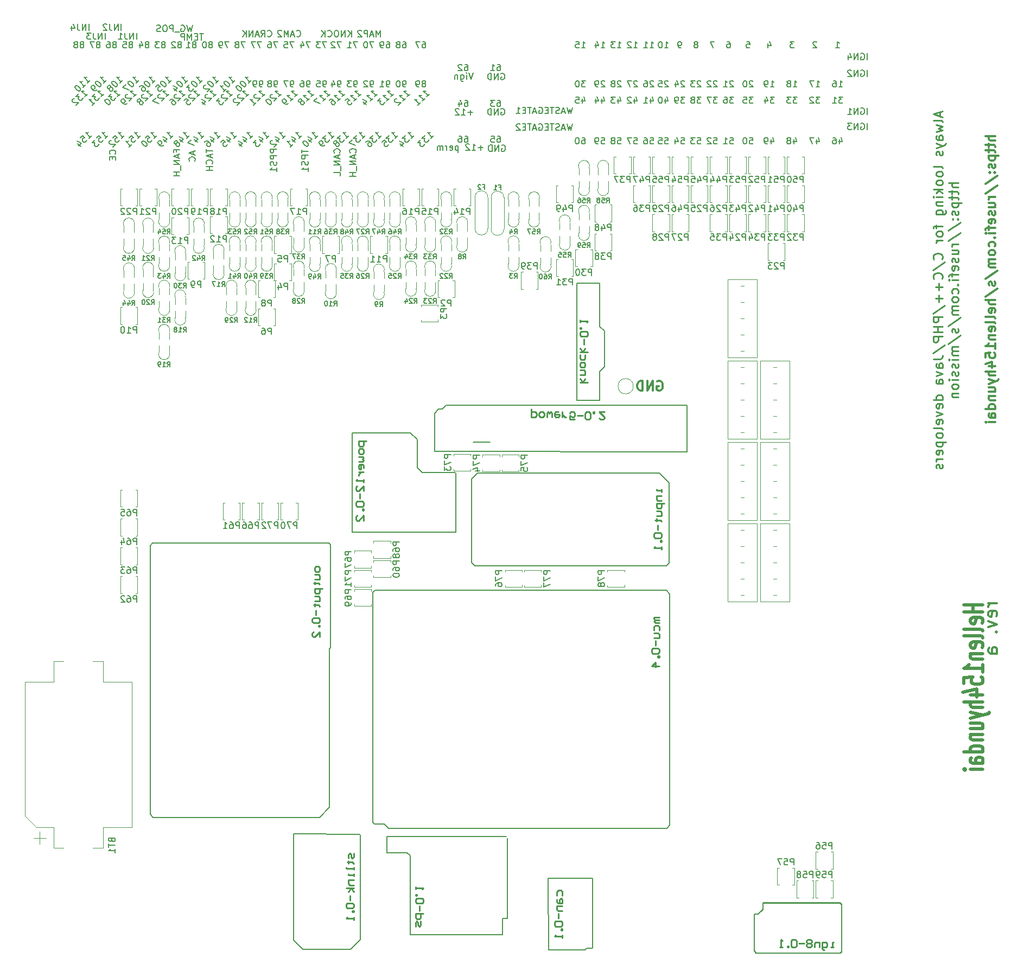
<source format=gbo>
G75*
G70*
%OFA0B0*%
%FSLAX25Y25*%
%IPPOS*%
%LPD*%
%AMOC8*
5,1,8,0,0,1.08239X$1,22.5*
%
%ADD10C,0.01969*%
%ADD155C,0.00390*%
%ADD171C,0.00472*%
%ADD179C,0.00500*%
%ADD233C,0.00591*%
%ADD243C,0.00984*%
%ADD252C,0.01000*%
%ADD62C,0.01181*%
%ADD63C,0.00787*%
X0000000Y0000000D02*
%LPD*%
G01*
D233*
X0099831Y0512767D02*
X0100019Y0512955D01*
X0100206Y0513517D01*
X0100206Y0513892D01*
X0100019Y0514454D01*
X0099644Y0514829D01*
X0099269Y0515017D01*
X0098519Y0515204D01*
X0097957Y0515204D01*
X0097207Y0515017D01*
X0096832Y0514829D01*
X0096457Y0514454D01*
X0096269Y0513892D01*
X0096269Y0513517D01*
X0096457Y0512955D01*
X0096644Y0512767D01*
X0098144Y0511080D02*
X0098144Y0509768D01*
X0100206Y0509205D02*
X0100206Y0511080D01*
X0096269Y0511080D01*
X0096269Y0509205D01*
D243*
X0606467Y0538667D02*
X0606467Y0535855D01*
X0608154Y0539229D02*
X0602248Y0537261D01*
X0608154Y0535292D01*
X0608154Y0532480D02*
X0607873Y0533043D01*
X0607310Y0533324D01*
X0602248Y0533324D01*
X0604217Y0530793D02*
X0608154Y0529668D01*
X0605342Y0528543D01*
X0608154Y0527418D01*
X0604217Y0526294D01*
X0608154Y0521513D02*
X0605060Y0521513D01*
X0604498Y0521794D01*
X0604217Y0522357D01*
X0604217Y0523481D01*
X0604498Y0524044D01*
X0607873Y0521513D02*
X0608154Y0522075D01*
X0608154Y0523481D01*
X0607873Y0524044D01*
X0607310Y0524325D01*
X0606748Y0524325D01*
X0606185Y0524044D01*
X0605904Y0523481D01*
X0605904Y0522075D01*
X0605623Y0521513D01*
X0604217Y0519263D02*
X0608154Y0517857D01*
X0604217Y0516451D02*
X0608154Y0517857D01*
X0609560Y0518420D01*
X0609841Y0518701D01*
X0610122Y0519263D01*
X0607873Y0514483D02*
X0608154Y0513920D01*
X0608154Y0512795D01*
X0607873Y0512233D01*
X0607310Y0511952D01*
X0607029Y0511952D01*
X0606467Y0512233D01*
X0606185Y0512795D01*
X0606185Y0513639D01*
X0605904Y0514201D01*
X0605342Y0514483D01*
X0605060Y0514483D01*
X0604498Y0514201D01*
X0604217Y0513639D01*
X0604217Y0512795D01*
X0604498Y0512233D01*
X0608154Y0504078D02*
X0607873Y0504640D01*
X0607310Y0504921D01*
X0602248Y0504921D01*
X0608154Y0500984D02*
X0607873Y0501547D01*
X0607591Y0501828D01*
X0607029Y0502109D01*
X0605342Y0502109D01*
X0604779Y0501828D01*
X0604498Y0501547D01*
X0604217Y0500984D01*
X0604217Y0500141D01*
X0604498Y0499578D01*
X0604779Y0499297D01*
X0605342Y0499016D01*
X0607029Y0499016D01*
X0607591Y0499297D01*
X0607873Y0499578D01*
X0608154Y0500141D01*
X0608154Y0500984D01*
X0608154Y0495641D02*
X0607873Y0496204D01*
X0607591Y0496485D01*
X0607029Y0496766D01*
X0605342Y0496766D01*
X0604779Y0496485D01*
X0604498Y0496204D01*
X0604217Y0495641D01*
X0604217Y0494798D01*
X0604498Y0494235D01*
X0604779Y0493954D01*
X0605342Y0493673D01*
X0607029Y0493673D01*
X0607591Y0493954D01*
X0607873Y0494235D01*
X0608154Y0494798D01*
X0608154Y0495641D01*
X0608154Y0491142D02*
X0602248Y0491142D01*
X0605904Y0490579D02*
X0608154Y0488892D01*
X0604217Y0488892D02*
X0606467Y0491142D01*
X0608154Y0486361D02*
X0604217Y0486361D01*
X0602248Y0486361D02*
X0602530Y0486642D01*
X0602811Y0486361D01*
X0602530Y0486080D01*
X0602248Y0486361D01*
X0602811Y0486361D01*
X0604217Y0483549D02*
X0608154Y0483549D01*
X0604779Y0483549D02*
X0604498Y0483268D01*
X0604217Y0482705D01*
X0604217Y0481862D01*
X0604498Y0481299D01*
X0605060Y0481018D01*
X0608154Y0481018D01*
X0604217Y0475675D02*
X0608997Y0475675D01*
X0609560Y0475956D01*
X0609841Y0476237D01*
X0610122Y0476800D01*
X0610122Y0477643D01*
X0609841Y0478206D01*
X0607873Y0475675D02*
X0608154Y0476237D01*
X0608154Y0477362D01*
X0607873Y0477925D01*
X0607591Y0478206D01*
X0607029Y0478487D01*
X0605342Y0478487D01*
X0604779Y0478206D01*
X0604498Y0477925D01*
X0604217Y0477362D01*
X0604217Y0476237D01*
X0604498Y0475675D01*
X0604217Y0469207D02*
X0604217Y0466957D01*
X0608154Y0468363D02*
X0603092Y0468363D01*
X0602530Y0468082D01*
X0602248Y0467520D01*
X0602248Y0466957D01*
X0608154Y0464145D02*
X0607873Y0464708D01*
X0607591Y0464989D01*
X0607029Y0465270D01*
X0605342Y0465270D01*
X0604779Y0464989D01*
X0604498Y0464708D01*
X0604217Y0464145D01*
X0604217Y0463301D01*
X0604498Y0462739D01*
X0604779Y0462458D01*
X0605342Y0462177D01*
X0607029Y0462177D01*
X0607591Y0462458D01*
X0607873Y0462739D01*
X0608154Y0463301D01*
X0608154Y0464145D01*
X0608154Y0459646D02*
X0604217Y0459646D01*
X0605342Y0459646D02*
X0604779Y0459364D01*
X0604498Y0459083D01*
X0604217Y0458521D01*
X0604217Y0457958D01*
X0607591Y0448116D02*
X0607873Y0448397D01*
X0608154Y0449241D01*
X0608154Y0449803D01*
X0607873Y0450647D01*
X0607310Y0451209D01*
X0606748Y0451490D01*
X0605623Y0451772D01*
X0604779Y0451772D01*
X0603654Y0451490D01*
X0603092Y0451209D01*
X0602530Y0450647D01*
X0602248Y0449803D01*
X0602248Y0449241D01*
X0602530Y0448397D01*
X0602811Y0448116D01*
X0601967Y0441367D02*
X0609560Y0446429D01*
X0607591Y0436024D02*
X0607873Y0436305D01*
X0608154Y0437148D01*
X0608154Y0437711D01*
X0607873Y0438555D01*
X0607310Y0439117D01*
X0606748Y0439398D01*
X0605623Y0439679D01*
X0604779Y0439679D01*
X0603654Y0439398D01*
X0603092Y0439117D01*
X0602530Y0438555D01*
X0602248Y0437711D01*
X0602248Y0437148D01*
X0602530Y0436305D01*
X0602811Y0436024D01*
X0605904Y0433493D02*
X0605904Y0428993D01*
X0608154Y0431243D02*
X0603654Y0431243D01*
X0605904Y0426181D02*
X0605904Y0421682D01*
X0608154Y0423931D02*
X0603654Y0423931D01*
X0601967Y0414651D02*
X0609560Y0419713D01*
X0608154Y0412683D02*
X0602248Y0412683D01*
X0602248Y0410433D01*
X0602530Y0409871D01*
X0602811Y0409589D01*
X0603373Y0409308D01*
X0604217Y0409308D01*
X0604779Y0409589D01*
X0605060Y0409871D01*
X0605342Y0410433D01*
X0605342Y0412683D01*
X0608154Y0406777D02*
X0602248Y0406777D01*
X0605060Y0406777D02*
X0605060Y0403403D01*
X0608154Y0403403D02*
X0602248Y0403403D01*
X0608154Y0400591D02*
X0602248Y0400591D01*
X0602248Y0398341D01*
X0602530Y0397778D01*
X0602811Y0397497D01*
X0603373Y0397216D01*
X0604217Y0397216D01*
X0604779Y0397497D01*
X0605060Y0397778D01*
X0605342Y0398341D01*
X0605342Y0400591D01*
X0601967Y0390467D02*
X0609560Y0395529D01*
X0602248Y0386811D02*
X0606467Y0386811D01*
X0607310Y0387092D01*
X0607873Y0387655D01*
X0608154Y0388498D01*
X0608154Y0389061D01*
X0608154Y0381468D02*
X0605060Y0381468D01*
X0604498Y0381749D01*
X0604217Y0382312D01*
X0604217Y0383436D01*
X0604498Y0383999D01*
X0607873Y0381468D02*
X0608154Y0382030D01*
X0608154Y0383436D01*
X0607873Y0383999D01*
X0607310Y0384280D01*
X0606748Y0384280D01*
X0606185Y0383999D01*
X0605904Y0383436D01*
X0605904Y0382030D01*
X0605623Y0381468D01*
X0604217Y0379218D02*
X0608154Y0377812D01*
X0604217Y0376406D01*
X0608154Y0371625D02*
X0605060Y0371625D01*
X0604498Y0371907D01*
X0604217Y0372469D01*
X0604217Y0373594D01*
X0604498Y0374156D01*
X0607873Y0371625D02*
X0608154Y0372188D01*
X0608154Y0373594D01*
X0607873Y0374156D01*
X0607310Y0374438D01*
X0606748Y0374438D01*
X0606185Y0374156D01*
X0605904Y0373594D01*
X0605904Y0372188D01*
X0605623Y0371625D01*
X0608154Y0361783D02*
X0602248Y0361783D01*
X0607873Y0361783D02*
X0608154Y0362345D01*
X0608154Y0363470D01*
X0607873Y0364033D01*
X0607591Y0364314D01*
X0607029Y0364595D01*
X0605342Y0364595D01*
X0604779Y0364314D01*
X0604498Y0364033D01*
X0604217Y0363470D01*
X0604217Y0362345D01*
X0604498Y0361783D01*
X0607873Y0356721D02*
X0608154Y0357283D01*
X0608154Y0358408D01*
X0607873Y0358971D01*
X0607310Y0359252D01*
X0605060Y0359252D01*
X0604498Y0358971D01*
X0604217Y0358408D01*
X0604217Y0357283D01*
X0604498Y0356721D01*
X0605060Y0356440D01*
X0605623Y0356440D01*
X0606185Y0359252D01*
X0604217Y0354471D02*
X0608154Y0353065D01*
X0604217Y0351659D01*
X0607873Y0347160D02*
X0608154Y0347722D01*
X0608154Y0348847D01*
X0607873Y0349409D01*
X0607310Y0349691D01*
X0605060Y0349691D01*
X0604498Y0349409D01*
X0604217Y0348847D01*
X0604217Y0347722D01*
X0604498Y0347160D01*
X0605060Y0346879D01*
X0605623Y0346879D01*
X0606185Y0349691D01*
X0608154Y0343504D02*
X0607873Y0344066D01*
X0607310Y0344348D01*
X0602248Y0344348D01*
X0608154Y0340411D02*
X0607873Y0340973D01*
X0607591Y0341254D01*
X0607029Y0341535D01*
X0605342Y0341535D01*
X0604779Y0341254D01*
X0604498Y0340973D01*
X0604217Y0340411D01*
X0604217Y0339567D01*
X0604498Y0339005D01*
X0604779Y0338723D01*
X0605342Y0338442D01*
X0607029Y0338442D01*
X0607591Y0338723D01*
X0607873Y0339005D01*
X0608154Y0339567D01*
X0608154Y0340411D01*
X0604217Y0335911D02*
X0610122Y0335911D01*
X0604498Y0335911D02*
X0604217Y0335349D01*
X0604217Y0334224D01*
X0604498Y0333661D01*
X0604779Y0333380D01*
X0605342Y0333099D01*
X0607029Y0333099D01*
X0607591Y0333380D01*
X0607873Y0333661D01*
X0608154Y0334224D01*
X0608154Y0335349D01*
X0607873Y0335911D01*
X0607873Y0328318D02*
X0608154Y0328881D01*
X0608154Y0330006D01*
X0607873Y0330568D01*
X0607310Y0330849D01*
X0605060Y0330849D01*
X0604498Y0330568D01*
X0604217Y0330006D01*
X0604217Y0328881D01*
X0604498Y0328318D01*
X0605060Y0328037D01*
X0605623Y0328037D01*
X0606185Y0330849D01*
X0608154Y0325506D02*
X0604217Y0325506D01*
X0605342Y0325506D02*
X0604779Y0325225D01*
X0604498Y0324944D01*
X0604217Y0324381D01*
X0604217Y0323819D01*
X0607873Y0322132D02*
X0608154Y0321569D01*
X0608154Y0320444D01*
X0607873Y0319882D01*
X0607310Y0319601D01*
X0607029Y0319601D01*
X0606467Y0319882D01*
X0606185Y0320444D01*
X0606185Y0321288D01*
X0605904Y0321850D01*
X0605342Y0322132D01*
X0605060Y0322132D01*
X0604498Y0321850D01*
X0604217Y0321288D01*
X0604217Y0320444D01*
X0604498Y0319882D01*
X0617662Y0494938D02*
X0611756Y0494938D01*
X0617662Y0492407D02*
X0614568Y0492407D01*
X0614006Y0492688D01*
X0613725Y0493251D01*
X0613725Y0494094D01*
X0614006Y0494657D01*
X0614287Y0494938D01*
X0613725Y0490439D02*
X0613725Y0488189D01*
X0611756Y0489595D02*
X0616818Y0489595D01*
X0617380Y0489314D01*
X0617662Y0488751D01*
X0617662Y0488189D01*
X0613725Y0487064D02*
X0613725Y0484814D01*
X0611756Y0486220D02*
X0616818Y0486220D01*
X0617380Y0485939D01*
X0617662Y0485377D01*
X0617662Y0484814D01*
X0613725Y0482846D02*
X0619630Y0482846D01*
X0614006Y0482846D02*
X0613725Y0482283D01*
X0613725Y0481159D01*
X0614006Y0480596D01*
X0614287Y0480315D01*
X0614850Y0480034D01*
X0616537Y0480034D01*
X0617099Y0480315D01*
X0617380Y0480596D01*
X0617662Y0481159D01*
X0617662Y0482283D01*
X0617380Y0482846D01*
X0617380Y0477784D02*
X0617662Y0477222D01*
X0617662Y0476097D01*
X0617380Y0475534D01*
X0616818Y0475253D01*
X0616537Y0475253D01*
X0615974Y0475534D01*
X0615693Y0476097D01*
X0615693Y0476940D01*
X0615412Y0477503D01*
X0614850Y0477784D01*
X0614568Y0477784D01*
X0614006Y0477503D01*
X0613725Y0476940D01*
X0613725Y0476097D01*
X0614006Y0475534D01*
X0617099Y0472722D02*
X0617380Y0472441D01*
X0617662Y0472722D01*
X0617380Y0473003D01*
X0617099Y0472722D01*
X0617662Y0472722D01*
X0614006Y0472722D02*
X0614287Y0472441D01*
X0614568Y0472722D01*
X0614287Y0473003D01*
X0614006Y0472722D01*
X0614568Y0472722D01*
X0611475Y0465692D02*
X0619068Y0470754D01*
X0611475Y0459505D02*
X0619068Y0464567D01*
X0617662Y0457537D02*
X0613725Y0457537D01*
X0614850Y0457537D02*
X0614287Y0457255D01*
X0614006Y0456974D01*
X0613725Y0456412D01*
X0613725Y0455849D01*
X0613725Y0451350D02*
X0617662Y0451350D01*
X0613725Y0453881D02*
X0616818Y0453881D01*
X0617380Y0453600D01*
X0617662Y0453037D01*
X0617662Y0452193D01*
X0617380Y0451631D01*
X0617099Y0451350D01*
X0617380Y0448819D02*
X0617662Y0448256D01*
X0617662Y0447132D01*
X0617380Y0446569D01*
X0616818Y0446288D01*
X0616537Y0446288D01*
X0615974Y0446569D01*
X0615693Y0447132D01*
X0615693Y0447975D01*
X0615412Y0448538D01*
X0614850Y0448819D01*
X0614568Y0448819D01*
X0614006Y0448538D01*
X0613725Y0447975D01*
X0613725Y0447132D01*
X0614006Y0446569D01*
X0617380Y0441507D02*
X0617662Y0442070D01*
X0617662Y0443195D01*
X0617380Y0443757D01*
X0616818Y0444038D01*
X0614568Y0444038D01*
X0614006Y0443757D01*
X0613725Y0443195D01*
X0613725Y0442070D01*
X0614006Y0441507D01*
X0614568Y0441226D01*
X0615131Y0441226D01*
X0615693Y0444038D01*
X0613725Y0439539D02*
X0613725Y0437289D01*
X0617662Y0438695D02*
X0612600Y0438695D01*
X0612037Y0438414D01*
X0611756Y0437852D01*
X0611756Y0437289D01*
X0617662Y0435321D02*
X0613725Y0435321D01*
X0611756Y0435321D02*
X0612037Y0435602D01*
X0612319Y0435321D01*
X0612037Y0435039D01*
X0611756Y0435321D01*
X0612319Y0435321D01*
X0617099Y0432508D02*
X0617380Y0432227D01*
X0617662Y0432508D01*
X0617380Y0432790D01*
X0617099Y0432508D01*
X0617662Y0432508D01*
X0617380Y0427165D02*
X0617662Y0427728D01*
X0617662Y0428853D01*
X0617380Y0429415D01*
X0617099Y0429696D01*
X0616537Y0429978D01*
X0614850Y0429978D01*
X0614287Y0429696D01*
X0614006Y0429415D01*
X0613725Y0428853D01*
X0613725Y0427728D01*
X0614006Y0427165D01*
X0617662Y0423791D02*
X0617380Y0424353D01*
X0617099Y0424634D01*
X0616537Y0424916D01*
X0614850Y0424916D01*
X0614287Y0424634D01*
X0614006Y0424353D01*
X0613725Y0423791D01*
X0613725Y0422947D01*
X0614006Y0422385D01*
X0614287Y0422103D01*
X0614850Y0421822D01*
X0616537Y0421822D01*
X0617099Y0422103D01*
X0617380Y0422385D01*
X0617662Y0422947D01*
X0617662Y0423791D01*
X0617662Y0419291D02*
X0613725Y0419291D01*
X0614287Y0419291D02*
X0614006Y0419010D01*
X0613725Y0418448D01*
X0613725Y0417604D01*
X0614006Y0417042D01*
X0614568Y0416760D01*
X0617662Y0416760D01*
X0614568Y0416760D02*
X0614006Y0416479D01*
X0613725Y0415917D01*
X0613725Y0415073D01*
X0614006Y0414511D01*
X0614568Y0414229D01*
X0617662Y0414229D01*
X0611475Y0407199D02*
X0619068Y0412261D01*
X0617380Y0405512D02*
X0617662Y0404949D01*
X0617662Y0403825D01*
X0617380Y0403262D01*
X0616818Y0402981D01*
X0616537Y0402981D01*
X0615974Y0403262D01*
X0615693Y0403825D01*
X0615693Y0404668D01*
X0615412Y0405231D01*
X0614850Y0405512D01*
X0614568Y0405512D01*
X0614006Y0405231D01*
X0613725Y0404668D01*
X0613725Y0403825D01*
X0614006Y0403262D01*
X0611475Y0396232D02*
X0619068Y0401294D01*
X0617662Y0394263D02*
X0613725Y0394263D01*
X0614287Y0394263D02*
X0614006Y0393982D01*
X0613725Y0393420D01*
X0613725Y0392576D01*
X0614006Y0392014D01*
X0614568Y0391732D01*
X0617662Y0391732D01*
X0614568Y0391732D02*
X0614006Y0391451D01*
X0613725Y0390889D01*
X0613725Y0390045D01*
X0614006Y0389483D01*
X0614568Y0389201D01*
X0617662Y0389201D01*
X0617662Y0386389D02*
X0613725Y0386389D01*
X0611756Y0386389D02*
X0612037Y0386670D01*
X0612319Y0386389D01*
X0612037Y0386108D01*
X0611756Y0386389D01*
X0612319Y0386389D01*
X0617380Y0383858D02*
X0617662Y0383296D01*
X0617662Y0382171D01*
X0617380Y0381609D01*
X0616818Y0381327D01*
X0616537Y0381327D01*
X0615974Y0381609D01*
X0615693Y0382171D01*
X0615693Y0383015D01*
X0615412Y0383577D01*
X0614850Y0383858D01*
X0614568Y0383858D01*
X0614006Y0383577D01*
X0613725Y0383015D01*
X0613725Y0382171D01*
X0614006Y0381609D01*
X0617380Y0379078D02*
X0617662Y0378515D01*
X0617662Y0377390D01*
X0617380Y0376828D01*
X0616818Y0376547D01*
X0616537Y0376547D01*
X0615974Y0376828D01*
X0615693Y0377390D01*
X0615693Y0378234D01*
X0615412Y0378796D01*
X0614850Y0379078D01*
X0614568Y0379078D01*
X0614006Y0378796D01*
X0613725Y0378234D01*
X0613725Y0377390D01*
X0614006Y0376828D01*
X0617662Y0374016D02*
X0613725Y0374016D01*
X0611756Y0374016D02*
X0612037Y0374297D01*
X0612319Y0374016D01*
X0612037Y0373735D01*
X0611756Y0374016D01*
X0612319Y0374016D01*
X0617662Y0370360D02*
X0617380Y0370922D01*
X0617099Y0371204D01*
X0616537Y0371485D01*
X0614850Y0371485D01*
X0614287Y0371204D01*
X0614006Y0370922D01*
X0613725Y0370360D01*
X0613725Y0369516D01*
X0614006Y0368954D01*
X0614287Y0368673D01*
X0614850Y0368391D01*
X0616537Y0368391D01*
X0617099Y0368673D01*
X0617380Y0368954D01*
X0617662Y0369516D01*
X0617662Y0370360D01*
X0613725Y0365861D02*
X0617662Y0365861D01*
X0614287Y0365861D02*
X0614006Y0365579D01*
X0613725Y0365017D01*
X0613725Y0364173D01*
X0614006Y0363611D01*
X0614568Y0363330D01*
X0617662Y0363330D01*
D233*
X0325872Y0516648D02*
X0322872Y0516648D01*
X0324372Y0515148D02*
X0324372Y0518148D01*
X0318935Y0515148D02*
X0321185Y0515148D01*
X0320060Y0515148D02*
X0320060Y0519085D01*
X0320435Y0518523D01*
X0320810Y0518148D01*
X0321185Y0517960D01*
X0317435Y0518710D02*
X0317248Y0518898D01*
X0316873Y0519085D01*
X0315936Y0519085D01*
X0315561Y0518898D01*
X0315373Y0518710D01*
X0315186Y0518335D01*
X0315186Y0517960D01*
X0315373Y0517398D01*
X0317623Y0515148D01*
X0315186Y0515148D01*
X0310499Y0517773D02*
X0310499Y0513836D01*
X0310499Y0517585D02*
X0310124Y0517773D01*
X0309374Y0517773D01*
X0308999Y0517585D01*
X0308811Y0517398D01*
X0308624Y0517023D01*
X0308624Y0515898D01*
X0308811Y0515523D01*
X0308999Y0515336D01*
X0309374Y0515148D01*
X0310124Y0515148D01*
X0310499Y0515336D01*
X0305437Y0515336D02*
X0305812Y0515148D01*
X0306562Y0515148D01*
X0306937Y0515336D01*
X0307124Y0515711D01*
X0307124Y0517210D01*
X0306937Y0517585D01*
X0306562Y0517773D01*
X0305812Y0517773D01*
X0305437Y0517585D01*
X0305249Y0517210D01*
X0305249Y0516835D01*
X0307124Y0516460D01*
X0303562Y0515148D02*
X0303562Y0517773D01*
X0303562Y0517023D02*
X0303375Y0517398D01*
X0303187Y0517585D01*
X0302812Y0517773D01*
X0302437Y0517773D01*
X0301125Y0515148D02*
X0301125Y0517773D01*
X0301125Y0517398D02*
X0300937Y0517585D01*
X0300562Y0517773D01*
X0300000Y0517773D01*
X0299625Y0517585D01*
X0299438Y0517210D01*
X0299438Y0515148D01*
X0299438Y0517210D02*
X0299250Y0517585D01*
X0298875Y0517773D01*
X0298313Y0517773D01*
X0297938Y0517585D01*
X0297750Y0517210D01*
X0297750Y0515148D01*
X0380727Y0531290D02*
X0379790Y0527353D01*
X0379040Y0530165D01*
X0378290Y0527353D01*
X0377353Y0531290D01*
X0376040Y0528478D02*
X0374166Y0528478D01*
X0376415Y0527353D02*
X0375103Y0531290D01*
X0373791Y0527353D01*
X0372666Y0527540D02*
X0372103Y0527353D01*
X0371166Y0527353D01*
X0370791Y0527540D01*
X0370604Y0527728D01*
X0370416Y0528103D01*
X0370416Y0528478D01*
X0370604Y0528853D01*
X0370791Y0529040D01*
X0371166Y0529228D01*
X0371916Y0529415D01*
X0372291Y0529603D01*
X0372478Y0529790D01*
X0372666Y0530165D01*
X0372666Y0530540D01*
X0372478Y0530915D01*
X0372291Y0531102D01*
X0371916Y0531290D01*
X0370979Y0531290D01*
X0370416Y0531102D01*
X0369291Y0531290D02*
X0367042Y0531290D01*
X0368166Y0527353D02*
X0368166Y0531290D01*
X0365729Y0529415D02*
X0364417Y0529415D01*
X0363855Y0527353D02*
X0365729Y0527353D01*
X0365729Y0531290D01*
X0363855Y0531290D01*
X0360105Y0531102D02*
X0360480Y0531290D01*
X0361042Y0531290D01*
X0361605Y0531102D01*
X0361980Y0530727D01*
X0362167Y0530352D01*
X0362355Y0529603D01*
X0362355Y0529040D01*
X0362167Y0528290D01*
X0361980Y0527915D01*
X0361605Y0527540D01*
X0361042Y0527353D01*
X0360667Y0527353D01*
X0360105Y0527540D01*
X0359918Y0527728D01*
X0359918Y0529040D01*
X0360667Y0529040D01*
X0358418Y0528478D02*
X0356543Y0528478D01*
X0358793Y0527353D02*
X0357480Y0531290D01*
X0356168Y0527353D01*
X0355418Y0531290D02*
X0353168Y0531290D01*
X0354293Y0527353D02*
X0354293Y0531290D01*
X0351856Y0529415D02*
X0350544Y0529415D01*
X0349981Y0527353D02*
X0351856Y0527353D01*
X0351856Y0531290D01*
X0349981Y0531290D01*
X0348481Y0530915D02*
X0348294Y0531102D01*
X0347919Y0531290D01*
X0346982Y0531290D01*
X0346607Y0531102D01*
X0346419Y0530915D01*
X0346232Y0530540D01*
X0346232Y0530165D01*
X0346419Y0529603D01*
X0348669Y0527353D01*
X0346232Y0527353D01*
X0147282Y0591920D02*
X0146344Y0587983D01*
X0145594Y0590795D01*
X0144844Y0587983D01*
X0143907Y0591920D01*
X0140345Y0591732D02*
X0140720Y0591920D01*
X0141282Y0591920D01*
X0141845Y0591732D01*
X0142220Y0591357D01*
X0142407Y0590982D01*
X0142595Y0590232D01*
X0142595Y0589670D01*
X0142407Y0588920D01*
X0142220Y0588545D01*
X0141845Y0588170D01*
X0141282Y0587983D01*
X0140907Y0587983D01*
X0140345Y0588170D01*
X0140157Y0588358D01*
X0140157Y0589670D01*
X0140907Y0589670D01*
X0139408Y0587608D02*
X0136408Y0587608D01*
X0135471Y0587983D02*
X0135471Y0591920D01*
X0133971Y0591920D01*
X0133596Y0591732D01*
X0133408Y0591545D01*
X0133221Y0591170D01*
X0133221Y0590607D01*
X0133408Y0590232D01*
X0133596Y0590045D01*
X0133971Y0589858D01*
X0135471Y0589858D01*
X0130784Y0591920D02*
X0130034Y0591920D01*
X0129659Y0591732D01*
X0129284Y0591357D01*
X0129096Y0590607D01*
X0129096Y0589295D01*
X0129284Y0588545D01*
X0129659Y0588170D01*
X0130034Y0587983D01*
X0130784Y0587983D01*
X0131159Y0588170D01*
X0131534Y0588545D01*
X0131721Y0589295D01*
X0131721Y0590607D01*
X0131534Y0591357D01*
X0131159Y0591732D01*
X0130784Y0591920D01*
X0127597Y0588170D02*
X0127034Y0587983D01*
X0126097Y0587983D01*
X0125722Y0588170D01*
X0125534Y0588358D01*
X0125347Y0588733D01*
X0125347Y0589108D01*
X0125534Y0589483D01*
X0125722Y0589670D01*
X0126097Y0589858D01*
X0126847Y0590045D01*
X0127222Y0590232D01*
X0127409Y0590420D01*
X0127597Y0590795D01*
X0127597Y0591170D01*
X0127409Y0591545D01*
X0127222Y0591732D01*
X0126847Y0591920D01*
X0125909Y0591920D01*
X0125347Y0591732D01*
X0336858Y0562205D02*
X0337233Y0562392D01*
X0337795Y0562392D01*
X0338358Y0562205D01*
X0338733Y0561830D01*
X0338920Y0561455D01*
X0339108Y0560705D01*
X0339108Y0560142D01*
X0338920Y0559393D01*
X0338733Y0559018D01*
X0338358Y0558643D01*
X0337795Y0558455D01*
X0337420Y0558455D01*
X0336858Y0558643D01*
X0336670Y0558830D01*
X0336670Y0560142D01*
X0337420Y0560142D01*
X0334983Y0558455D02*
X0334983Y0562392D01*
X0332733Y0558455D01*
X0332733Y0562392D01*
X0330859Y0558455D02*
X0330859Y0562392D01*
X0329921Y0562392D01*
X0329359Y0562205D01*
X0328984Y0561830D01*
X0328796Y0561455D01*
X0328609Y0560705D01*
X0328609Y0560142D01*
X0328796Y0559393D01*
X0328984Y0559018D01*
X0329359Y0558643D01*
X0329921Y0558455D01*
X0330859Y0558455D01*
X0262748Y0584833D02*
X0262748Y0588770D01*
X0261436Y0585958D01*
X0260124Y0588770D01*
X0260124Y0584833D01*
X0258436Y0585958D02*
X0256562Y0585958D01*
X0258811Y0584833D02*
X0257499Y0588770D01*
X0256187Y0584833D01*
X0254874Y0584833D02*
X0254874Y0588770D01*
X0253375Y0588770D01*
X0253000Y0588583D01*
X0252812Y0588395D01*
X0252625Y0588020D01*
X0252625Y0587458D01*
X0252812Y0587083D01*
X0253000Y0586895D01*
X0253375Y0586708D01*
X0254874Y0586708D01*
X0251125Y0588395D02*
X0250937Y0588583D01*
X0250562Y0588770D01*
X0249625Y0588770D01*
X0249250Y0588583D01*
X0249063Y0588395D01*
X0248875Y0588020D01*
X0248875Y0587645D01*
X0249063Y0587083D01*
X0251312Y0584833D01*
X0248875Y0584833D01*
X0214379Y0515504D02*
X0214379Y0513255D01*
X0218316Y0514379D02*
X0214379Y0514379D01*
X0218316Y0511942D02*
X0214379Y0511942D01*
X0214379Y0510442D01*
X0214567Y0510067D01*
X0214754Y0509880D01*
X0215129Y0509693D01*
X0215692Y0509693D01*
X0216067Y0509880D01*
X0216254Y0510067D01*
X0216442Y0510442D01*
X0216442Y0511942D01*
X0218129Y0508193D02*
X0218316Y0507630D01*
X0218316Y0506693D01*
X0218129Y0506318D01*
X0217942Y0506130D01*
X0217567Y0505943D01*
X0217192Y0505943D01*
X0216817Y0506130D01*
X0216629Y0506318D01*
X0216442Y0506693D01*
X0216254Y0507443D01*
X0216067Y0507818D01*
X0215879Y0508005D01*
X0215504Y0508193D01*
X0215129Y0508193D01*
X0214754Y0508005D01*
X0214567Y0507818D01*
X0214379Y0507443D01*
X0214379Y0506505D01*
X0214567Y0505943D01*
X0218316Y0502193D02*
X0218316Y0504443D01*
X0218316Y0503318D02*
X0214379Y0503318D01*
X0214942Y0503693D01*
X0215317Y0504068D01*
X0215504Y0504443D01*
X0319423Y0538301D02*
X0316423Y0538301D01*
X0317923Y0536802D02*
X0317923Y0539801D01*
X0312486Y0536802D02*
X0314736Y0536802D01*
X0313611Y0536802D02*
X0313611Y0540739D01*
X0313986Y0540176D01*
X0314361Y0539801D01*
X0314736Y0539614D01*
X0310986Y0540364D02*
X0310799Y0540551D01*
X0310424Y0540739D01*
X0309486Y0540739D01*
X0309111Y0540551D01*
X0308924Y0540364D01*
X0308736Y0539989D01*
X0308736Y0539614D01*
X0308924Y0539051D01*
X0311174Y0536802D01*
X0308736Y0536802D01*
X0561811Y0537195D02*
X0561811Y0541132D01*
X0557874Y0540945D02*
X0558249Y0541132D01*
X0558811Y0541132D01*
X0559374Y0540945D01*
X0559749Y0540570D01*
X0559936Y0540195D01*
X0560124Y0539445D01*
X0560124Y0538883D01*
X0559936Y0538133D01*
X0559749Y0537758D01*
X0559374Y0537383D01*
X0558811Y0537195D01*
X0558436Y0537195D01*
X0557874Y0537383D01*
X0557687Y0537570D01*
X0557687Y0538883D01*
X0558436Y0538883D01*
X0555999Y0537195D02*
X0555999Y0541132D01*
X0553750Y0537195D01*
X0553750Y0541132D01*
X0549813Y0537195D02*
X0552062Y0537195D01*
X0550937Y0537195D02*
X0550937Y0541132D01*
X0551312Y0540570D01*
X0551687Y0540195D01*
X0552062Y0540008D01*
D10*
X0632902Y0235822D02*
X0621091Y0235822D01*
X0626715Y0235822D02*
X0626715Y0231323D01*
X0632902Y0231323D02*
X0621091Y0231323D01*
X0632340Y0224573D02*
X0632902Y0225323D01*
X0632902Y0226823D01*
X0632340Y0227573D01*
X0631215Y0227948D01*
X0626715Y0227948D01*
X0625591Y0227573D01*
X0625028Y0226823D01*
X0625028Y0225323D01*
X0625591Y0224573D01*
X0626715Y0224199D01*
X0627840Y0224199D01*
X0628965Y0227948D01*
X0632902Y0219699D02*
X0632340Y0220449D01*
X0631215Y0220824D01*
X0621091Y0220824D01*
X0632902Y0215575D02*
X0632340Y0216325D01*
X0631215Y0216699D01*
X0621091Y0216699D01*
X0632340Y0209575D02*
X0632902Y0210325D01*
X0632902Y0211825D01*
X0632340Y0212575D01*
X0631215Y0212950D01*
X0626715Y0212950D01*
X0625591Y0212575D01*
X0625028Y0211825D01*
X0625028Y0210325D01*
X0625591Y0209575D01*
X0626715Y0209200D01*
X0627840Y0209200D01*
X0628965Y0212950D01*
X0625028Y0205826D02*
X0632902Y0205826D01*
X0626153Y0205826D02*
X0625591Y0205451D01*
X0625028Y0204701D01*
X0625028Y0203576D01*
X0625591Y0202826D01*
X0626715Y0202451D01*
X0632902Y0202451D01*
X0632902Y0194577D02*
X0632902Y0199077D01*
X0632902Y0196827D02*
X0621091Y0196827D01*
X0622778Y0197577D01*
X0623903Y0198327D01*
X0624466Y0199077D01*
X0621091Y0187453D02*
X0621091Y0191203D01*
X0626715Y0191578D01*
X0626153Y0191203D01*
X0625591Y0190453D01*
X0625591Y0188578D01*
X0626153Y0187828D01*
X0626715Y0187453D01*
X0627840Y0187078D01*
X0630652Y0187078D01*
X0631777Y0187453D01*
X0632340Y0187828D01*
X0632902Y0188578D01*
X0632902Y0190453D01*
X0632340Y0191203D01*
X0631777Y0191578D01*
X0625028Y0180329D02*
X0632902Y0180329D01*
X0620529Y0182204D02*
X0628965Y0184079D01*
X0628965Y0179204D01*
X0632902Y0176205D02*
X0621091Y0176205D01*
X0632902Y0172830D02*
X0626715Y0172830D01*
X0625591Y0173205D01*
X0625028Y0173955D01*
X0625028Y0175080D01*
X0625591Y0175830D01*
X0626153Y0176205D01*
X0625028Y0169830D02*
X0632902Y0167956D01*
X0625028Y0166081D02*
X0632902Y0167956D01*
X0635714Y0168705D01*
X0636277Y0169080D01*
X0636839Y0169830D01*
X0625028Y0159707D02*
X0632902Y0159707D01*
X0625028Y0163081D02*
X0631215Y0163081D01*
X0632340Y0162706D01*
X0632902Y0161956D01*
X0632902Y0160831D01*
X0632340Y0160082D01*
X0631777Y0159707D01*
X0625028Y0155957D02*
X0632902Y0155957D01*
X0626153Y0155957D02*
X0625591Y0155582D01*
X0625028Y0154832D01*
X0625028Y0153707D01*
X0625591Y0152957D01*
X0626715Y0152582D01*
X0632902Y0152582D01*
X0632902Y0145458D02*
X0621091Y0145458D01*
X0632340Y0145458D02*
X0632902Y0146208D01*
X0632902Y0147708D01*
X0632340Y0148458D01*
X0631777Y0148833D01*
X0630652Y0149208D01*
X0627278Y0149208D01*
X0626153Y0148833D01*
X0625591Y0148458D01*
X0625028Y0147708D01*
X0625028Y0146208D01*
X0625591Y0145458D01*
X0632902Y0138334D02*
X0626715Y0138334D01*
X0625591Y0138709D01*
X0625028Y0139459D01*
X0625028Y0140959D01*
X0625591Y0141709D01*
X0632340Y0138334D02*
X0632902Y0139084D01*
X0632902Y0140959D01*
X0632340Y0141709D01*
X0631215Y0142084D01*
X0630090Y0142084D01*
X0628965Y0141709D01*
X0628403Y0140959D01*
X0628403Y0139084D01*
X0627840Y0138334D01*
X0632902Y0134585D02*
X0625028Y0134585D01*
X0621091Y0134585D02*
X0621654Y0134960D01*
X0622216Y0134585D01*
X0621654Y0134210D01*
X0621091Y0134585D01*
X0622216Y0134585D01*
D233*
X0561811Y0527747D02*
X0561811Y0531684D01*
X0557874Y0531496D02*
X0558249Y0531684D01*
X0558811Y0531684D01*
X0559374Y0531496D01*
X0559749Y0531121D01*
X0559936Y0530746D01*
X0560124Y0529996D01*
X0560124Y0529434D01*
X0559936Y0528684D01*
X0559749Y0528309D01*
X0559374Y0527934D01*
X0558811Y0527747D01*
X0558436Y0527747D01*
X0557874Y0527934D01*
X0557687Y0528121D01*
X0557687Y0529434D01*
X0558436Y0529434D01*
X0555999Y0527747D02*
X0555999Y0531684D01*
X0553750Y0527747D01*
X0553750Y0531684D01*
X0552250Y0531684D02*
X0549813Y0531684D01*
X0551125Y0530184D01*
X0550562Y0530184D01*
X0550187Y0529996D01*
X0550000Y0529809D01*
X0549813Y0529434D01*
X0549813Y0528496D01*
X0550000Y0528121D01*
X0550187Y0527934D01*
X0550562Y0527747D01*
X0551687Y0527747D01*
X0552062Y0527934D01*
X0552250Y0528121D01*
X0137514Y0514229D02*
X0137514Y0515542D01*
X0139576Y0515542D02*
X0135639Y0515542D01*
X0135639Y0513667D01*
X0138451Y0512355D02*
X0138451Y0510480D01*
X0139576Y0512730D02*
X0135639Y0511417D01*
X0139576Y0510105D01*
X0139576Y0508793D02*
X0135639Y0508793D01*
X0139576Y0506543D01*
X0135639Y0506543D01*
X0139951Y0505606D02*
X0139951Y0502606D01*
X0139576Y0501669D02*
X0135639Y0501669D01*
X0137514Y0501669D02*
X0137514Y0499419D01*
X0139576Y0499419D02*
X0135639Y0499419D01*
D62*
X0640467Y0523706D02*
X0634561Y0523706D01*
X0640467Y0521175D02*
X0637373Y0521175D01*
X0636811Y0521457D01*
X0636530Y0522019D01*
X0636530Y0522863D01*
X0636811Y0523425D01*
X0637092Y0523706D01*
X0636530Y0519207D02*
X0636530Y0516957D01*
X0634561Y0518363D02*
X0639623Y0518363D01*
X0640186Y0518082D01*
X0640467Y0517520D01*
X0640467Y0516957D01*
X0636530Y0515832D02*
X0636530Y0513583D01*
X0634561Y0514989D02*
X0639623Y0514989D01*
X0640186Y0514708D01*
X0640467Y0514145D01*
X0640467Y0513583D01*
X0636530Y0511614D02*
X0642435Y0511614D01*
X0636811Y0511614D02*
X0636530Y0511052D01*
X0636530Y0509927D01*
X0636811Y0509364D01*
X0637092Y0509083D01*
X0637655Y0508802D01*
X0639342Y0508802D01*
X0639904Y0509083D01*
X0640186Y0509364D01*
X0640467Y0509927D01*
X0640467Y0511052D01*
X0640186Y0511614D01*
X0640186Y0506552D02*
X0640467Y0505990D01*
X0640467Y0504865D01*
X0640186Y0504303D01*
X0639623Y0504021D01*
X0639342Y0504021D01*
X0638780Y0504303D01*
X0638498Y0504865D01*
X0638498Y0505709D01*
X0638217Y0506271D01*
X0637655Y0506552D01*
X0637373Y0506552D01*
X0636811Y0506271D01*
X0636530Y0505709D01*
X0636530Y0504865D01*
X0636811Y0504303D01*
X0639904Y0501490D02*
X0640186Y0501209D01*
X0640467Y0501490D01*
X0640186Y0501772D01*
X0639904Y0501490D01*
X0640467Y0501490D01*
X0636811Y0501490D02*
X0637092Y0501209D01*
X0637373Y0501490D01*
X0637092Y0501772D01*
X0636811Y0501490D01*
X0637373Y0501490D01*
X0634280Y0494460D02*
X0641873Y0499522D01*
X0634280Y0488273D02*
X0641873Y0493335D01*
X0640467Y0486305D02*
X0636530Y0486305D01*
X0637655Y0486305D02*
X0637092Y0486024D01*
X0636811Y0485742D01*
X0636530Y0485180D01*
X0636530Y0484618D01*
X0636530Y0480118D02*
X0640467Y0480118D01*
X0636530Y0482649D02*
X0639623Y0482649D01*
X0640186Y0482368D01*
X0640467Y0481805D01*
X0640467Y0480962D01*
X0640186Y0480399D01*
X0639904Y0480118D01*
X0640186Y0477587D02*
X0640467Y0477025D01*
X0640467Y0475900D01*
X0640186Y0475337D01*
X0639623Y0475056D01*
X0639342Y0475056D01*
X0638780Y0475337D01*
X0638498Y0475900D01*
X0638498Y0476744D01*
X0638217Y0477306D01*
X0637655Y0477587D01*
X0637373Y0477587D01*
X0636811Y0477306D01*
X0636530Y0476744D01*
X0636530Y0475900D01*
X0636811Y0475337D01*
X0640186Y0470276D02*
X0640467Y0470838D01*
X0640467Y0471963D01*
X0640186Y0472525D01*
X0639623Y0472807D01*
X0637373Y0472807D01*
X0636811Y0472525D01*
X0636530Y0471963D01*
X0636530Y0470838D01*
X0636811Y0470276D01*
X0637373Y0469994D01*
X0637936Y0469994D01*
X0638498Y0472807D01*
X0636530Y0468307D02*
X0636530Y0466057D01*
X0640467Y0467463D02*
X0635405Y0467463D01*
X0634843Y0467182D01*
X0634561Y0466620D01*
X0634561Y0466057D01*
X0640467Y0464089D02*
X0636530Y0464089D01*
X0634561Y0464089D02*
X0634843Y0464370D01*
X0635124Y0464089D01*
X0634843Y0463808D01*
X0634561Y0464089D01*
X0635124Y0464089D01*
X0639904Y0461277D02*
X0640186Y0460996D01*
X0640467Y0461277D01*
X0640186Y0461558D01*
X0639904Y0461277D01*
X0640467Y0461277D01*
X0640186Y0455934D02*
X0640467Y0456496D01*
X0640467Y0457621D01*
X0640186Y0458183D01*
X0639904Y0458465D01*
X0639342Y0458746D01*
X0637655Y0458746D01*
X0637092Y0458465D01*
X0636811Y0458183D01*
X0636530Y0457621D01*
X0636530Y0456496D01*
X0636811Y0455934D01*
X0640467Y0452559D02*
X0640186Y0453121D01*
X0639904Y0453403D01*
X0639342Y0453684D01*
X0637655Y0453684D01*
X0637092Y0453403D01*
X0636811Y0453121D01*
X0636530Y0452559D01*
X0636530Y0451715D01*
X0636811Y0451153D01*
X0637092Y0450872D01*
X0637655Y0450591D01*
X0639342Y0450591D01*
X0639904Y0450872D01*
X0640186Y0451153D01*
X0640467Y0451715D01*
X0640467Y0452559D01*
X0640467Y0448060D02*
X0636530Y0448060D01*
X0637092Y0448060D02*
X0636811Y0447778D01*
X0636530Y0447216D01*
X0636530Y0446372D01*
X0636811Y0445810D01*
X0637373Y0445529D01*
X0640467Y0445529D01*
X0637373Y0445529D02*
X0636811Y0445247D01*
X0636530Y0444685D01*
X0636530Y0443841D01*
X0636811Y0443279D01*
X0637373Y0442998D01*
X0640467Y0442998D01*
X0634280Y0435967D02*
X0641873Y0441029D01*
X0640186Y0434280D02*
X0640467Y0433718D01*
X0640467Y0432593D01*
X0640186Y0432030D01*
X0639623Y0431749D01*
X0639342Y0431749D01*
X0638780Y0432030D01*
X0638498Y0432593D01*
X0638498Y0433436D01*
X0638217Y0433999D01*
X0637655Y0434280D01*
X0637373Y0434280D01*
X0636811Y0433999D01*
X0636530Y0433436D01*
X0636530Y0432593D01*
X0636811Y0432030D01*
X0634280Y0425000D02*
X0641873Y0430062D01*
X0640467Y0423031D02*
X0634561Y0423031D01*
X0640467Y0420501D02*
X0637373Y0420501D01*
X0636811Y0420782D01*
X0636530Y0421344D01*
X0636530Y0422188D01*
X0636811Y0422750D01*
X0637092Y0423031D01*
X0640186Y0415439D02*
X0640467Y0416001D01*
X0640467Y0417126D01*
X0640186Y0417688D01*
X0639623Y0417970D01*
X0637373Y0417970D01*
X0636811Y0417688D01*
X0636530Y0417126D01*
X0636530Y0416001D01*
X0636811Y0415439D01*
X0637373Y0415157D01*
X0637936Y0415157D01*
X0638498Y0417970D01*
X0640467Y0411783D02*
X0640186Y0412345D01*
X0639623Y0412627D01*
X0634561Y0412627D01*
X0640467Y0408690D02*
X0640186Y0409252D01*
X0639623Y0409533D01*
X0634561Y0409533D01*
X0640186Y0404190D02*
X0640467Y0404753D01*
X0640467Y0405877D01*
X0640186Y0406440D01*
X0639623Y0406721D01*
X0637373Y0406721D01*
X0636811Y0406440D01*
X0636530Y0405877D01*
X0636530Y0404753D01*
X0636811Y0404190D01*
X0637373Y0403909D01*
X0637936Y0403909D01*
X0638498Y0406721D01*
X0636530Y0401378D02*
X0640467Y0401378D01*
X0637092Y0401378D02*
X0636811Y0401097D01*
X0636530Y0400534D01*
X0636530Y0399691D01*
X0636811Y0399128D01*
X0637373Y0398847D01*
X0640467Y0398847D01*
X0640467Y0392942D02*
X0640467Y0396316D01*
X0640467Y0394629D02*
X0634561Y0394629D01*
X0635405Y0395191D01*
X0635967Y0395754D01*
X0636249Y0396316D01*
X0634561Y0387598D02*
X0634561Y0390411D01*
X0637373Y0390692D01*
X0637092Y0390411D01*
X0636811Y0389848D01*
X0636811Y0388442D01*
X0637092Y0387880D01*
X0637373Y0387598D01*
X0637936Y0387317D01*
X0639342Y0387317D01*
X0639904Y0387598D01*
X0640186Y0387880D01*
X0640467Y0388442D01*
X0640467Y0389848D01*
X0640186Y0390411D01*
X0639904Y0390692D01*
X0636530Y0382255D02*
X0640467Y0382255D01*
X0634280Y0383661D02*
X0638498Y0385067D01*
X0638498Y0381412D01*
X0640467Y0379162D02*
X0634561Y0379162D01*
X0640467Y0376631D02*
X0637373Y0376631D01*
X0636811Y0376912D01*
X0636530Y0377475D01*
X0636530Y0378318D01*
X0636811Y0378881D01*
X0637092Y0379162D01*
X0636530Y0374381D02*
X0640467Y0372975D01*
X0636530Y0371569D02*
X0640467Y0372975D01*
X0641873Y0373538D01*
X0642154Y0373819D01*
X0642435Y0374381D01*
X0636530Y0366789D02*
X0640467Y0366789D01*
X0636530Y0369319D02*
X0639623Y0369319D01*
X0640186Y0369038D01*
X0640467Y0368476D01*
X0640467Y0367632D01*
X0640186Y0367070D01*
X0639904Y0366789D01*
X0636530Y0363976D02*
X0640467Y0363976D01*
X0637092Y0363976D02*
X0636811Y0363695D01*
X0636530Y0363133D01*
X0636530Y0362289D01*
X0636811Y0361727D01*
X0637373Y0361445D01*
X0640467Y0361445D01*
X0640467Y0356102D02*
X0634561Y0356102D01*
X0640186Y0356102D02*
X0640467Y0356665D01*
X0640467Y0357790D01*
X0640186Y0358352D01*
X0639904Y0358633D01*
X0639342Y0358915D01*
X0637655Y0358915D01*
X0637092Y0358633D01*
X0636811Y0358352D01*
X0636530Y0357790D01*
X0636530Y0356665D01*
X0636811Y0356102D01*
X0640467Y0350759D02*
X0637373Y0350759D01*
X0636811Y0351040D01*
X0636530Y0351603D01*
X0636530Y0352728D01*
X0636811Y0353290D01*
X0640186Y0350759D02*
X0640467Y0351322D01*
X0640467Y0352728D01*
X0640186Y0353290D01*
X0639623Y0353571D01*
X0639061Y0353571D01*
X0638498Y0353290D01*
X0638217Y0352728D01*
X0638217Y0351322D01*
X0637936Y0350759D01*
X0640467Y0347947D02*
X0636530Y0347947D01*
X0634561Y0347947D02*
X0634843Y0348228D01*
X0635124Y0347947D01*
X0634843Y0347666D01*
X0634561Y0347947D01*
X0635124Y0347947D01*
D233*
X0561811Y0570660D02*
X0561811Y0574597D01*
X0557874Y0574409D02*
X0558249Y0574597D01*
X0558811Y0574597D01*
X0559374Y0574409D01*
X0559749Y0574034D01*
X0559936Y0573660D01*
X0560124Y0572910D01*
X0560124Y0572347D01*
X0559936Y0571597D01*
X0559749Y0571222D01*
X0559374Y0570847D01*
X0558811Y0570660D01*
X0558436Y0570660D01*
X0557874Y0570847D01*
X0557687Y0571035D01*
X0557687Y0572347D01*
X0558436Y0572347D01*
X0555999Y0570660D02*
X0555999Y0574597D01*
X0553750Y0570660D01*
X0553750Y0574597D01*
X0550187Y0573285D02*
X0550187Y0570660D01*
X0551125Y0574784D02*
X0552062Y0571972D01*
X0549625Y0571972D01*
X0319591Y0562786D02*
X0318279Y0558849D01*
X0316967Y0562786D01*
X0315654Y0558849D02*
X0315654Y0561474D01*
X0315654Y0562786D02*
X0315842Y0562598D01*
X0315654Y0562411D01*
X0315467Y0562598D01*
X0315654Y0562786D01*
X0315654Y0562411D01*
X0312092Y0561474D02*
X0312092Y0558286D01*
X0312280Y0557912D01*
X0312467Y0557724D01*
X0312842Y0557537D01*
X0313405Y0557537D01*
X0313780Y0557724D01*
X0312092Y0559036D02*
X0312467Y0558849D01*
X0313217Y0558849D01*
X0313592Y0559036D01*
X0313780Y0559224D01*
X0313967Y0559599D01*
X0313967Y0560724D01*
X0313780Y0561099D01*
X0313592Y0561286D01*
X0313217Y0561474D01*
X0312467Y0561474D01*
X0312092Y0561286D01*
X0310217Y0561474D02*
X0310217Y0558849D01*
X0310217Y0561099D02*
X0310030Y0561286D01*
X0309655Y0561474D01*
X0309093Y0561474D01*
X0308718Y0561286D01*
X0308530Y0560911D01*
X0308530Y0558849D01*
X0237627Y0513498D02*
X0237814Y0513686D01*
X0238001Y0514248D01*
X0238001Y0514623D01*
X0237814Y0515186D01*
X0237439Y0515561D01*
X0237064Y0515748D01*
X0236314Y0515936D01*
X0235752Y0515936D01*
X0235002Y0515748D01*
X0234627Y0515561D01*
X0234252Y0515186D01*
X0234064Y0514623D01*
X0234064Y0514248D01*
X0234252Y0513686D01*
X0234439Y0513498D01*
X0236877Y0511999D02*
X0236877Y0510124D01*
X0238001Y0512373D02*
X0234064Y0511061D01*
X0238001Y0509749D01*
X0238001Y0508436D02*
X0234064Y0508436D01*
X0238001Y0506187D01*
X0234064Y0506187D01*
X0238376Y0505249D02*
X0238376Y0502250D01*
X0238001Y0499438D02*
X0238001Y0501312D01*
X0234064Y0501312D01*
X0147900Y0514323D02*
X0147900Y0512448D01*
X0149025Y0514698D02*
X0145088Y0513386D01*
X0149025Y0512073D01*
X0148650Y0508511D02*
X0148838Y0508699D01*
X0149025Y0509261D01*
X0149025Y0509636D01*
X0148838Y0510199D01*
X0148463Y0510574D01*
X0148088Y0510761D01*
X0147338Y0510949D01*
X0146775Y0510949D01*
X0146025Y0510761D01*
X0145651Y0510574D01*
X0145276Y0510199D01*
X0145088Y0509636D01*
X0145088Y0509261D01*
X0145276Y0508699D01*
X0145463Y0508511D01*
X0103468Y0588770D02*
X0103468Y0592707D01*
X0101594Y0588770D02*
X0101594Y0592707D01*
X0099344Y0588770D01*
X0099344Y0592707D01*
X0096344Y0592707D02*
X0096344Y0589895D01*
X0096532Y0589333D01*
X0096907Y0588958D01*
X0097469Y0588770D01*
X0097844Y0588770D01*
X0094657Y0592332D02*
X0094469Y0592520D01*
X0094094Y0592707D01*
X0093157Y0592707D01*
X0092782Y0592520D01*
X0092595Y0592332D01*
X0092407Y0591957D01*
X0092407Y0591582D01*
X0092595Y0591020D01*
X0094844Y0588770D01*
X0092407Y0588770D01*
X0561811Y0560424D02*
X0561811Y0564361D01*
X0557874Y0564173D02*
X0558249Y0564361D01*
X0558811Y0564361D01*
X0559374Y0564173D01*
X0559749Y0563798D01*
X0559936Y0563423D01*
X0560124Y0562673D01*
X0560124Y0562111D01*
X0559936Y0561361D01*
X0559749Y0560986D01*
X0559374Y0560611D01*
X0558811Y0560424D01*
X0558436Y0560424D01*
X0557874Y0560611D01*
X0557687Y0560799D01*
X0557687Y0562111D01*
X0558436Y0562111D01*
X0555999Y0560424D02*
X0555999Y0564361D01*
X0553750Y0560424D01*
X0553750Y0564361D01*
X0552062Y0563986D02*
X0551875Y0564173D01*
X0551500Y0564361D01*
X0550562Y0564361D01*
X0550187Y0564173D01*
X0550000Y0563986D01*
X0549813Y0563611D01*
X0549813Y0563236D01*
X0550000Y0562673D01*
X0552250Y0560424D01*
X0549813Y0560424D01*
D62*
X0432846Y0373031D02*
X0433408Y0373313D01*
X0434252Y0373313D01*
X0435096Y0373031D01*
X0435658Y0372469D01*
X0435939Y0371907D01*
X0436220Y0370782D01*
X0436220Y0369938D01*
X0435939Y0368813D01*
X0435658Y0368251D01*
X0435096Y0367688D01*
X0434252Y0367407D01*
X0433690Y0367407D01*
X0432846Y0367688D01*
X0432565Y0367970D01*
X0432565Y0369938D01*
X0433690Y0369938D01*
X0430034Y0367407D02*
X0430034Y0373313D01*
X0426659Y0367407D01*
X0426659Y0373313D01*
X0423847Y0367407D02*
X0423847Y0373313D01*
X0422441Y0373313D01*
X0421597Y0373031D01*
X0421035Y0372469D01*
X0420754Y0371907D01*
X0420472Y0370782D01*
X0420472Y0369938D01*
X0420754Y0368813D01*
X0421035Y0368251D01*
X0421597Y0367688D01*
X0422441Y0367407D01*
X0423847Y0367407D01*
D233*
X0337252Y0518110D02*
X0337627Y0518298D01*
X0338189Y0518298D01*
X0338751Y0518110D01*
X0339126Y0517735D01*
X0339314Y0517360D01*
X0339501Y0516610D01*
X0339501Y0516048D01*
X0339314Y0515298D01*
X0339126Y0514923D01*
X0338751Y0514548D01*
X0338189Y0514361D01*
X0337814Y0514361D01*
X0337252Y0514548D01*
X0337064Y0514736D01*
X0337064Y0516048D01*
X0337814Y0516048D01*
X0335377Y0514361D02*
X0335377Y0518298D01*
X0333127Y0514361D01*
X0333127Y0518298D01*
X0331252Y0514361D02*
X0331252Y0518298D01*
X0330315Y0518298D01*
X0329753Y0518110D01*
X0329378Y0517735D01*
X0329190Y0517360D01*
X0329003Y0516610D01*
X0329003Y0516048D01*
X0329190Y0515298D01*
X0329378Y0514923D01*
X0329753Y0514548D01*
X0330315Y0514361D01*
X0331252Y0514361D01*
X0093626Y0583258D02*
X0093626Y0587195D01*
X0091751Y0583258D02*
X0091751Y0587195D01*
X0089501Y0583258D01*
X0089501Y0587195D01*
X0086502Y0587195D02*
X0086502Y0584383D01*
X0086689Y0583821D01*
X0087064Y0583446D01*
X0087627Y0583258D01*
X0088001Y0583258D01*
X0085002Y0587195D02*
X0082565Y0587195D01*
X0083877Y0585696D01*
X0083315Y0585696D01*
X0082940Y0585508D01*
X0082752Y0585321D01*
X0082565Y0584946D01*
X0082565Y0584008D01*
X0082752Y0583633D01*
X0082940Y0583446D01*
X0083315Y0583258D01*
X0084439Y0583258D01*
X0084814Y0583446D01*
X0085002Y0583633D01*
X0247469Y0513573D02*
X0247657Y0513761D01*
X0247844Y0514323D01*
X0247844Y0514698D01*
X0247657Y0515261D01*
X0247282Y0515636D01*
X0246907Y0515823D01*
X0246157Y0516011D01*
X0245594Y0516011D01*
X0244844Y0515823D01*
X0244469Y0515636D01*
X0244094Y0515261D01*
X0243907Y0514698D01*
X0243907Y0514323D01*
X0244094Y0513761D01*
X0244282Y0513573D01*
X0246719Y0512073D02*
X0246719Y0510199D01*
X0247844Y0512448D02*
X0243907Y0511136D01*
X0247844Y0509824D01*
X0247844Y0508511D02*
X0243907Y0508511D01*
X0247844Y0506262D01*
X0243907Y0506262D01*
X0248219Y0505324D02*
X0248219Y0502325D01*
X0247844Y0501387D02*
X0243907Y0501387D01*
X0245782Y0501387D02*
X0245782Y0499138D01*
X0247844Y0499138D02*
X0243907Y0499138D01*
X0153975Y0586802D02*
X0151725Y0586802D01*
X0152850Y0582865D02*
X0152850Y0586802D01*
X0150412Y0584927D02*
X0149100Y0584927D01*
X0148538Y0582865D02*
X0150412Y0582865D01*
X0150412Y0586802D01*
X0148538Y0586802D01*
X0146850Y0582865D02*
X0146850Y0586802D01*
X0145538Y0583990D01*
X0144226Y0586802D01*
X0144226Y0582865D01*
X0142351Y0582865D02*
X0142351Y0586802D01*
X0140851Y0586802D01*
X0140476Y0586614D01*
X0140289Y0586427D01*
X0140101Y0586052D01*
X0140101Y0585489D01*
X0140289Y0585114D01*
X0140476Y0584927D01*
X0140851Y0584739D01*
X0142351Y0584739D01*
X0112917Y0583258D02*
X0112917Y0587195D01*
X0111042Y0583258D02*
X0111042Y0587195D01*
X0108793Y0583258D01*
X0108793Y0587195D01*
X0105793Y0587195D02*
X0105793Y0584383D01*
X0105981Y0583821D01*
X0106355Y0583446D01*
X0106918Y0583258D01*
X0107293Y0583258D01*
X0101856Y0583258D02*
X0104106Y0583258D01*
X0102981Y0583258D02*
X0102981Y0587195D01*
X0103356Y0586633D01*
X0103731Y0586258D01*
X0104106Y0586070D01*
X0083783Y0588770D02*
X0083783Y0592707D01*
X0081909Y0588770D02*
X0081909Y0592707D01*
X0079659Y0588770D01*
X0079659Y0592707D01*
X0076659Y0592707D02*
X0076659Y0589895D01*
X0076847Y0589333D01*
X0077222Y0588958D01*
X0077784Y0588770D01*
X0078159Y0588770D01*
X0073097Y0591395D02*
X0073097Y0588770D01*
X0074034Y0592895D02*
X0074972Y0590082D01*
X0072535Y0590082D01*
X0193476Y0585208D02*
X0193663Y0585021D01*
X0194226Y0584833D01*
X0194601Y0584833D01*
X0195163Y0585021D01*
X0195538Y0585396D01*
X0195726Y0585771D01*
X0195913Y0586520D01*
X0195913Y0587083D01*
X0195726Y0587833D01*
X0195538Y0588208D01*
X0195163Y0588583D01*
X0194601Y0588770D01*
X0194226Y0588770D01*
X0193663Y0588583D01*
X0193476Y0588395D01*
X0189539Y0584833D02*
X0190851Y0586708D01*
X0191789Y0584833D02*
X0191789Y0588770D01*
X0190289Y0588770D01*
X0189914Y0588583D01*
X0189726Y0588395D01*
X0189539Y0588020D01*
X0189539Y0587458D01*
X0189726Y0587083D01*
X0189914Y0586895D01*
X0190289Y0586708D01*
X0191789Y0586708D01*
X0188039Y0585958D02*
X0186164Y0585958D01*
X0188414Y0584833D02*
X0187102Y0588770D01*
X0185789Y0584833D01*
X0184477Y0584833D02*
X0184477Y0588770D01*
X0182227Y0584833D01*
X0182227Y0588770D01*
X0180352Y0584833D02*
X0180352Y0588770D01*
X0178103Y0584833D02*
X0179790Y0587083D01*
X0178103Y0588770D02*
X0180352Y0586520D01*
X0155718Y0515898D02*
X0155718Y0513648D01*
X0159655Y0514773D02*
X0155718Y0514773D01*
X0158530Y0512523D02*
X0158530Y0510649D01*
X0159655Y0512898D02*
X0155718Y0511586D01*
X0159655Y0510274D01*
X0159280Y0506712D02*
X0159468Y0506899D01*
X0159655Y0507462D01*
X0159655Y0507837D01*
X0159468Y0508399D01*
X0159093Y0508774D01*
X0158718Y0508961D01*
X0157968Y0509149D01*
X0157405Y0509149D01*
X0156655Y0508961D01*
X0156280Y0508774D01*
X0155906Y0508399D01*
X0155718Y0507837D01*
X0155718Y0507462D01*
X0155906Y0506899D01*
X0156093Y0506712D01*
X0159655Y0505024D02*
X0155718Y0505024D01*
X0157593Y0505024D02*
X0157593Y0502775D01*
X0159655Y0502775D02*
X0155718Y0502775D01*
D62*
X0641456Y0236629D02*
X0636206Y0236629D01*
X0637706Y0236629D02*
X0636956Y0236254D01*
X0636581Y0235879D01*
X0636206Y0235129D01*
X0636206Y0234379D01*
X0641081Y0228755D02*
X0641456Y0229505D01*
X0641456Y0231005D01*
X0641081Y0231755D01*
X0640331Y0232130D01*
X0637331Y0232130D01*
X0636581Y0231755D01*
X0636206Y0231005D01*
X0636206Y0229505D01*
X0636581Y0228755D01*
X0637331Y0228380D01*
X0638081Y0228380D01*
X0638831Y0232130D01*
X0636206Y0225756D02*
X0641456Y0223881D01*
X0636206Y0222006D01*
X0640706Y0219006D02*
X0641081Y0218631D01*
X0641456Y0219006D01*
X0641081Y0219381D01*
X0640706Y0219006D01*
X0641456Y0219006D01*
X0641456Y0205883D02*
X0637331Y0205883D01*
X0636581Y0206258D01*
X0636206Y0207008D01*
X0636206Y0208508D01*
X0636581Y0209258D01*
X0641081Y0205883D02*
X0641456Y0206633D01*
X0641456Y0208508D01*
X0641081Y0209258D01*
X0640331Y0209633D01*
X0639581Y0209633D01*
X0638831Y0209258D01*
X0638456Y0208508D01*
X0638456Y0206633D01*
X0638081Y0205883D01*
D233*
X0380727Y0541526D02*
X0379790Y0537589D01*
X0379040Y0540401D01*
X0378290Y0537589D01*
X0377353Y0541526D01*
X0376040Y0538714D02*
X0374166Y0538714D01*
X0376415Y0537589D02*
X0375103Y0541526D01*
X0373791Y0537589D01*
X0372666Y0537777D02*
X0372103Y0537589D01*
X0371166Y0537589D01*
X0370791Y0537777D01*
X0370604Y0537964D01*
X0370416Y0538339D01*
X0370416Y0538714D01*
X0370604Y0539089D01*
X0370791Y0539276D01*
X0371166Y0539464D01*
X0371916Y0539651D01*
X0372291Y0539839D01*
X0372478Y0540026D01*
X0372666Y0540401D01*
X0372666Y0540776D01*
X0372478Y0541151D01*
X0372291Y0541339D01*
X0371916Y0541526D01*
X0370979Y0541526D01*
X0370416Y0541339D01*
X0369291Y0541526D02*
X0367042Y0541526D01*
X0368166Y0537589D02*
X0368166Y0541526D01*
X0365729Y0539651D02*
X0364417Y0539651D01*
X0363855Y0537589D02*
X0365729Y0537589D01*
X0365729Y0541526D01*
X0363855Y0541526D01*
X0360105Y0541339D02*
X0360480Y0541526D01*
X0361042Y0541526D01*
X0361605Y0541339D01*
X0361980Y0540964D01*
X0362167Y0540589D01*
X0362355Y0539839D01*
X0362355Y0539276D01*
X0362167Y0538526D01*
X0361980Y0538151D01*
X0361605Y0537777D01*
X0361042Y0537589D01*
X0360667Y0537589D01*
X0360105Y0537777D01*
X0359918Y0537964D01*
X0359918Y0539276D01*
X0360667Y0539276D01*
X0358418Y0538714D02*
X0356543Y0538714D01*
X0358793Y0537589D02*
X0357480Y0541526D01*
X0356168Y0537589D01*
X0355418Y0541526D02*
X0353168Y0541526D01*
X0354293Y0537589D02*
X0354293Y0541526D01*
X0351856Y0539651D02*
X0350544Y0539651D01*
X0349981Y0537589D02*
X0351856Y0537589D01*
X0351856Y0541526D01*
X0349981Y0541526D01*
X0346232Y0537589D02*
X0348481Y0537589D01*
X0347357Y0537589D02*
X0347357Y0541526D01*
X0347732Y0540964D01*
X0348106Y0540589D01*
X0348481Y0540401D01*
X0211286Y0585208D02*
X0211474Y0585021D01*
X0212036Y0584833D01*
X0212411Y0584833D01*
X0212973Y0585021D01*
X0213348Y0585396D01*
X0213536Y0585771D01*
X0213723Y0586520D01*
X0213723Y0587083D01*
X0213536Y0587833D01*
X0213348Y0588208D01*
X0212973Y0588583D01*
X0212411Y0588770D01*
X0212036Y0588770D01*
X0211474Y0588583D01*
X0211286Y0588395D01*
X0209786Y0585958D02*
X0207912Y0585958D01*
X0210161Y0584833D02*
X0208849Y0588770D01*
X0207537Y0584833D01*
X0206224Y0584833D02*
X0206224Y0588770D01*
X0204912Y0585958D01*
X0203600Y0588770D01*
X0203600Y0584833D01*
X0201912Y0588395D02*
X0201725Y0588583D01*
X0201350Y0588770D01*
X0200412Y0588770D01*
X0200037Y0588583D01*
X0199850Y0588395D01*
X0199663Y0588020D01*
X0199663Y0587645D01*
X0199850Y0587083D01*
X0202100Y0584833D01*
X0199663Y0584833D01*
X0199025Y0515804D02*
X0195088Y0515804D01*
X0195088Y0514304D01*
X0195276Y0513930D01*
X0195463Y0513742D01*
X0195838Y0513555D01*
X0196400Y0513555D01*
X0196775Y0513742D01*
X0196963Y0513930D01*
X0197150Y0514304D01*
X0197150Y0515804D01*
X0199025Y0511867D02*
X0195088Y0511867D01*
X0195088Y0510367D01*
X0195276Y0509993D01*
X0195463Y0509805D01*
X0195838Y0509618D01*
X0196400Y0509618D01*
X0196775Y0509805D01*
X0196963Y0509993D01*
X0197150Y0510367D01*
X0197150Y0511867D01*
X0198838Y0508118D02*
X0199025Y0507555D01*
X0199025Y0506618D01*
X0198838Y0506243D01*
X0198650Y0506055D01*
X0198275Y0505868D01*
X0197900Y0505868D01*
X0197525Y0506055D01*
X0197338Y0506243D01*
X0197150Y0506618D01*
X0196963Y0507368D01*
X0196775Y0507743D01*
X0196588Y0507930D01*
X0196213Y0508118D01*
X0195838Y0508118D01*
X0195463Y0507930D01*
X0195276Y0507743D01*
X0195088Y0507368D01*
X0195088Y0506430D01*
X0195276Y0505868D01*
X0199025Y0502118D02*
X0199025Y0504368D01*
X0199025Y0503243D02*
X0195088Y0503243D01*
X0195651Y0503618D01*
X0196025Y0503993D01*
X0196213Y0504368D01*
X0336858Y0540551D02*
X0337233Y0540739D01*
X0337795Y0540739D01*
X0338358Y0540551D01*
X0338733Y0540176D01*
X0338920Y0539801D01*
X0339108Y0539051D01*
X0339108Y0538489D01*
X0338920Y0537739D01*
X0338733Y0537364D01*
X0338358Y0536989D01*
X0337795Y0536802D01*
X0337420Y0536802D01*
X0336858Y0536989D01*
X0336670Y0537177D01*
X0336670Y0538489D01*
X0337420Y0538489D01*
X0334983Y0536802D02*
X0334983Y0540739D01*
X0332733Y0536802D01*
X0332733Y0540739D01*
X0330859Y0536802D02*
X0330859Y0540739D01*
X0329921Y0540739D01*
X0329359Y0540551D01*
X0328984Y0540176D01*
X0328796Y0539801D01*
X0328609Y0539051D01*
X0328609Y0538489D01*
X0328796Y0537739D01*
X0328984Y0537364D01*
X0329359Y0536989D01*
X0329921Y0536802D01*
X0330859Y0536802D01*
X0244919Y0584833D02*
X0244919Y0588770D01*
X0242670Y0584833D02*
X0244357Y0587083D01*
X0242670Y0588770D02*
X0244919Y0586520D01*
X0240982Y0584833D02*
X0240982Y0588770D01*
X0238733Y0584833D01*
X0238733Y0588770D01*
X0236108Y0588770D02*
X0235358Y0588770D01*
X0234983Y0588583D01*
X0234608Y0588208D01*
X0234421Y0587458D01*
X0234421Y0586145D01*
X0234608Y0585396D01*
X0234983Y0585021D01*
X0235358Y0584833D01*
X0236108Y0584833D01*
X0236483Y0585021D01*
X0236858Y0585396D01*
X0237045Y0586145D01*
X0237045Y0587458D01*
X0236858Y0588208D01*
X0236483Y0588583D01*
X0236108Y0588770D01*
X0230484Y0585208D02*
X0230671Y0585021D01*
X0231234Y0584833D01*
X0231609Y0584833D01*
X0232171Y0585021D01*
X0232546Y0585396D01*
X0232733Y0585771D01*
X0232921Y0586520D01*
X0232921Y0587083D01*
X0232733Y0587833D01*
X0232546Y0588208D01*
X0232171Y0588583D01*
X0231609Y0588770D01*
X0231234Y0588770D01*
X0230671Y0588583D01*
X0230484Y0588395D01*
X0228796Y0584833D02*
X0228796Y0588770D01*
X0226547Y0584833D02*
X0228234Y0587083D01*
X0226547Y0588770D02*
X0228796Y0586520D01*
X0416198Y0495266D02*
X0416198Y0499203D01*
X0414698Y0499203D01*
X0414323Y0499016D01*
X0414136Y0498828D01*
X0413948Y0498453D01*
X0413948Y0497891D01*
X0414136Y0497516D01*
X0414323Y0497328D01*
X0414698Y0497141D01*
X0416198Y0497141D01*
X0412636Y0499203D02*
X0410199Y0499203D01*
X0411511Y0497703D01*
X0410949Y0497703D01*
X0410574Y0497516D01*
X0410386Y0497328D01*
X0410199Y0496954D01*
X0410199Y0496016D01*
X0410386Y0495641D01*
X0410574Y0495454D01*
X0410949Y0495266D01*
X0412073Y0495266D01*
X0412448Y0495454D01*
X0412636Y0495641D01*
X0408886Y0499203D02*
X0406262Y0499203D01*
X0407949Y0495266D01*
D179*
X0131850Y0409273D02*
X0132850Y0410701D01*
X0133564Y0409273D02*
X0133564Y0412273D01*
X0132421Y0412273D01*
X0132136Y0412130D01*
X0131993Y0411987D01*
X0131850Y0411701D01*
X0131850Y0411273D01*
X0131993Y0410987D01*
X0132136Y0410844D01*
X0132421Y0410701D01*
X0133564Y0410701D01*
X0130850Y0412273D02*
X0128993Y0412273D01*
X0129993Y0411130D01*
X0129564Y0411130D01*
X0129278Y0410987D01*
X0129136Y0410844D01*
X0128993Y0410558D01*
X0128993Y0409844D01*
X0129136Y0409558D01*
X0129278Y0409416D01*
X0129564Y0409273D01*
X0130421Y0409273D01*
X0130707Y0409416D01*
X0130850Y0409558D01*
X0126136Y0409273D02*
X0127850Y0409273D01*
X0126993Y0409273D02*
X0126993Y0412273D01*
X0127278Y0411844D01*
X0127564Y0411558D01*
X0127850Y0411416D01*
D233*
X0510686Y0459833D02*
X0510686Y0463770D01*
X0509186Y0463770D01*
X0508811Y0463583D01*
X0508624Y0463395D01*
X0508436Y0463020D01*
X0508436Y0462458D01*
X0508624Y0462083D01*
X0508811Y0461895D01*
X0509186Y0461708D01*
X0510686Y0461708D01*
X0507124Y0463770D02*
X0504687Y0463770D01*
X0505999Y0462270D01*
X0505437Y0462270D01*
X0505062Y0462083D01*
X0504874Y0461895D01*
X0504687Y0461520D01*
X0504687Y0460583D01*
X0504874Y0460208D01*
X0505062Y0460021D01*
X0505437Y0459833D01*
X0506562Y0459833D01*
X0506937Y0460021D01*
X0507124Y0460208D01*
X0503375Y0463770D02*
X0500937Y0463770D01*
X0502250Y0462270D01*
X0501687Y0462270D01*
X0501312Y0462083D01*
X0501125Y0461895D01*
X0500937Y0461520D01*
X0500937Y0460583D01*
X0501125Y0460208D01*
X0501312Y0460021D01*
X0501687Y0459833D01*
X0502812Y0459833D01*
X0503187Y0460021D01*
X0503375Y0460208D01*
X0451631Y0477550D02*
X0451631Y0481487D01*
X0450131Y0481487D01*
X0449756Y0481299D01*
X0449569Y0481112D01*
X0449381Y0480737D01*
X0449381Y0480174D01*
X0449569Y0479799D01*
X0449756Y0479612D01*
X0450131Y0479424D01*
X0451631Y0479424D01*
X0446007Y0480174D02*
X0446007Y0477550D01*
X0446944Y0481674D02*
X0447882Y0478862D01*
X0445444Y0478862D01*
X0442257Y0481487D02*
X0443007Y0481487D01*
X0443382Y0481299D01*
X0443570Y0481112D01*
X0443945Y0480549D01*
X0444132Y0479799D01*
X0444132Y0478300D01*
X0443945Y0477925D01*
X0443757Y0477737D01*
X0443382Y0477550D01*
X0442632Y0477550D01*
X0442257Y0477737D01*
X0442070Y0477925D01*
X0441882Y0478300D01*
X0441882Y0479237D01*
X0442070Y0479612D01*
X0442257Y0479799D01*
X0442632Y0479987D01*
X0443382Y0479987D01*
X0443757Y0479799D01*
X0443945Y0479612D01*
X0444132Y0479237D01*
D179*
X0335646Y0492340D02*
X0336646Y0492340D01*
X0336646Y0490769D02*
X0336646Y0493769D01*
X0335217Y0493769D01*
X0332503Y0490769D02*
X0334217Y0490769D01*
X0333360Y0490769D02*
X0333360Y0493769D01*
X0333646Y0493340D01*
X0333931Y0493055D01*
X0334217Y0492912D01*
D233*
X0487064Y0495266D02*
X0487064Y0499203D01*
X0485564Y0499203D01*
X0485189Y0499016D01*
X0485002Y0498828D01*
X0484814Y0498453D01*
X0484814Y0497891D01*
X0485002Y0497516D01*
X0485189Y0497328D01*
X0485564Y0497141D01*
X0487064Y0497141D01*
X0481252Y0499203D02*
X0483127Y0499203D01*
X0483315Y0497328D01*
X0483127Y0497516D01*
X0482752Y0497703D01*
X0481815Y0497703D01*
X0481440Y0497516D01*
X0481252Y0497328D01*
X0481065Y0496954D01*
X0481065Y0496016D01*
X0481252Y0495641D01*
X0481440Y0495454D01*
X0481815Y0495266D01*
X0482752Y0495266D01*
X0483127Y0495454D01*
X0483315Y0495641D01*
X0479753Y0499203D02*
X0477315Y0499203D01*
X0478628Y0497703D01*
X0478065Y0497703D01*
X0477690Y0497516D01*
X0477503Y0497328D01*
X0477315Y0496954D01*
X0477315Y0496016D01*
X0477503Y0495641D01*
X0477690Y0495454D01*
X0478065Y0495266D01*
X0479190Y0495266D01*
X0479565Y0495454D01*
X0479753Y0495641D01*
X0317773Y0475601D02*
X0317773Y0479538D01*
X0316273Y0479538D01*
X0315898Y0479350D01*
X0315711Y0479163D01*
X0315523Y0478788D01*
X0315523Y0478226D01*
X0315711Y0477851D01*
X0315898Y0477663D01*
X0316273Y0477476D01*
X0317773Y0477476D01*
X0311774Y0475601D02*
X0314023Y0475601D01*
X0312898Y0475601D02*
X0312898Y0479538D01*
X0313273Y0478975D01*
X0313648Y0478600D01*
X0314023Y0478413D01*
X0308399Y0478226D02*
X0308399Y0475601D01*
X0309336Y0479725D02*
X0310274Y0476913D01*
X0307837Y0476913D01*
X0171676Y0556345D02*
X0173267Y0557935D01*
X0172472Y0557140D02*
X0169688Y0559924D01*
X0170351Y0559791D01*
X0170881Y0559791D01*
X0171279Y0559924D01*
X0167169Y0557405D02*
X0166904Y0557140D01*
X0166771Y0556742D01*
X0166771Y0556477D01*
X0166904Y0556079D01*
X0167302Y0555417D01*
X0167964Y0554754D01*
X0168627Y0554356D01*
X0169025Y0554224D01*
X0169290Y0554224D01*
X0169688Y0554356D01*
X0169953Y0554621D01*
X0170086Y0555019D01*
X0170086Y0555284D01*
X0169953Y0555682D01*
X0169555Y0556345D01*
X0168892Y0557007D01*
X0168230Y0557405D01*
X0167832Y0557538D01*
X0167567Y0557538D01*
X0167169Y0557405D01*
X0166374Y0551042D02*
X0167964Y0552633D01*
X0167169Y0551837D02*
X0164385Y0554621D01*
X0165048Y0554489D01*
X0165578Y0554489D01*
X0165976Y0554621D01*
X0430561Y0557529D02*
X0430373Y0557717D01*
X0429998Y0557904D01*
X0429061Y0557904D01*
X0428686Y0557717D01*
X0428498Y0557529D01*
X0428311Y0557154D01*
X0428311Y0556779D01*
X0428498Y0556217D01*
X0430748Y0553967D01*
X0428311Y0553967D01*
X0424936Y0557904D02*
X0425686Y0557904D01*
X0426061Y0557717D01*
X0426249Y0557529D01*
X0426624Y0556967D01*
X0426811Y0556217D01*
X0426811Y0554717D01*
X0426624Y0554342D01*
X0426436Y0554154D01*
X0426061Y0553967D01*
X0425311Y0553967D01*
X0424936Y0554154D01*
X0424749Y0554342D01*
X0424561Y0554717D01*
X0424561Y0555654D01*
X0424749Y0556029D01*
X0424936Y0556217D01*
X0425311Y0556404D01*
X0426061Y0556404D01*
X0426436Y0556217D01*
X0426624Y0556029D01*
X0426811Y0555654D01*
X0479561Y0557529D02*
X0479373Y0557717D01*
X0478998Y0557904D01*
X0478061Y0557904D01*
X0477686Y0557717D01*
X0477498Y0557529D01*
X0477311Y0557154D01*
X0477311Y0556779D01*
X0477498Y0556217D01*
X0479748Y0553967D01*
X0477311Y0553967D01*
X0473561Y0553967D02*
X0475811Y0553967D01*
X0474686Y0553967D02*
X0474686Y0557904D01*
X0475061Y0557342D01*
X0475436Y0556967D01*
X0475811Y0556779D01*
X0091119Y0547971D02*
X0092709Y0549562D01*
X0091914Y0548767D02*
X0089130Y0551550D01*
X0089793Y0551418D01*
X0090323Y0551418D01*
X0090721Y0551550D01*
X0087407Y0549827D02*
X0085683Y0548104D01*
X0087672Y0547971D01*
X0087274Y0547573D01*
X0087142Y0547176D01*
X0087142Y0546911D01*
X0087274Y0546513D01*
X0087937Y0545850D01*
X0088335Y0545718D01*
X0088600Y0545718D01*
X0088998Y0545850D01*
X0089793Y0546645D01*
X0089925Y0547043D01*
X0089925Y0547308D01*
X0085816Y0542669D02*
X0087407Y0544259D01*
X0086611Y0543464D02*
X0083827Y0546248D01*
X0084490Y0546115D01*
X0085021Y0546115D01*
X0085418Y0546248D01*
X0491748Y0547904D02*
X0489311Y0547904D01*
X0490623Y0546404D01*
X0490061Y0546404D01*
X0489686Y0546217D01*
X0489498Y0546029D01*
X0489311Y0545654D01*
X0489311Y0544717D01*
X0489498Y0544342D01*
X0489686Y0544154D01*
X0490061Y0543967D01*
X0491186Y0543967D01*
X0491561Y0544154D01*
X0491748Y0544342D01*
X0485749Y0547904D02*
X0487624Y0547904D01*
X0487811Y0546029D01*
X0487624Y0546217D01*
X0487249Y0546404D01*
X0486311Y0546404D01*
X0485936Y0546217D01*
X0485749Y0546029D01*
X0485561Y0545654D01*
X0485561Y0544717D01*
X0485749Y0544342D01*
X0485936Y0544154D01*
X0486311Y0543967D01*
X0487249Y0543967D01*
X0487624Y0544154D01*
X0487811Y0544342D01*
X0220119Y0547971D02*
X0221709Y0549562D01*
X0220914Y0548767D02*
X0218130Y0551550D01*
X0218793Y0551418D01*
X0219323Y0551418D01*
X0219721Y0551550D01*
X0217467Y0545320D02*
X0219058Y0546911D01*
X0218263Y0546115D02*
X0215479Y0548899D01*
X0216142Y0548767D01*
X0216672Y0548767D01*
X0217070Y0548899D01*
X0214286Y0545320D02*
X0214418Y0545718D01*
X0214418Y0545983D01*
X0214286Y0546380D01*
X0214153Y0546513D01*
X0213755Y0546645D01*
X0213490Y0546645D01*
X0213093Y0546513D01*
X0212562Y0545983D01*
X0212430Y0545585D01*
X0212430Y0545320D01*
X0212562Y0544922D01*
X0212695Y0544790D01*
X0213093Y0544657D01*
X0213358Y0544657D01*
X0213755Y0544790D01*
X0214286Y0545320D01*
X0214683Y0545452D01*
X0214949Y0545452D01*
X0215346Y0545320D01*
X0215876Y0544790D01*
X0216009Y0544392D01*
X0216009Y0544127D01*
X0215876Y0543729D01*
X0215346Y0543199D01*
X0214949Y0543066D01*
X0214683Y0543066D01*
X0214286Y0543199D01*
X0213755Y0543729D01*
X0213623Y0544127D01*
X0213623Y0544392D01*
X0213755Y0544790D01*
X0518748Y0547904D02*
X0516311Y0547904D01*
X0517623Y0546404D01*
X0517061Y0546404D01*
X0516686Y0546217D01*
X0516498Y0546029D01*
X0516311Y0545654D01*
X0516311Y0544717D01*
X0516498Y0544342D01*
X0516686Y0544154D01*
X0517061Y0543967D01*
X0518186Y0543967D01*
X0518561Y0544154D01*
X0518748Y0544342D01*
X0514999Y0547904D02*
X0512561Y0547904D01*
X0513874Y0546404D01*
X0513311Y0546404D01*
X0512936Y0546217D01*
X0512749Y0546029D01*
X0512561Y0545654D01*
X0512561Y0544717D01*
X0512749Y0544342D01*
X0512936Y0544154D01*
X0513311Y0543967D01*
X0514436Y0543967D01*
X0514811Y0544154D01*
X0514999Y0544342D01*
X0269119Y0547971D02*
X0270709Y0549562D01*
X0269914Y0548767D02*
X0267130Y0551550D01*
X0267793Y0551418D01*
X0268323Y0551418D01*
X0268721Y0551550D01*
X0266467Y0545320D02*
X0268058Y0546911D01*
X0267263Y0546115D02*
X0264479Y0548899D01*
X0265142Y0548767D01*
X0265672Y0548767D01*
X0266070Y0548899D01*
X0262755Y0547176D02*
X0261032Y0545452D01*
X0263021Y0545320D01*
X0262623Y0544922D01*
X0262490Y0544524D01*
X0262490Y0544259D01*
X0262623Y0543862D01*
X0263286Y0543199D01*
X0263683Y0543066D01*
X0263949Y0543066D01*
X0264346Y0543199D01*
X0265142Y0543994D01*
X0265274Y0544392D01*
X0265274Y0544657D01*
X0132676Y0556345D02*
X0134267Y0557935D01*
X0133472Y0557140D02*
X0130688Y0559924D01*
X0131351Y0559791D01*
X0131881Y0559791D01*
X0132279Y0559924D01*
X0128169Y0557405D02*
X0127904Y0557140D01*
X0127771Y0556742D01*
X0127771Y0556477D01*
X0127904Y0556079D01*
X0128302Y0555417D01*
X0128964Y0554754D01*
X0129627Y0554356D01*
X0130025Y0554224D01*
X0130290Y0554224D01*
X0130688Y0554356D01*
X0130953Y0554621D01*
X0131086Y0555019D01*
X0131086Y0555284D01*
X0130953Y0555682D01*
X0130555Y0556345D01*
X0129892Y0557007D01*
X0129230Y0557405D01*
X0128832Y0557538D01*
X0128567Y0557538D01*
X0128169Y0557405D01*
X0124722Y0553958D02*
X0126048Y0555284D01*
X0127506Y0554091D01*
X0127241Y0554091D01*
X0126843Y0553958D01*
X0126181Y0553296D01*
X0126048Y0552898D01*
X0126048Y0552633D01*
X0126181Y0552235D01*
X0126843Y0551572D01*
X0127241Y0551440D01*
X0127506Y0551440D01*
X0127904Y0551572D01*
X0128567Y0552235D01*
X0128699Y0552633D01*
X0128699Y0552898D01*
X0148811Y0580217D02*
X0149186Y0580404D01*
X0149373Y0580592D01*
X0149561Y0580967D01*
X0149561Y0581154D01*
X0149373Y0581529D01*
X0149186Y0581717D01*
X0148811Y0581904D01*
X0148061Y0581904D01*
X0147686Y0581717D01*
X0147498Y0581529D01*
X0147311Y0581154D01*
X0147311Y0580967D01*
X0147498Y0580592D01*
X0147686Y0580404D01*
X0148061Y0580217D01*
X0148811Y0580217D01*
X0149186Y0580029D01*
X0149373Y0579842D01*
X0149561Y0579467D01*
X0149561Y0578717D01*
X0149373Y0578342D01*
X0149186Y0578154D01*
X0148811Y0577967D01*
X0148061Y0577967D01*
X0147686Y0578154D01*
X0147498Y0578342D01*
X0147311Y0578717D01*
X0147311Y0579467D01*
X0147498Y0579842D01*
X0147686Y0580029D01*
X0148061Y0580217D01*
X0143561Y0577967D02*
X0145811Y0577967D01*
X0144686Y0577967D02*
X0144686Y0581904D01*
X0145061Y0581342D01*
X0145436Y0580967D01*
X0145811Y0580779D01*
X0111119Y0547971D02*
X0112709Y0549562D01*
X0111914Y0548767D02*
X0109130Y0551550D01*
X0109793Y0551418D01*
X0110323Y0551418D01*
X0110721Y0551550D01*
X0107539Y0549429D02*
X0107274Y0549429D01*
X0106876Y0549297D01*
X0106214Y0548634D01*
X0106081Y0548236D01*
X0106081Y0547971D01*
X0106214Y0547573D01*
X0106479Y0547308D01*
X0107009Y0547043D01*
X0110191Y0547043D01*
X0108467Y0545320D01*
X0107142Y0543994D02*
X0106611Y0543464D01*
X0106214Y0543331D01*
X0105949Y0543331D01*
X0105286Y0543464D01*
X0104623Y0543862D01*
X0103562Y0544922D01*
X0103430Y0545320D01*
X0103430Y0545585D01*
X0103562Y0545983D01*
X0104093Y0546513D01*
X0104490Y0546645D01*
X0104755Y0546645D01*
X0105153Y0546513D01*
X0105816Y0545850D01*
X0105949Y0545452D01*
X0105949Y0545187D01*
X0105816Y0544790D01*
X0105286Y0544259D01*
X0104888Y0544127D01*
X0104623Y0544127D01*
X0104225Y0544259D01*
X0103676Y0522345D02*
X0105267Y0523935D01*
X0104472Y0523140D02*
X0101688Y0525924D01*
X0102351Y0525791D01*
X0102881Y0525791D01*
X0103279Y0525924D01*
X0098374Y0522610D02*
X0099699Y0523935D01*
X0101158Y0522742D01*
X0100892Y0522742D01*
X0100495Y0522610D01*
X0099832Y0521947D01*
X0099699Y0521549D01*
X0099699Y0521284D01*
X0099832Y0520886D01*
X0100495Y0520224D01*
X0100892Y0520091D01*
X0101158Y0520091D01*
X0101555Y0520224D01*
X0102218Y0520886D01*
X0102351Y0521284D01*
X0102351Y0521549D01*
X0097446Y0521151D02*
X0097181Y0521151D01*
X0096783Y0521019D01*
X0096120Y0520356D01*
X0095987Y0519958D01*
X0095987Y0519693D01*
X0096120Y0519296D01*
X0096385Y0519030D01*
X0096915Y0518765D01*
X0100097Y0518765D01*
X0098374Y0517042D01*
X0278186Y0553967D02*
X0277436Y0553967D01*
X0277061Y0554154D01*
X0276873Y0554342D01*
X0276498Y0554904D01*
X0276311Y0555654D01*
X0276311Y0557154D01*
X0276498Y0557529D01*
X0276686Y0557717D01*
X0277061Y0557904D01*
X0277811Y0557904D01*
X0278186Y0557717D01*
X0278373Y0557529D01*
X0278561Y0557154D01*
X0278561Y0556217D01*
X0278373Y0555842D01*
X0278186Y0555654D01*
X0277811Y0555467D01*
X0277061Y0555467D01*
X0276686Y0555654D01*
X0276498Y0555842D01*
X0276311Y0556217D01*
X0273874Y0557904D02*
X0273499Y0557904D01*
X0273124Y0557717D01*
X0272936Y0557529D01*
X0272749Y0557154D01*
X0272561Y0556404D01*
X0272561Y0555467D01*
X0272749Y0554717D01*
X0272936Y0554342D01*
X0273124Y0554154D01*
X0273499Y0553967D01*
X0273874Y0553967D01*
X0274249Y0554154D01*
X0274436Y0554342D01*
X0274624Y0554717D01*
X0274811Y0555467D01*
X0274811Y0556404D01*
X0274624Y0557154D01*
X0274436Y0557529D01*
X0274249Y0557717D01*
X0273874Y0557904D01*
X0516873Y0581904D02*
X0514436Y0581904D01*
X0515749Y0580404D01*
X0515186Y0580404D01*
X0514811Y0580217D01*
X0514624Y0580029D01*
X0514436Y0579654D01*
X0514436Y0578717D01*
X0514624Y0578342D01*
X0514811Y0578154D01*
X0515186Y0577967D01*
X0516311Y0577967D01*
X0516686Y0578154D01*
X0516873Y0578342D01*
X0170119Y0547971D02*
X0171709Y0549562D01*
X0170914Y0548767D02*
X0168130Y0551550D01*
X0168793Y0551418D01*
X0169323Y0551418D01*
X0169721Y0551550D01*
X0166539Y0549429D02*
X0166274Y0549429D01*
X0165876Y0549297D01*
X0165214Y0548634D01*
X0165081Y0548236D01*
X0165081Y0547971D01*
X0165214Y0547573D01*
X0165479Y0547308D01*
X0166009Y0547043D01*
X0169191Y0547043D01*
X0167467Y0545320D01*
X0163755Y0547176D02*
X0162032Y0545452D01*
X0164021Y0545320D01*
X0163623Y0544922D01*
X0163490Y0544524D01*
X0163490Y0544259D01*
X0163623Y0543862D01*
X0164286Y0543199D01*
X0164683Y0543066D01*
X0164949Y0543066D01*
X0165346Y0543199D01*
X0166142Y0543994D01*
X0166274Y0544392D01*
X0166274Y0544657D01*
X0544311Y0553967D02*
X0546561Y0553967D01*
X0545436Y0553967D02*
X0545436Y0557904D01*
X0545811Y0557342D01*
X0546186Y0556967D01*
X0546561Y0556779D01*
X0540936Y0557904D02*
X0541686Y0557904D01*
X0542061Y0557717D01*
X0542249Y0557529D01*
X0542624Y0556967D01*
X0542811Y0556217D01*
X0542811Y0554717D01*
X0542624Y0554342D01*
X0542436Y0554154D01*
X0542061Y0553967D01*
X0541311Y0553967D01*
X0540936Y0554154D01*
X0540749Y0554342D01*
X0540561Y0554717D01*
X0540561Y0555654D01*
X0540749Y0556029D01*
X0540936Y0556217D01*
X0541311Y0556404D01*
X0542061Y0556404D01*
X0542436Y0556217D01*
X0542624Y0556029D01*
X0542811Y0555654D01*
X0449561Y0557529D02*
X0449373Y0557717D01*
X0448998Y0557904D01*
X0448061Y0557904D01*
X0447686Y0557717D01*
X0447498Y0557529D01*
X0447311Y0557154D01*
X0447311Y0556779D01*
X0447498Y0556217D01*
X0449748Y0553967D01*
X0447311Y0553967D01*
X0443936Y0556592D02*
X0443936Y0553967D01*
X0444874Y0558091D02*
X0445811Y0555279D01*
X0443374Y0555279D01*
X0268186Y0553967D02*
X0267436Y0553967D01*
X0267061Y0554154D01*
X0266873Y0554342D01*
X0266498Y0554904D01*
X0266311Y0555654D01*
X0266311Y0557154D01*
X0266498Y0557529D01*
X0266686Y0557717D01*
X0267061Y0557904D01*
X0267811Y0557904D01*
X0268186Y0557717D01*
X0268373Y0557529D01*
X0268561Y0557154D01*
X0268561Y0556217D01*
X0268373Y0555842D01*
X0268186Y0555654D01*
X0267811Y0555467D01*
X0267061Y0555467D01*
X0266686Y0555654D01*
X0266498Y0555842D01*
X0266311Y0556217D01*
X0262561Y0553967D02*
X0264811Y0553967D01*
X0263686Y0553967D02*
X0263686Y0557904D01*
X0264061Y0557342D01*
X0264436Y0556967D01*
X0264811Y0556779D01*
X0200119Y0547971D02*
X0201709Y0549562D01*
X0200914Y0548767D02*
X0198130Y0551550D01*
X0198793Y0551418D01*
X0199323Y0551418D01*
X0199721Y0551550D01*
X0196539Y0549429D02*
X0196274Y0549429D01*
X0195876Y0549297D01*
X0195214Y0548634D01*
X0195081Y0548236D01*
X0195081Y0547971D01*
X0195214Y0547573D01*
X0195479Y0547308D01*
X0196009Y0547043D01*
X0199191Y0547043D01*
X0197467Y0545320D01*
X0192960Y0546380D02*
X0192695Y0546115D01*
X0192562Y0545718D01*
X0192562Y0545452D01*
X0192695Y0545055D01*
X0193093Y0544392D01*
X0193755Y0543729D01*
X0194418Y0543331D01*
X0194816Y0543199D01*
X0195081Y0543199D01*
X0195479Y0543331D01*
X0195744Y0543596D01*
X0195876Y0543994D01*
X0195876Y0544259D01*
X0195744Y0544657D01*
X0195346Y0545320D01*
X0194683Y0545983D01*
X0194021Y0546380D01*
X0193623Y0546513D01*
X0193358Y0546513D01*
X0192960Y0546380D01*
X0141119Y0547971D02*
X0142709Y0549562D01*
X0141914Y0548767D02*
X0139130Y0551550D01*
X0139793Y0551418D01*
X0140323Y0551418D01*
X0140721Y0551550D01*
X0137539Y0549429D02*
X0137274Y0549429D01*
X0136876Y0549297D01*
X0136214Y0548634D01*
X0136081Y0548236D01*
X0136081Y0547971D01*
X0136214Y0547573D01*
X0136479Y0547308D01*
X0137009Y0547043D01*
X0140191Y0547043D01*
X0138467Y0545320D01*
X0133297Y0545718D02*
X0133827Y0546248D01*
X0134225Y0546380D01*
X0134490Y0546380D01*
X0135153Y0546248D01*
X0135816Y0545850D01*
X0136876Y0544790D01*
X0137009Y0544392D01*
X0137009Y0544127D01*
X0136876Y0543729D01*
X0136346Y0543199D01*
X0135949Y0543066D01*
X0135683Y0543066D01*
X0135286Y0543199D01*
X0134623Y0543862D01*
X0134490Y0544259D01*
X0134490Y0544524D01*
X0134623Y0544922D01*
X0135153Y0545452D01*
X0135551Y0545585D01*
X0135816Y0545585D01*
X0136214Y0545452D01*
X0487624Y0581904D02*
X0489498Y0581904D01*
X0489686Y0580029D01*
X0489498Y0580217D01*
X0489123Y0580404D01*
X0488186Y0580404D01*
X0487811Y0580217D01*
X0487624Y0580029D01*
X0487436Y0579654D01*
X0487436Y0578717D01*
X0487624Y0578342D01*
X0487811Y0578154D01*
X0488186Y0577967D01*
X0489123Y0577967D01*
X0489498Y0578154D01*
X0489686Y0578342D01*
X0334686Y0545904D02*
X0335436Y0545904D01*
X0335811Y0545717D01*
X0335998Y0545529D01*
X0336373Y0544967D01*
X0336561Y0544217D01*
X0336561Y0542717D01*
X0336373Y0542342D01*
X0336186Y0542154D01*
X0335811Y0541967D01*
X0335061Y0541967D01*
X0334686Y0542154D01*
X0334498Y0542342D01*
X0334311Y0542717D01*
X0334311Y0543654D01*
X0334498Y0544029D01*
X0334686Y0544217D01*
X0335061Y0544404D01*
X0335811Y0544404D01*
X0336186Y0544217D01*
X0336373Y0544029D01*
X0336561Y0543654D01*
X0332999Y0545904D02*
X0330561Y0545904D01*
X0331874Y0544404D01*
X0331311Y0544404D01*
X0330936Y0544217D01*
X0330749Y0544029D01*
X0330561Y0543654D01*
X0330561Y0542717D01*
X0330749Y0542342D01*
X0330936Y0542154D01*
X0331311Y0541967D01*
X0332436Y0541967D01*
X0332811Y0542154D01*
X0332999Y0542342D01*
X0398686Y0546592D02*
X0398686Y0543967D01*
X0399623Y0548091D02*
X0400561Y0545279D01*
X0398123Y0545279D01*
X0394936Y0546592D02*
X0394936Y0543967D01*
X0395874Y0548091D02*
X0396811Y0545279D01*
X0394374Y0545279D01*
X0279119Y0547971D02*
X0280709Y0549562D01*
X0279914Y0548767D02*
X0277130Y0551550D01*
X0277793Y0551418D01*
X0278323Y0551418D01*
X0278721Y0551550D01*
X0276467Y0545320D02*
X0278058Y0546911D01*
X0277263Y0546115D02*
X0274479Y0548899D01*
X0275142Y0548767D01*
X0275672Y0548767D01*
X0276070Y0548899D01*
X0272888Y0546778D02*
X0272623Y0546778D01*
X0272225Y0546645D01*
X0271562Y0545983D01*
X0271430Y0545585D01*
X0271430Y0545320D01*
X0271562Y0544922D01*
X0271827Y0544657D01*
X0272358Y0544392D01*
X0275539Y0544392D01*
X0273816Y0542669D01*
X0139811Y0580217D02*
X0140186Y0580404D01*
X0140373Y0580592D01*
X0140561Y0580967D01*
X0140561Y0581154D01*
X0140373Y0581529D01*
X0140186Y0581717D01*
X0139811Y0581904D01*
X0139061Y0581904D01*
X0138686Y0581717D01*
X0138498Y0581529D01*
X0138311Y0581154D01*
X0138311Y0580967D01*
X0138498Y0580592D01*
X0138686Y0580404D01*
X0139061Y0580217D01*
X0139811Y0580217D01*
X0140186Y0580029D01*
X0140373Y0579842D01*
X0140561Y0579467D01*
X0140561Y0578717D01*
X0140373Y0578342D01*
X0140186Y0578154D01*
X0139811Y0577967D01*
X0139061Y0577967D01*
X0138686Y0578154D01*
X0138498Y0578342D01*
X0138311Y0578717D01*
X0138311Y0579467D01*
X0138498Y0579842D01*
X0138686Y0580029D01*
X0139061Y0580217D01*
X0136811Y0581529D02*
X0136624Y0581717D01*
X0136249Y0581904D01*
X0135311Y0581904D01*
X0134936Y0581717D01*
X0134749Y0581529D01*
X0134561Y0581154D01*
X0134561Y0580779D01*
X0134749Y0580217D01*
X0136999Y0577967D01*
X0134561Y0577967D01*
X0530686Y0581529D02*
X0530498Y0581717D01*
X0530123Y0581904D01*
X0529186Y0581904D01*
X0528811Y0581717D01*
X0528624Y0581529D01*
X0528436Y0581154D01*
X0528436Y0580779D01*
X0528624Y0580217D01*
X0530873Y0577967D01*
X0528436Y0577967D01*
X0150119Y0547971D02*
X0151709Y0549562D01*
X0150914Y0548767D02*
X0148130Y0551550D01*
X0148793Y0551418D01*
X0149323Y0551418D01*
X0149721Y0551550D01*
X0146539Y0549429D02*
X0146274Y0549429D01*
X0145876Y0549297D01*
X0145214Y0548634D01*
X0145081Y0548236D01*
X0145081Y0547971D01*
X0145214Y0547573D01*
X0145479Y0547308D01*
X0146009Y0547043D01*
X0149191Y0547043D01*
X0147467Y0545320D01*
X0142165Y0545585D02*
X0143490Y0546911D01*
X0144949Y0545718D01*
X0144683Y0545718D01*
X0144286Y0545585D01*
X0143623Y0544922D01*
X0143490Y0544524D01*
X0143490Y0544259D01*
X0143623Y0543862D01*
X0144286Y0543199D01*
X0144683Y0543066D01*
X0144949Y0543066D01*
X0145346Y0543199D01*
X0146009Y0543862D01*
X0146142Y0544259D01*
X0146142Y0544524D01*
X0408459Y0522904D02*
X0410334Y0522904D01*
X0410521Y0521029D01*
X0410334Y0521217D01*
X0409959Y0521404D01*
X0409021Y0521404D01*
X0408647Y0521217D01*
X0408459Y0521029D01*
X0408272Y0520654D01*
X0408272Y0519717D01*
X0408459Y0519342D01*
X0408647Y0519154D01*
X0409021Y0518967D01*
X0409959Y0518967D01*
X0410334Y0519154D01*
X0410521Y0519342D01*
X0406022Y0521217D02*
X0406397Y0521404D01*
X0406584Y0521592D01*
X0406772Y0521967D01*
X0406772Y0522154D01*
X0406584Y0522529D01*
X0406397Y0522717D01*
X0406022Y0522904D01*
X0405272Y0522904D01*
X0404897Y0522717D01*
X0404710Y0522529D01*
X0404522Y0522154D01*
X0404522Y0521967D01*
X0404710Y0521592D01*
X0404897Y0521404D01*
X0405272Y0521217D01*
X0406022Y0521217D01*
X0406397Y0521029D01*
X0406584Y0520842D01*
X0406772Y0520467D01*
X0406772Y0519717D01*
X0406584Y0519342D01*
X0406397Y0519154D01*
X0406022Y0518967D01*
X0405272Y0518967D01*
X0404897Y0519154D01*
X0404710Y0519342D01*
X0404522Y0519717D01*
X0404522Y0520467D01*
X0404710Y0520842D01*
X0404897Y0521029D01*
X0405272Y0521217D01*
X0459561Y0557529D02*
X0459373Y0557717D01*
X0458998Y0557904D01*
X0458061Y0557904D01*
X0457686Y0557717D01*
X0457498Y0557529D01*
X0457311Y0557154D01*
X0457311Y0556779D01*
X0457498Y0556217D01*
X0459748Y0553967D01*
X0457311Y0553967D01*
X0455999Y0557904D02*
X0453561Y0557904D01*
X0454874Y0556404D01*
X0454311Y0556404D01*
X0453936Y0556217D01*
X0453749Y0556029D01*
X0453561Y0555654D01*
X0453561Y0554717D01*
X0453749Y0554342D01*
X0453936Y0554154D01*
X0454311Y0553967D01*
X0455436Y0553967D01*
X0455811Y0554154D01*
X0455999Y0554342D01*
X0500811Y0580592D02*
X0500811Y0577967D01*
X0501749Y0582091D02*
X0502686Y0579279D01*
X0500249Y0579279D01*
X0314686Y0523904D02*
X0315436Y0523904D01*
X0315811Y0523717D01*
X0315998Y0523529D01*
X0316373Y0522967D01*
X0316561Y0522217D01*
X0316561Y0520717D01*
X0316373Y0520342D01*
X0316186Y0520154D01*
X0315811Y0519967D01*
X0315061Y0519967D01*
X0314686Y0520154D01*
X0314498Y0520342D01*
X0314311Y0520717D01*
X0314311Y0521654D01*
X0314498Y0522029D01*
X0314686Y0522217D01*
X0315061Y0522404D01*
X0315811Y0522404D01*
X0316186Y0522217D01*
X0316373Y0522029D01*
X0316561Y0521654D01*
X0310936Y0523904D02*
X0311686Y0523904D01*
X0312061Y0523717D01*
X0312249Y0523529D01*
X0312624Y0522967D01*
X0312811Y0522217D01*
X0312811Y0520717D01*
X0312624Y0520342D01*
X0312436Y0520154D01*
X0312061Y0519967D01*
X0311311Y0519967D01*
X0310936Y0520154D01*
X0310749Y0520342D01*
X0310561Y0520717D01*
X0310561Y0521654D01*
X0310749Y0522029D01*
X0310936Y0522217D01*
X0311311Y0522404D01*
X0312061Y0522404D01*
X0312436Y0522217D01*
X0312624Y0522029D01*
X0312811Y0521654D01*
X0288686Y0581904D02*
X0289436Y0581904D01*
X0289811Y0581717D01*
X0289998Y0581529D01*
X0290373Y0580967D01*
X0290561Y0580217D01*
X0290561Y0578717D01*
X0290373Y0578342D01*
X0290186Y0578154D01*
X0289811Y0577967D01*
X0289061Y0577967D01*
X0288686Y0578154D01*
X0288498Y0578342D01*
X0288311Y0578717D01*
X0288311Y0579654D01*
X0288498Y0580029D01*
X0288686Y0580217D01*
X0289061Y0580404D01*
X0289811Y0580404D01*
X0290186Y0580217D01*
X0290373Y0580029D01*
X0290561Y0579654D01*
X0286999Y0581904D02*
X0284374Y0581904D01*
X0286061Y0577967D01*
X0182676Y0522345D02*
X0184267Y0523935D01*
X0183472Y0523140D02*
X0180688Y0525924D01*
X0181351Y0525791D01*
X0181881Y0525791D01*
X0182279Y0525924D01*
X0178434Y0521814D02*
X0180290Y0519958D01*
X0178037Y0523538D02*
X0180688Y0522212D01*
X0178964Y0520489D01*
X0175783Y0519163D02*
X0177639Y0517307D01*
X0175385Y0520886D02*
X0178037Y0519561D01*
X0176313Y0517837D01*
X0456936Y0580217D02*
X0457311Y0580404D01*
X0457498Y0580592D01*
X0457686Y0580967D01*
X0457686Y0581154D01*
X0457498Y0581529D01*
X0457311Y0581717D01*
X0456936Y0581904D01*
X0456186Y0581904D01*
X0455811Y0581717D01*
X0455624Y0581529D01*
X0455436Y0581154D01*
X0455436Y0580967D01*
X0455624Y0580592D01*
X0455811Y0580404D01*
X0456186Y0580217D01*
X0456936Y0580217D01*
X0457311Y0580029D01*
X0457498Y0579842D01*
X0457686Y0579467D01*
X0457686Y0578717D01*
X0457498Y0578342D01*
X0457311Y0578154D01*
X0456936Y0577967D01*
X0456186Y0577967D01*
X0455811Y0578154D01*
X0455624Y0578342D01*
X0455436Y0578717D01*
X0455436Y0579467D01*
X0455624Y0579842D01*
X0455811Y0580029D01*
X0456186Y0580217D01*
X0516311Y0553967D02*
X0518561Y0553967D01*
X0517436Y0553967D02*
X0517436Y0557904D01*
X0517811Y0557342D01*
X0518186Y0556967D01*
X0518561Y0556779D01*
X0514061Y0556217D02*
X0514436Y0556404D01*
X0514624Y0556592D01*
X0514811Y0556967D01*
X0514811Y0557154D01*
X0514624Y0557529D01*
X0514436Y0557717D01*
X0514061Y0557904D01*
X0513311Y0557904D01*
X0512936Y0557717D01*
X0512749Y0557529D01*
X0512561Y0557154D01*
X0512561Y0556967D01*
X0512749Y0556592D01*
X0512936Y0556404D01*
X0513311Y0556217D01*
X0514061Y0556217D01*
X0514436Y0556029D01*
X0514624Y0555842D01*
X0514811Y0555467D01*
X0514811Y0554717D01*
X0514624Y0554342D01*
X0514436Y0554154D01*
X0514061Y0553967D01*
X0513311Y0553967D01*
X0512936Y0554154D01*
X0512749Y0554342D01*
X0512561Y0554717D01*
X0512561Y0555467D01*
X0512749Y0555842D01*
X0512936Y0556029D01*
X0513311Y0556217D01*
X0172676Y0522345D02*
X0174267Y0523935D01*
X0173472Y0523140D02*
X0170688Y0525924D01*
X0171351Y0525791D01*
X0171881Y0525791D01*
X0172279Y0525924D01*
X0168434Y0521814D02*
X0170290Y0519958D01*
X0168037Y0523538D02*
X0170688Y0522212D01*
X0168964Y0520489D01*
X0164722Y0519958D02*
X0166048Y0521284D01*
X0167506Y0520091D01*
X0167241Y0520091D01*
X0166843Y0519958D01*
X0166181Y0519296D01*
X0166048Y0518898D01*
X0166048Y0518633D01*
X0166181Y0518235D01*
X0166843Y0517572D01*
X0167241Y0517440D01*
X0167506Y0517440D01*
X0167904Y0517572D01*
X0168567Y0518235D01*
X0168699Y0518633D01*
X0168699Y0518898D01*
X0388748Y0557904D02*
X0386311Y0557904D01*
X0387623Y0556404D01*
X0387061Y0556404D01*
X0386686Y0556217D01*
X0386498Y0556029D01*
X0386311Y0555654D01*
X0386311Y0554717D01*
X0386498Y0554342D01*
X0386686Y0554154D01*
X0387061Y0553967D01*
X0388186Y0553967D01*
X0388561Y0554154D01*
X0388748Y0554342D01*
X0383874Y0557904D02*
X0383499Y0557904D01*
X0383124Y0557717D01*
X0382936Y0557529D01*
X0382749Y0557154D01*
X0382561Y0556404D01*
X0382561Y0555467D01*
X0382749Y0554717D01*
X0382936Y0554342D01*
X0383124Y0554154D01*
X0383499Y0553967D01*
X0383874Y0553967D01*
X0384249Y0554154D01*
X0384436Y0554342D01*
X0384624Y0554717D01*
X0384811Y0555467D01*
X0384811Y0556404D01*
X0384624Y0557154D01*
X0384436Y0557529D01*
X0384249Y0557717D01*
X0383874Y0557904D01*
X0162676Y0522345D02*
X0164267Y0523935D01*
X0163472Y0523140D02*
X0160688Y0525924D01*
X0161351Y0525791D01*
X0161881Y0525791D01*
X0162279Y0525924D01*
X0158434Y0521814D02*
X0160290Y0519958D01*
X0158037Y0523538D02*
X0160688Y0522212D01*
X0158964Y0520489D01*
X0154855Y0520091D02*
X0155385Y0520621D01*
X0155783Y0520754D01*
X0156048Y0520754D01*
X0156711Y0520621D01*
X0157374Y0520224D01*
X0158434Y0519163D01*
X0158567Y0518765D01*
X0158567Y0518500D01*
X0158434Y0518102D01*
X0157904Y0517572D01*
X0157506Y0517440D01*
X0157241Y0517440D01*
X0156843Y0517572D01*
X0156181Y0518235D01*
X0156048Y0518633D01*
X0156048Y0518898D01*
X0156181Y0519296D01*
X0156711Y0519826D01*
X0157109Y0519958D01*
X0157374Y0519958D01*
X0157771Y0519826D01*
X0398459Y0522904D02*
X0400334Y0522904D01*
X0400521Y0521029D01*
X0400334Y0521217D01*
X0399959Y0521404D01*
X0399021Y0521404D01*
X0398647Y0521217D01*
X0398459Y0521029D01*
X0398272Y0520654D01*
X0398272Y0519717D01*
X0398459Y0519342D01*
X0398647Y0519154D01*
X0399021Y0518967D01*
X0399959Y0518967D01*
X0400334Y0519154D01*
X0400521Y0519342D01*
X0396397Y0518967D02*
X0395647Y0518967D01*
X0395272Y0519154D01*
X0395084Y0519342D01*
X0394710Y0519904D01*
X0394522Y0520654D01*
X0394522Y0522154D01*
X0394710Y0522529D01*
X0394897Y0522717D01*
X0395272Y0522904D01*
X0396022Y0522904D01*
X0396397Y0522717D01*
X0396584Y0522529D01*
X0396772Y0522154D01*
X0396772Y0521217D01*
X0396584Y0520842D01*
X0396397Y0520654D01*
X0396022Y0520467D01*
X0395272Y0520467D01*
X0394897Y0520654D01*
X0394710Y0520842D01*
X0394522Y0521217D01*
X0546748Y0547904D02*
X0544311Y0547904D01*
X0545623Y0546404D01*
X0545061Y0546404D01*
X0544686Y0546217D01*
X0544498Y0546029D01*
X0544311Y0545654D01*
X0544311Y0544717D01*
X0544498Y0544342D01*
X0544686Y0544154D01*
X0545061Y0543967D01*
X0546186Y0543967D01*
X0546561Y0544154D01*
X0546748Y0544342D01*
X0540561Y0543967D02*
X0542811Y0543967D01*
X0541686Y0543967D02*
X0541686Y0547904D01*
X0542061Y0547342D01*
X0542436Y0546967D01*
X0542811Y0546779D01*
X0457459Y0522904D02*
X0459334Y0522904D01*
X0459521Y0521029D01*
X0459334Y0521217D01*
X0458959Y0521404D01*
X0458021Y0521404D01*
X0457647Y0521217D01*
X0457459Y0521029D01*
X0457272Y0520654D01*
X0457272Y0519717D01*
X0457459Y0519342D01*
X0457647Y0519154D01*
X0458021Y0518967D01*
X0458959Y0518967D01*
X0459334Y0519154D01*
X0459521Y0519342D01*
X0455959Y0522904D02*
X0453522Y0522904D01*
X0454834Y0521404D01*
X0454272Y0521404D01*
X0453897Y0521217D01*
X0453710Y0521029D01*
X0453522Y0520654D01*
X0453522Y0519717D01*
X0453710Y0519342D01*
X0453897Y0519154D01*
X0454272Y0518967D01*
X0455397Y0518967D01*
X0455772Y0519154D01*
X0455959Y0519342D01*
X0289811Y0556217D02*
X0290186Y0556404D01*
X0290373Y0556592D01*
X0290561Y0556967D01*
X0290561Y0557154D01*
X0290373Y0557529D01*
X0290186Y0557717D01*
X0289811Y0557904D01*
X0289061Y0557904D01*
X0288686Y0557717D01*
X0288498Y0557529D01*
X0288311Y0557154D01*
X0288311Y0556967D01*
X0288498Y0556592D01*
X0288686Y0556404D01*
X0289061Y0556217D01*
X0289811Y0556217D01*
X0290186Y0556029D01*
X0290373Y0555842D01*
X0290561Y0555467D01*
X0290561Y0554717D01*
X0290373Y0554342D01*
X0290186Y0554154D01*
X0289811Y0553967D01*
X0289061Y0553967D01*
X0288686Y0554154D01*
X0288498Y0554342D01*
X0288311Y0554717D01*
X0288311Y0555467D01*
X0288498Y0555842D01*
X0288686Y0556029D01*
X0289061Y0556217D01*
X0286436Y0553967D02*
X0285686Y0553967D01*
X0285311Y0554154D01*
X0285124Y0554342D01*
X0284749Y0554904D01*
X0284561Y0555654D01*
X0284561Y0557154D01*
X0284749Y0557529D01*
X0284936Y0557717D01*
X0285311Y0557904D01*
X0286061Y0557904D01*
X0286436Y0557717D01*
X0286624Y0557529D01*
X0286811Y0557154D01*
X0286811Y0556217D01*
X0286624Y0555842D01*
X0286436Y0555654D01*
X0286061Y0555467D01*
X0285311Y0555467D01*
X0284936Y0555654D01*
X0284749Y0555842D01*
X0284561Y0556217D01*
X0093676Y0522345D02*
X0095267Y0523935D01*
X0094472Y0523140D02*
X0091688Y0525924D01*
X0092351Y0525791D01*
X0092881Y0525791D01*
X0093279Y0525924D01*
X0088374Y0522610D02*
X0089699Y0523935D01*
X0091158Y0522742D01*
X0090892Y0522742D01*
X0090495Y0522610D01*
X0089832Y0521947D01*
X0089699Y0521549D01*
X0089699Y0521284D01*
X0089832Y0520886D01*
X0090495Y0520224D01*
X0090892Y0520091D01*
X0091158Y0520091D01*
X0091555Y0520224D01*
X0092218Y0520886D01*
X0092351Y0521284D01*
X0092351Y0521549D01*
X0087313Y0521549D02*
X0085590Y0519826D01*
X0087578Y0519693D01*
X0087181Y0519296D01*
X0087048Y0518898D01*
X0087048Y0518633D01*
X0087181Y0518235D01*
X0087843Y0517572D01*
X0088241Y0517440D01*
X0088506Y0517440D01*
X0088904Y0517572D01*
X0089699Y0518368D01*
X0089832Y0518765D01*
X0089832Y0519030D01*
X0248748Y0581904D02*
X0246123Y0581904D01*
X0247811Y0577967D01*
X0242561Y0577967D02*
X0244811Y0577967D01*
X0243686Y0577967D02*
X0243686Y0581904D01*
X0244061Y0581342D01*
X0244436Y0580967D01*
X0244811Y0580779D01*
X0219748Y0581904D02*
X0217123Y0581904D01*
X0218811Y0577967D01*
X0213936Y0580592D02*
X0213936Y0577967D01*
X0214874Y0582091D02*
X0215811Y0579279D01*
X0213374Y0579279D01*
X0202676Y0522345D02*
X0204267Y0523935D01*
X0203472Y0523140D02*
X0200688Y0525924D01*
X0201351Y0525791D01*
X0201881Y0525791D01*
X0202279Y0525924D01*
X0198434Y0521814D02*
X0200290Y0519958D01*
X0198037Y0523538D02*
X0200688Y0522212D01*
X0198964Y0520489D01*
X0196446Y0521151D02*
X0196181Y0521151D01*
X0195783Y0521019D01*
X0195120Y0520356D01*
X0194987Y0519958D01*
X0194987Y0519693D01*
X0195120Y0519296D01*
X0195385Y0519030D01*
X0195915Y0518765D01*
X0199097Y0518765D01*
X0197374Y0517042D01*
X0469561Y0557529D02*
X0469373Y0557717D01*
X0468998Y0557904D01*
X0468061Y0557904D01*
X0467686Y0557717D01*
X0467498Y0557529D01*
X0467311Y0557154D01*
X0467311Y0556779D01*
X0467498Y0556217D01*
X0469748Y0553967D01*
X0467311Y0553967D01*
X0465811Y0557529D02*
X0465624Y0557717D01*
X0465249Y0557904D01*
X0464311Y0557904D01*
X0463936Y0557717D01*
X0463749Y0557529D01*
X0463561Y0557154D01*
X0463561Y0556779D01*
X0463749Y0556217D01*
X0465999Y0553967D01*
X0463561Y0553967D01*
X0291119Y0547971D02*
X0292709Y0549562D01*
X0291914Y0548767D02*
X0289130Y0551550D01*
X0289793Y0551418D01*
X0290323Y0551418D01*
X0290721Y0551550D01*
X0288467Y0545320D02*
X0290058Y0546911D01*
X0289263Y0546115D02*
X0286479Y0548899D01*
X0287142Y0548767D01*
X0287672Y0548767D01*
X0288070Y0548899D01*
X0285816Y0542669D02*
X0287407Y0544259D01*
X0286611Y0543464D02*
X0283827Y0546248D01*
X0284490Y0546115D01*
X0285021Y0546115D01*
X0285418Y0546248D01*
X0238748Y0581904D02*
X0236123Y0581904D01*
X0237811Y0577967D01*
X0234811Y0581529D02*
X0234624Y0581717D01*
X0234249Y0581904D01*
X0233311Y0581904D01*
X0232936Y0581717D01*
X0232749Y0581529D01*
X0232561Y0581154D01*
X0232561Y0580779D01*
X0232749Y0580217D01*
X0234999Y0577967D01*
X0232561Y0577967D01*
X0161676Y0556345D02*
X0163267Y0557935D01*
X0162472Y0557140D02*
X0159688Y0559924D01*
X0160351Y0559791D01*
X0160881Y0559791D01*
X0161279Y0559924D01*
X0157169Y0557405D02*
X0156904Y0557140D01*
X0156771Y0556742D01*
X0156771Y0556477D01*
X0156904Y0556079D01*
X0157302Y0555417D01*
X0157964Y0554754D01*
X0158627Y0554356D01*
X0159025Y0554224D01*
X0159290Y0554224D01*
X0159688Y0554356D01*
X0159953Y0554621D01*
X0160086Y0555019D01*
X0160086Y0555284D01*
X0159953Y0555682D01*
X0159555Y0556345D01*
X0158892Y0557007D01*
X0158230Y0557405D01*
X0157832Y0557538D01*
X0157567Y0557538D01*
X0157169Y0557405D01*
X0155446Y0555151D02*
X0155181Y0555151D01*
X0154783Y0555019D01*
X0154120Y0554356D01*
X0153987Y0553958D01*
X0153987Y0553693D01*
X0154120Y0553296D01*
X0154385Y0553030D01*
X0154915Y0552765D01*
X0158097Y0552765D01*
X0156374Y0551042D01*
X0179748Y0581904D02*
X0177123Y0581904D01*
X0178811Y0577967D01*
X0175061Y0580217D02*
X0175436Y0580404D01*
X0175624Y0580592D01*
X0175811Y0580967D01*
X0175811Y0581154D01*
X0175624Y0581529D01*
X0175436Y0581717D01*
X0175061Y0581904D01*
X0174311Y0581904D01*
X0173936Y0581717D01*
X0173749Y0581529D01*
X0173561Y0581154D01*
X0173561Y0580967D01*
X0173749Y0580592D01*
X0173936Y0580404D01*
X0174311Y0580217D01*
X0175061Y0580217D01*
X0175436Y0580029D01*
X0175624Y0579842D01*
X0175811Y0579467D01*
X0175811Y0578717D01*
X0175624Y0578342D01*
X0175436Y0578154D01*
X0175061Y0577967D01*
X0174311Y0577967D01*
X0173936Y0578154D01*
X0173749Y0578342D01*
X0173561Y0578717D01*
X0173561Y0579467D01*
X0173749Y0579842D01*
X0173936Y0580029D01*
X0174311Y0580217D01*
X0122676Y0556345D02*
X0124267Y0557935D01*
X0123472Y0557140D02*
X0120688Y0559924D01*
X0121351Y0559791D01*
X0121881Y0559791D01*
X0122279Y0559924D01*
X0118169Y0557405D02*
X0117904Y0557140D01*
X0117771Y0556742D01*
X0117771Y0556477D01*
X0117904Y0556079D01*
X0118302Y0555417D01*
X0118964Y0554754D01*
X0119627Y0554356D01*
X0120025Y0554224D01*
X0120290Y0554224D01*
X0120688Y0554356D01*
X0120953Y0554621D01*
X0121086Y0555019D01*
X0121086Y0555284D01*
X0120953Y0555682D01*
X0120555Y0556345D01*
X0119892Y0557007D01*
X0119230Y0557405D01*
X0118832Y0557538D01*
X0118567Y0557538D01*
X0118169Y0557405D01*
X0114855Y0554091D02*
X0115385Y0554621D01*
X0115783Y0554754D01*
X0116048Y0554754D01*
X0116711Y0554621D01*
X0117374Y0554224D01*
X0118434Y0553163D01*
X0118567Y0552765D01*
X0118567Y0552500D01*
X0118434Y0552102D01*
X0117904Y0551572D01*
X0117506Y0551440D01*
X0117241Y0551440D01*
X0116843Y0551572D01*
X0116181Y0552235D01*
X0116048Y0552633D01*
X0116048Y0552898D01*
X0116181Y0553296D01*
X0116711Y0553826D01*
X0117109Y0553958D01*
X0117374Y0553958D01*
X0117771Y0553826D01*
X0386686Y0546592D02*
X0386686Y0543967D01*
X0387623Y0548091D02*
X0388561Y0545279D01*
X0386123Y0545279D01*
X0382749Y0547904D02*
X0384624Y0547904D01*
X0384811Y0546029D01*
X0384624Y0546217D01*
X0384249Y0546404D01*
X0383311Y0546404D01*
X0382936Y0546217D01*
X0382749Y0546029D01*
X0382561Y0545654D01*
X0382561Y0544717D01*
X0382749Y0544342D01*
X0382936Y0544154D01*
X0383311Y0543967D01*
X0384249Y0543967D01*
X0384624Y0544154D01*
X0384811Y0544342D01*
X0259119Y0547971D02*
X0260709Y0549562D01*
X0259914Y0548767D02*
X0257130Y0551550D01*
X0257793Y0551418D01*
X0258323Y0551418D01*
X0258721Y0551550D01*
X0256467Y0545320D02*
X0258058Y0546911D01*
X0257263Y0546115D02*
X0254479Y0548899D01*
X0255142Y0548767D01*
X0255672Y0548767D01*
X0256070Y0548899D01*
X0252225Y0544790D02*
X0254081Y0542934D01*
X0251827Y0546513D02*
X0254479Y0545187D01*
X0252755Y0543464D01*
X0210119Y0547971D02*
X0211709Y0549562D01*
X0210914Y0548767D02*
X0208130Y0551550D01*
X0208793Y0551418D01*
X0209323Y0551418D01*
X0209721Y0551550D01*
X0207467Y0545320D02*
X0209058Y0546911D01*
X0208263Y0546115D02*
X0205479Y0548899D01*
X0206142Y0548767D01*
X0206672Y0548767D01*
X0207070Y0548899D01*
X0206142Y0543994D02*
X0205611Y0543464D01*
X0205214Y0543331D01*
X0204949Y0543331D01*
X0204286Y0543464D01*
X0203623Y0543862D01*
X0202562Y0544922D01*
X0202430Y0545320D01*
X0202430Y0545585D01*
X0202562Y0545983D01*
X0203093Y0546513D01*
X0203490Y0546645D01*
X0203755Y0546645D01*
X0204153Y0546513D01*
X0204816Y0545850D01*
X0204949Y0545452D01*
X0204949Y0545187D01*
X0204816Y0544790D01*
X0204286Y0544259D01*
X0203888Y0544127D01*
X0203623Y0544127D01*
X0203225Y0544259D01*
X0258186Y0553967D02*
X0257436Y0553967D01*
X0257061Y0554154D01*
X0256873Y0554342D01*
X0256498Y0554904D01*
X0256311Y0555654D01*
X0256311Y0557154D01*
X0256498Y0557529D01*
X0256686Y0557717D01*
X0257061Y0557904D01*
X0257811Y0557904D01*
X0258186Y0557717D01*
X0258373Y0557529D01*
X0258561Y0557154D01*
X0258561Y0556217D01*
X0258373Y0555842D01*
X0258186Y0555654D01*
X0257811Y0555467D01*
X0257061Y0555467D01*
X0256686Y0555654D01*
X0256498Y0555842D01*
X0256311Y0556217D01*
X0254811Y0557529D02*
X0254624Y0557717D01*
X0254249Y0557904D01*
X0253311Y0557904D01*
X0252936Y0557717D01*
X0252749Y0557529D01*
X0252561Y0557154D01*
X0252561Y0556779D01*
X0252749Y0556217D01*
X0254999Y0553967D01*
X0252561Y0553967D01*
X0334686Y0567904D02*
X0335436Y0567904D01*
X0335811Y0567717D01*
X0335998Y0567529D01*
X0336373Y0566967D01*
X0336561Y0566217D01*
X0336561Y0564717D01*
X0336373Y0564342D01*
X0336186Y0564154D01*
X0335811Y0563967D01*
X0335061Y0563967D01*
X0334686Y0564154D01*
X0334498Y0564342D01*
X0334311Y0564717D01*
X0334311Y0565654D01*
X0334498Y0566029D01*
X0334686Y0566217D01*
X0335061Y0566404D01*
X0335811Y0566404D01*
X0336186Y0566217D01*
X0336373Y0566029D01*
X0336561Y0565654D01*
X0330561Y0563967D02*
X0332811Y0563967D01*
X0331686Y0563967D02*
X0331686Y0567904D01*
X0332061Y0567342D01*
X0332436Y0566967D01*
X0332811Y0566779D01*
X0241676Y0522345D02*
X0243267Y0523935D01*
X0242472Y0523140D02*
X0239688Y0525924D01*
X0240351Y0525791D01*
X0240881Y0525791D01*
X0241279Y0525924D01*
X0237964Y0524201D02*
X0236241Y0522477D01*
X0238230Y0522345D01*
X0237832Y0521947D01*
X0237699Y0521549D01*
X0237699Y0521284D01*
X0237832Y0520886D01*
X0238495Y0520224D01*
X0238892Y0520091D01*
X0239158Y0520091D01*
X0239555Y0520224D01*
X0240351Y0521019D01*
X0240483Y0521417D01*
X0240483Y0521682D01*
X0235843Y0519693D02*
X0235976Y0520091D01*
X0235976Y0520356D01*
X0235843Y0520754D01*
X0235711Y0520886D01*
X0235313Y0521019D01*
X0235048Y0521019D01*
X0234650Y0520886D01*
X0234120Y0520356D01*
X0233987Y0519958D01*
X0233987Y0519693D01*
X0234120Y0519296D01*
X0234253Y0519163D01*
X0234650Y0519030D01*
X0234915Y0519030D01*
X0235313Y0519163D01*
X0235843Y0519693D01*
X0236241Y0519826D01*
X0236506Y0519826D01*
X0236904Y0519693D01*
X0237434Y0519163D01*
X0237567Y0518765D01*
X0237567Y0518500D01*
X0237434Y0518102D01*
X0236904Y0517572D01*
X0236506Y0517440D01*
X0236241Y0517440D01*
X0235843Y0517572D01*
X0235313Y0518102D01*
X0235181Y0518500D01*
X0235181Y0518765D01*
X0235313Y0519163D01*
X0314686Y0567904D02*
X0315436Y0567904D01*
X0315811Y0567717D01*
X0315998Y0567529D01*
X0316373Y0566967D01*
X0316561Y0566217D01*
X0316561Y0564717D01*
X0316373Y0564342D01*
X0316186Y0564154D01*
X0315811Y0563967D01*
X0315061Y0563967D01*
X0314686Y0564154D01*
X0314498Y0564342D01*
X0314311Y0564717D01*
X0314311Y0565654D01*
X0314498Y0566029D01*
X0314686Y0566217D01*
X0315061Y0566404D01*
X0315811Y0566404D01*
X0316186Y0566217D01*
X0316373Y0566029D01*
X0316561Y0565654D01*
X0312811Y0567529D02*
X0312624Y0567717D01*
X0312249Y0567904D01*
X0311311Y0567904D01*
X0310936Y0567717D01*
X0310749Y0567529D01*
X0310561Y0567154D01*
X0310561Y0566779D01*
X0310749Y0566217D01*
X0312999Y0563967D01*
X0310561Y0563967D01*
X0238186Y0553967D02*
X0237436Y0553967D01*
X0237061Y0554154D01*
X0236873Y0554342D01*
X0236498Y0554904D01*
X0236311Y0555654D01*
X0236311Y0557154D01*
X0236498Y0557529D01*
X0236686Y0557717D01*
X0237061Y0557904D01*
X0237811Y0557904D01*
X0238186Y0557717D01*
X0238373Y0557529D01*
X0238561Y0557154D01*
X0238561Y0556217D01*
X0238373Y0555842D01*
X0238186Y0555654D01*
X0237811Y0555467D01*
X0237061Y0555467D01*
X0236686Y0555654D01*
X0236498Y0555842D01*
X0236311Y0556217D01*
X0232936Y0556592D02*
X0232936Y0553967D01*
X0233874Y0558091D02*
X0234811Y0555279D01*
X0232374Y0555279D01*
X0112676Y0556345D02*
X0114267Y0557935D01*
X0113472Y0557140D02*
X0110688Y0559924D01*
X0111351Y0559791D01*
X0111881Y0559791D01*
X0112279Y0559924D01*
X0108169Y0557405D02*
X0107904Y0557140D01*
X0107771Y0556742D01*
X0107771Y0556477D01*
X0107904Y0556079D01*
X0108302Y0555417D01*
X0108964Y0554754D01*
X0109627Y0554356D01*
X0110025Y0554224D01*
X0110290Y0554224D01*
X0110688Y0554356D01*
X0110953Y0554621D01*
X0111086Y0555019D01*
X0111086Y0555284D01*
X0110953Y0555682D01*
X0110555Y0556345D01*
X0109892Y0557007D01*
X0109230Y0557405D01*
X0108832Y0557538D01*
X0108567Y0557538D01*
X0108169Y0557405D01*
X0106313Y0555549D02*
X0104457Y0553693D01*
X0108434Y0552102D01*
X0261676Y0522345D02*
X0263267Y0523935D01*
X0262472Y0523140D02*
X0259688Y0525924D01*
X0260351Y0525791D01*
X0260881Y0525791D01*
X0261279Y0525924D01*
X0257964Y0524201D02*
X0256241Y0522477D01*
X0258230Y0522345D01*
X0257832Y0521947D01*
X0257699Y0521549D01*
X0257699Y0521284D01*
X0257832Y0520886D01*
X0258495Y0520224D01*
X0258892Y0520091D01*
X0259158Y0520091D01*
X0259555Y0520224D01*
X0260351Y0521019D01*
X0260483Y0521417D01*
X0260483Y0521682D01*
X0253855Y0520091D02*
X0254385Y0520621D01*
X0254783Y0520754D01*
X0255048Y0520754D01*
X0255711Y0520621D01*
X0256374Y0520224D01*
X0257434Y0519163D01*
X0257567Y0518765D01*
X0257567Y0518500D01*
X0257434Y0518102D01*
X0256904Y0517572D01*
X0256506Y0517440D01*
X0256241Y0517440D01*
X0255843Y0517572D01*
X0255181Y0518235D01*
X0255048Y0518633D01*
X0255048Y0518898D01*
X0255181Y0519296D01*
X0255711Y0519826D01*
X0256109Y0519958D01*
X0256374Y0519958D01*
X0256771Y0519826D01*
X0489459Y0522904D02*
X0491334Y0522904D01*
X0491521Y0521029D01*
X0491334Y0521217D01*
X0490959Y0521404D01*
X0490021Y0521404D01*
X0489647Y0521217D01*
X0489459Y0521029D01*
X0489272Y0520654D01*
X0489272Y0519717D01*
X0489459Y0519342D01*
X0489647Y0519154D01*
X0490021Y0518967D01*
X0490959Y0518967D01*
X0491334Y0519154D01*
X0491521Y0519342D01*
X0486834Y0522904D02*
X0486459Y0522904D01*
X0486084Y0522717D01*
X0485897Y0522529D01*
X0485710Y0522154D01*
X0485522Y0521404D01*
X0485522Y0520467D01*
X0485710Y0519717D01*
X0485897Y0519342D01*
X0486084Y0519154D01*
X0486459Y0518967D01*
X0486834Y0518967D01*
X0487209Y0519154D01*
X0487397Y0519342D01*
X0487584Y0519717D01*
X0487772Y0520467D01*
X0487772Y0521404D01*
X0487584Y0522154D01*
X0487397Y0522529D01*
X0487209Y0522717D01*
X0486834Y0522904D01*
X0209186Y0553967D02*
X0208436Y0553967D01*
X0208061Y0554154D01*
X0207873Y0554342D01*
X0207498Y0554904D01*
X0207311Y0555654D01*
X0207311Y0557154D01*
X0207498Y0557529D01*
X0207686Y0557717D01*
X0208061Y0557904D01*
X0208811Y0557904D01*
X0209186Y0557717D01*
X0209373Y0557529D01*
X0209561Y0557154D01*
X0209561Y0556217D01*
X0209373Y0555842D01*
X0209186Y0555654D01*
X0208811Y0555467D01*
X0208061Y0555467D01*
X0207686Y0555654D01*
X0207498Y0555842D01*
X0207311Y0556217D01*
X0205999Y0557904D02*
X0203374Y0557904D01*
X0205061Y0553967D01*
X0449748Y0547904D02*
X0447311Y0547904D01*
X0448623Y0546404D01*
X0448061Y0546404D01*
X0447686Y0546217D01*
X0447498Y0546029D01*
X0447311Y0545654D01*
X0447311Y0544717D01*
X0447498Y0544342D01*
X0447686Y0544154D01*
X0448061Y0543967D01*
X0449186Y0543967D01*
X0449561Y0544154D01*
X0449748Y0544342D01*
X0445436Y0543967D02*
X0444686Y0543967D01*
X0444311Y0544154D01*
X0444124Y0544342D01*
X0443749Y0544904D01*
X0443561Y0545654D01*
X0443561Y0547154D01*
X0443749Y0547529D01*
X0443936Y0547717D01*
X0444311Y0547904D01*
X0445061Y0547904D01*
X0445436Y0547717D01*
X0445624Y0547529D01*
X0445811Y0547154D01*
X0445811Y0546217D01*
X0445624Y0545842D01*
X0445436Y0545654D01*
X0445061Y0545467D01*
X0444311Y0545467D01*
X0443936Y0545654D01*
X0443749Y0545842D01*
X0443561Y0546217D01*
X0169748Y0581904D02*
X0167123Y0581904D01*
X0168811Y0577967D01*
X0165436Y0577967D02*
X0164686Y0577967D01*
X0164311Y0578154D01*
X0164124Y0578342D01*
X0163749Y0578904D01*
X0163561Y0579654D01*
X0163561Y0581154D01*
X0163749Y0581529D01*
X0163936Y0581717D01*
X0164311Y0581904D01*
X0165061Y0581904D01*
X0165436Y0581717D01*
X0165624Y0581529D01*
X0165811Y0581154D01*
X0165811Y0580217D01*
X0165624Y0579842D01*
X0165436Y0579654D01*
X0165061Y0579467D01*
X0164311Y0579467D01*
X0163936Y0579654D01*
X0163749Y0579842D01*
X0163561Y0580217D01*
X0251676Y0522345D02*
X0253267Y0523935D01*
X0252472Y0523140D02*
X0249688Y0525924D01*
X0250351Y0525791D01*
X0250881Y0525791D01*
X0251279Y0525924D01*
X0247964Y0524201D02*
X0246241Y0522477D01*
X0248230Y0522345D01*
X0247832Y0521947D01*
X0247699Y0521549D01*
X0247699Y0521284D01*
X0247832Y0520886D01*
X0248495Y0520224D01*
X0248892Y0520091D01*
X0249158Y0520091D01*
X0249555Y0520224D01*
X0250351Y0521019D01*
X0250483Y0521417D01*
X0250483Y0521682D01*
X0245313Y0521549D02*
X0243457Y0519693D01*
X0247434Y0518102D01*
X0428459Y0522904D02*
X0430334Y0522904D01*
X0430521Y0521029D01*
X0430334Y0521217D01*
X0429959Y0521404D01*
X0429021Y0521404D01*
X0428647Y0521217D01*
X0428459Y0521029D01*
X0428272Y0520654D01*
X0428272Y0519717D01*
X0428459Y0519342D01*
X0428647Y0519154D01*
X0429021Y0518967D01*
X0429959Y0518967D01*
X0430334Y0519154D01*
X0430521Y0519342D01*
X0424897Y0522904D02*
X0425647Y0522904D01*
X0426022Y0522717D01*
X0426209Y0522529D01*
X0426584Y0521967D01*
X0426772Y0521217D01*
X0426772Y0519717D01*
X0426584Y0519342D01*
X0426397Y0519154D01*
X0426022Y0518967D01*
X0425272Y0518967D01*
X0424897Y0519154D01*
X0424710Y0519342D01*
X0424522Y0519717D01*
X0424522Y0520654D01*
X0424710Y0521029D01*
X0424897Y0521217D01*
X0425272Y0521404D01*
X0426022Y0521404D01*
X0426397Y0521217D01*
X0426584Y0521029D01*
X0426772Y0520654D01*
X0158811Y0580217D02*
X0159186Y0580404D01*
X0159373Y0580592D01*
X0159561Y0580967D01*
X0159561Y0581154D01*
X0159373Y0581529D01*
X0159186Y0581717D01*
X0158811Y0581904D01*
X0158061Y0581904D01*
X0157686Y0581717D01*
X0157498Y0581529D01*
X0157311Y0581154D01*
X0157311Y0580967D01*
X0157498Y0580592D01*
X0157686Y0580404D01*
X0158061Y0580217D01*
X0158811Y0580217D01*
X0159186Y0580029D01*
X0159373Y0579842D01*
X0159561Y0579467D01*
X0159561Y0578717D01*
X0159373Y0578342D01*
X0159186Y0578154D01*
X0158811Y0577967D01*
X0158061Y0577967D01*
X0157686Y0578154D01*
X0157498Y0578342D01*
X0157311Y0578717D01*
X0157311Y0579467D01*
X0157498Y0579842D01*
X0157686Y0580029D01*
X0158061Y0580217D01*
X0154874Y0581904D02*
X0154499Y0581904D01*
X0154124Y0581717D01*
X0153936Y0581529D01*
X0153749Y0581154D01*
X0153561Y0580404D01*
X0153561Y0579467D01*
X0153749Y0578717D01*
X0153936Y0578342D01*
X0154124Y0578154D01*
X0154499Y0577967D01*
X0154874Y0577967D01*
X0155249Y0578154D01*
X0155436Y0578342D01*
X0155624Y0578717D01*
X0155811Y0579467D01*
X0155811Y0580404D01*
X0155624Y0581154D01*
X0155436Y0581529D01*
X0155249Y0581717D01*
X0154874Y0581904D01*
X0266686Y0581904D02*
X0267436Y0581904D01*
X0267811Y0581717D01*
X0267998Y0581529D01*
X0268373Y0580967D01*
X0268561Y0580217D01*
X0268561Y0578717D01*
X0268373Y0578342D01*
X0268186Y0578154D01*
X0267811Y0577967D01*
X0267061Y0577967D01*
X0266686Y0578154D01*
X0266498Y0578342D01*
X0266311Y0578717D01*
X0266311Y0579654D01*
X0266498Y0580029D01*
X0266686Y0580217D01*
X0267061Y0580404D01*
X0267811Y0580404D01*
X0268186Y0580217D01*
X0268373Y0580029D01*
X0268561Y0579654D01*
X0264436Y0577967D02*
X0263686Y0577967D01*
X0263311Y0578154D01*
X0263124Y0578342D01*
X0262749Y0578904D01*
X0262561Y0579654D01*
X0262561Y0581154D01*
X0262749Y0581529D01*
X0262936Y0581717D01*
X0263311Y0581904D01*
X0264061Y0581904D01*
X0264436Y0581717D01*
X0264624Y0581529D01*
X0264811Y0581154D01*
X0264811Y0580217D01*
X0264624Y0579842D01*
X0264436Y0579654D01*
X0264061Y0579467D01*
X0263311Y0579467D01*
X0262936Y0579654D01*
X0262749Y0579842D01*
X0262561Y0580217D01*
X0418686Y0546592D02*
X0418686Y0543967D01*
X0419623Y0548091D02*
X0420561Y0545279D01*
X0418123Y0545279D01*
X0416811Y0547529D02*
X0416624Y0547717D01*
X0416249Y0547904D01*
X0415311Y0547904D01*
X0414936Y0547717D01*
X0414749Y0547529D01*
X0414561Y0547154D01*
X0414561Y0546779D01*
X0414749Y0546217D01*
X0416999Y0543967D01*
X0414561Y0543967D01*
X0516647Y0521592D02*
X0516647Y0518967D01*
X0517584Y0523091D02*
X0518521Y0520279D01*
X0516084Y0520279D01*
X0514022Y0521217D02*
X0514397Y0521404D01*
X0514584Y0521592D01*
X0514772Y0521967D01*
X0514772Y0522154D01*
X0514584Y0522529D01*
X0514397Y0522717D01*
X0514022Y0522904D01*
X0513272Y0522904D01*
X0512897Y0522717D01*
X0512710Y0522529D01*
X0512522Y0522154D01*
X0512522Y0521967D01*
X0512710Y0521592D01*
X0512897Y0521404D01*
X0513272Y0521217D01*
X0514022Y0521217D01*
X0514397Y0521029D01*
X0514584Y0520842D01*
X0514772Y0520467D01*
X0514772Y0519717D01*
X0514584Y0519342D01*
X0514397Y0519154D01*
X0514022Y0518967D01*
X0513272Y0518967D01*
X0512897Y0519154D01*
X0512710Y0519342D01*
X0512522Y0519717D01*
X0512522Y0520467D01*
X0512710Y0520842D01*
X0512897Y0521029D01*
X0513272Y0521217D01*
X0109811Y0580217D02*
X0110186Y0580404D01*
X0110373Y0580592D01*
X0110561Y0580967D01*
X0110561Y0581154D01*
X0110373Y0581529D01*
X0110186Y0581717D01*
X0109811Y0581904D01*
X0109061Y0581904D01*
X0108686Y0581717D01*
X0108498Y0581529D01*
X0108311Y0581154D01*
X0108311Y0580967D01*
X0108498Y0580592D01*
X0108686Y0580404D01*
X0109061Y0580217D01*
X0109811Y0580217D01*
X0110186Y0580029D01*
X0110373Y0579842D01*
X0110561Y0579467D01*
X0110561Y0578717D01*
X0110373Y0578342D01*
X0110186Y0578154D01*
X0109811Y0577967D01*
X0109061Y0577967D01*
X0108686Y0578154D01*
X0108498Y0578342D01*
X0108311Y0578717D01*
X0108311Y0579467D01*
X0108498Y0579842D01*
X0108686Y0580029D01*
X0109061Y0580217D01*
X0104749Y0581904D02*
X0106624Y0581904D01*
X0106811Y0580029D01*
X0106624Y0580217D01*
X0106249Y0580404D01*
X0105311Y0580404D01*
X0104936Y0580217D01*
X0104749Y0580029D01*
X0104561Y0579654D01*
X0104561Y0578717D01*
X0104749Y0578342D01*
X0104936Y0578154D01*
X0105311Y0577967D01*
X0106249Y0577967D01*
X0106624Y0578154D01*
X0106811Y0578342D01*
X0271676Y0522345D02*
X0273267Y0523935D01*
X0272472Y0523140D02*
X0269688Y0525924D01*
X0270351Y0525791D01*
X0270881Y0525791D01*
X0271279Y0525924D01*
X0267964Y0524201D02*
X0266241Y0522477D01*
X0268230Y0522345D01*
X0267832Y0521947D01*
X0267699Y0521549D01*
X0267699Y0521284D01*
X0267832Y0520886D01*
X0268495Y0520224D01*
X0268892Y0520091D01*
X0269158Y0520091D01*
X0269555Y0520224D01*
X0270351Y0521019D01*
X0270483Y0521417D01*
X0270483Y0521682D01*
X0263722Y0519958D02*
X0265048Y0521284D01*
X0266506Y0520091D01*
X0266241Y0520091D01*
X0265843Y0519958D01*
X0265181Y0519296D01*
X0265048Y0518898D01*
X0265048Y0518633D01*
X0265181Y0518235D01*
X0265843Y0517572D01*
X0266241Y0517440D01*
X0266506Y0517440D01*
X0266904Y0517572D01*
X0267567Y0518235D01*
X0267699Y0518633D01*
X0267699Y0518898D01*
X0428311Y0577967D02*
X0430561Y0577967D01*
X0429436Y0577967D02*
X0429436Y0581904D01*
X0429811Y0581342D01*
X0430186Y0580967D01*
X0430561Y0580779D01*
X0424561Y0577967D02*
X0426811Y0577967D01*
X0425686Y0577967D02*
X0425686Y0581904D01*
X0426061Y0581342D01*
X0426436Y0580967D01*
X0426811Y0580779D01*
X0502311Y0553967D02*
X0504561Y0553967D01*
X0503436Y0553967D02*
X0503436Y0557904D01*
X0503811Y0557342D01*
X0504186Y0556967D01*
X0504561Y0556779D01*
X0500436Y0553967D02*
X0499686Y0553967D01*
X0499311Y0554154D01*
X0499124Y0554342D01*
X0498749Y0554904D01*
X0498561Y0555654D01*
X0498561Y0557154D01*
X0498749Y0557529D01*
X0498936Y0557717D01*
X0499311Y0557904D01*
X0500061Y0557904D01*
X0500436Y0557717D01*
X0500624Y0557529D01*
X0500811Y0557154D01*
X0500811Y0556217D01*
X0500624Y0555842D01*
X0500436Y0555654D01*
X0500061Y0555467D01*
X0499311Y0555467D01*
X0498936Y0555654D01*
X0498749Y0555842D01*
X0498561Y0556217D01*
X0123676Y0522345D02*
X0125267Y0523935D01*
X0124472Y0523140D02*
X0121688Y0525924D01*
X0122351Y0525791D01*
X0122881Y0525791D01*
X0123279Y0525924D01*
X0118374Y0522610D02*
X0119699Y0523935D01*
X0121158Y0522742D01*
X0120892Y0522742D01*
X0120495Y0522610D01*
X0119832Y0521947D01*
X0119699Y0521549D01*
X0119699Y0521284D01*
X0119832Y0520886D01*
X0120495Y0520224D01*
X0120892Y0520091D01*
X0121158Y0520091D01*
X0121555Y0520224D01*
X0122218Y0520886D01*
X0122351Y0521284D01*
X0122351Y0521549D01*
X0116518Y0520754D02*
X0116253Y0520489D01*
X0116120Y0520091D01*
X0116120Y0519826D01*
X0116253Y0519428D01*
X0116650Y0518765D01*
X0117313Y0518102D01*
X0117976Y0517705D01*
X0118374Y0517572D01*
X0118639Y0517572D01*
X0119037Y0517705D01*
X0119302Y0517970D01*
X0119434Y0518368D01*
X0119434Y0518633D01*
X0119302Y0519030D01*
X0118904Y0519693D01*
X0118241Y0520356D01*
X0117578Y0520754D01*
X0117181Y0520886D01*
X0116915Y0520886D01*
X0116518Y0520754D01*
X0189748Y0581904D02*
X0187123Y0581904D01*
X0188811Y0577967D01*
X0185999Y0581904D02*
X0183374Y0581904D01*
X0185061Y0577967D01*
X0089811Y0580217D02*
X0090186Y0580404D01*
X0090373Y0580592D01*
X0090561Y0580967D01*
X0090561Y0581154D01*
X0090373Y0581529D01*
X0090186Y0581717D01*
X0089811Y0581904D01*
X0089061Y0581904D01*
X0088686Y0581717D01*
X0088498Y0581529D01*
X0088311Y0581154D01*
X0088311Y0580967D01*
X0088498Y0580592D01*
X0088686Y0580404D01*
X0089061Y0580217D01*
X0089811Y0580217D01*
X0090186Y0580029D01*
X0090373Y0579842D01*
X0090561Y0579467D01*
X0090561Y0578717D01*
X0090373Y0578342D01*
X0090186Y0578154D01*
X0089811Y0577967D01*
X0089061Y0577967D01*
X0088686Y0578154D01*
X0088498Y0578342D01*
X0088311Y0578717D01*
X0088311Y0579467D01*
X0088498Y0579842D01*
X0088686Y0580029D01*
X0089061Y0580217D01*
X0086999Y0581904D02*
X0084374Y0581904D01*
X0086061Y0577967D01*
X0082676Y0556345D02*
X0084267Y0557935D01*
X0083472Y0557140D02*
X0080688Y0559924D01*
X0081351Y0559791D01*
X0081881Y0559791D01*
X0082279Y0559924D01*
X0080025Y0553693D02*
X0081616Y0555284D01*
X0080820Y0554489D02*
X0078037Y0557273D01*
X0078699Y0557140D01*
X0079230Y0557140D01*
X0079627Y0557273D01*
X0075518Y0554754D02*
X0075253Y0554489D01*
X0075120Y0554091D01*
X0075120Y0553826D01*
X0075253Y0553428D01*
X0075650Y0552765D01*
X0076313Y0552102D01*
X0076976Y0551705D01*
X0077374Y0551572D01*
X0077639Y0551572D01*
X0078037Y0551705D01*
X0078302Y0551970D01*
X0078434Y0552368D01*
X0078434Y0552633D01*
X0078302Y0553030D01*
X0077904Y0553693D01*
X0077241Y0554356D01*
X0076578Y0554754D01*
X0076181Y0554886D01*
X0075915Y0554886D01*
X0075518Y0554754D01*
X0229748Y0581904D02*
X0227123Y0581904D01*
X0228811Y0577967D01*
X0225999Y0581904D02*
X0223561Y0581904D01*
X0224874Y0580404D01*
X0224311Y0580404D01*
X0223936Y0580217D01*
X0223749Y0580029D01*
X0223561Y0579654D01*
X0223561Y0578717D01*
X0223749Y0578342D01*
X0223936Y0578154D01*
X0224311Y0577967D01*
X0225436Y0577967D01*
X0225811Y0578154D01*
X0225999Y0578342D01*
X0092676Y0556345D02*
X0094267Y0557935D01*
X0093472Y0557140D02*
X0090688Y0559924D01*
X0091351Y0559791D01*
X0091881Y0559791D01*
X0092279Y0559924D01*
X0088169Y0557405D02*
X0087904Y0557140D01*
X0087771Y0556742D01*
X0087771Y0556477D01*
X0087904Y0556079D01*
X0088302Y0555417D01*
X0088964Y0554754D01*
X0089627Y0554356D01*
X0090025Y0554224D01*
X0090290Y0554224D01*
X0090688Y0554356D01*
X0090953Y0554621D01*
X0091086Y0555019D01*
X0091086Y0555284D01*
X0090953Y0555682D01*
X0090555Y0556345D01*
X0089892Y0557007D01*
X0089230Y0557405D01*
X0088832Y0557538D01*
X0088567Y0557538D01*
X0088169Y0557405D01*
X0088699Y0552368D02*
X0088169Y0551837D01*
X0087771Y0551705D01*
X0087506Y0551705D01*
X0086843Y0551837D01*
X0086181Y0552235D01*
X0085120Y0553296D01*
X0084987Y0553693D01*
X0084987Y0553958D01*
X0085120Y0554356D01*
X0085650Y0554886D01*
X0086048Y0555019D01*
X0086313Y0555019D01*
X0086711Y0554886D01*
X0087374Y0554224D01*
X0087506Y0553826D01*
X0087506Y0553561D01*
X0087374Y0553163D01*
X0086843Y0552633D01*
X0086446Y0552500D01*
X0086181Y0552500D01*
X0085783Y0552633D01*
X0133676Y0522345D02*
X0135267Y0523935D01*
X0134472Y0523140D02*
X0131688Y0525924D01*
X0132351Y0525791D01*
X0132881Y0525791D01*
X0133279Y0525924D01*
X0129434Y0521814D02*
X0131290Y0519958D01*
X0129037Y0523538D02*
X0131688Y0522212D01*
X0129964Y0520489D01*
X0129699Y0518368D02*
X0129169Y0517837D01*
X0128771Y0517705D01*
X0128506Y0517705D01*
X0127843Y0517837D01*
X0127181Y0518235D01*
X0126120Y0519296D01*
X0125987Y0519693D01*
X0125987Y0519958D01*
X0126120Y0520356D01*
X0126650Y0520886D01*
X0127048Y0521019D01*
X0127313Y0521019D01*
X0127711Y0520886D01*
X0128374Y0520224D01*
X0128506Y0519826D01*
X0128506Y0519561D01*
X0128374Y0519163D01*
X0127843Y0518633D01*
X0127446Y0518500D01*
X0127181Y0518500D01*
X0126783Y0518633D01*
X0151676Y0556345D02*
X0153267Y0557935D01*
X0152472Y0557140D02*
X0149688Y0559924D01*
X0150351Y0559791D01*
X0150881Y0559791D01*
X0151279Y0559924D01*
X0147169Y0557405D02*
X0146904Y0557140D01*
X0146771Y0556742D01*
X0146771Y0556477D01*
X0146904Y0556079D01*
X0147302Y0555417D01*
X0147964Y0554754D01*
X0148627Y0554356D01*
X0149025Y0554224D01*
X0149290Y0554224D01*
X0149688Y0554356D01*
X0149953Y0554621D01*
X0150086Y0555019D01*
X0150086Y0555284D01*
X0149953Y0555682D01*
X0149555Y0556345D01*
X0148892Y0557007D01*
X0148230Y0557405D01*
X0147832Y0557538D01*
X0147567Y0557538D01*
X0147169Y0557405D01*
X0145313Y0555549D02*
X0143590Y0553826D01*
X0145578Y0553693D01*
X0145181Y0553296D01*
X0145048Y0552898D01*
X0145048Y0552633D01*
X0145181Y0552235D01*
X0145843Y0551572D01*
X0146241Y0551440D01*
X0146506Y0551440D01*
X0146904Y0551572D01*
X0147699Y0552368D01*
X0147832Y0552765D01*
X0147832Y0553030D01*
X0437311Y0577967D02*
X0439561Y0577967D01*
X0438436Y0577967D02*
X0438436Y0581904D01*
X0438811Y0581342D01*
X0439186Y0580967D01*
X0439561Y0580779D01*
X0434874Y0581904D02*
X0434499Y0581904D01*
X0434124Y0581717D01*
X0433936Y0581529D01*
X0433749Y0581154D01*
X0433561Y0580404D01*
X0433561Y0579467D01*
X0433749Y0578717D01*
X0433936Y0578342D01*
X0434124Y0578154D01*
X0434499Y0577967D01*
X0434874Y0577967D01*
X0435249Y0578154D01*
X0435436Y0578342D01*
X0435624Y0578717D01*
X0435811Y0579467D01*
X0435811Y0580404D01*
X0435624Y0581154D01*
X0435436Y0581529D01*
X0435249Y0581717D01*
X0434874Y0581904D01*
X0249119Y0547971D02*
X0250709Y0549562D01*
X0249914Y0548767D02*
X0247130Y0551550D01*
X0247793Y0551418D01*
X0248323Y0551418D01*
X0248721Y0551550D01*
X0246467Y0545320D02*
X0248058Y0546911D01*
X0247263Y0546115D02*
X0244479Y0548899D01*
X0245142Y0548767D01*
X0245672Y0548767D01*
X0246070Y0548899D01*
X0241165Y0545585D02*
X0242490Y0546911D01*
X0243949Y0545718D01*
X0243683Y0545718D01*
X0243286Y0545585D01*
X0242623Y0544922D01*
X0242490Y0544524D01*
X0242490Y0544259D01*
X0242623Y0543862D01*
X0243286Y0543199D01*
X0243683Y0543066D01*
X0243949Y0543066D01*
X0244346Y0543199D01*
X0245009Y0543862D01*
X0245142Y0544259D01*
X0245142Y0544524D01*
X0190146Y0553967D02*
X0189396Y0553967D01*
X0189021Y0554154D01*
X0188834Y0554342D01*
X0188459Y0554904D01*
X0188272Y0555654D01*
X0188272Y0557154D01*
X0188459Y0557529D01*
X0188647Y0557717D01*
X0189021Y0557904D01*
X0189771Y0557904D01*
X0190146Y0557717D01*
X0190334Y0557529D01*
X0190521Y0557154D01*
X0190521Y0556217D01*
X0190334Y0555842D01*
X0190146Y0555654D01*
X0189771Y0555467D01*
X0189021Y0555467D01*
X0188647Y0555654D01*
X0188459Y0555842D01*
X0188272Y0556217D01*
X0186397Y0553967D02*
X0185647Y0553967D01*
X0185272Y0554154D01*
X0185084Y0554342D01*
X0184710Y0554904D01*
X0184522Y0555654D01*
X0184522Y0557154D01*
X0184710Y0557529D01*
X0184897Y0557717D01*
X0185272Y0557904D01*
X0186022Y0557904D01*
X0186397Y0557717D01*
X0186584Y0557529D01*
X0186772Y0557154D01*
X0186772Y0556217D01*
X0186584Y0555842D01*
X0186397Y0555654D01*
X0186022Y0555467D01*
X0185272Y0555467D01*
X0184897Y0555654D01*
X0184710Y0555842D01*
X0184522Y0556217D01*
X0212676Y0522345D02*
X0214267Y0523935D01*
X0213472Y0523140D02*
X0210688Y0525924D01*
X0211351Y0525791D01*
X0211881Y0525791D01*
X0212279Y0525924D01*
X0208434Y0521814D02*
X0210290Y0519958D01*
X0208037Y0523538D02*
X0210688Y0522212D01*
X0208964Y0520489D01*
X0207374Y0517042D02*
X0208964Y0518633D01*
X0208169Y0517837D02*
X0205385Y0520621D01*
X0206048Y0520489D01*
X0206578Y0520489D01*
X0206976Y0520621D01*
X0079811Y0580217D02*
X0080186Y0580404D01*
X0080373Y0580592D01*
X0080561Y0580967D01*
X0080561Y0581154D01*
X0080373Y0581529D01*
X0080186Y0581717D01*
X0079811Y0581904D01*
X0079061Y0581904D01*
X0078686Y0581717D01*
X0078498Y0581529D01*
X0078311Y0581154D01*
X0078311Y0580967D01*
X0078498Y0580592D01*
X0078686Y0580404D01*
X0079061Y0580217D01*
X0079811Y0580217D01*
X0080186Y0580029D01*
X0080373Y0579842D01*
X0080561Y0579467D01*
X0080561Y0578717D01*
X0080373Y0578342D01*
X0080186Y0578154D01*
X0079811Y0577967D01*
X0079061Y0577967D01*
X0078686Y0578154D01*
X0078498Y0578342D01*
X0078311Y0578717D01*
X0078311Y0579467D01*
X0078498Y0579842D01*
X0078686Y0580029D01*
X0079061Y0580217D01*
X0076061Y0580217D02*
X0076436Y0580404D01*
X0076624Y0580592D01*
X0076811Y0580967D01*
X0076811Y0581154D01*
X0076624Y0581529D01*
X0076436Y0581717D01*
X0076061Y0581904D01*
X0075311Y0581904D01*
X0074936Y0581717D01*
X0074749Y0581529D01*
X0074561Y0581154D01*
X0074561Y0580967D01*
X0074749Y0580592D01*
X0074936Y0580404D01*
X0075311Y0580217D01*
X0076061Y0580217D01*
X0076436Y0580029D01*
X0076624Y0579842D01*
X0076811Y0579467D01*
X0076811Y0578717D01*
X0076624Y0578342D01*
X0076436Y0578154D01*
X0076061Y0577967D01*
X0075311Y0577967D01*
X0074936Y0578154D01*
X0074749Y0578342D01*
X0074561Y0578717D01*
X0074561Y0579467D01*
X0074749Y0579842D01*
X0074936Y0580029D01*
X0075311Y0580217D01*
X0160119Y0547971D02*
X0161709Y0549562D01*
X0160914Y0548767D02*
X0158130Y0551550D01*
X0158793Y0551418D01*
X0159323Y0551418D01*
X0159721Y0551550D01*
X0156539Y0549429D02*
X0156274Y0549429D01*
X0155876Y0549297D01*
X0155214Y0548634D01*
X0155081Y0548236D01*
X0155081Y0547971D01*
X0155214Y0547573D01*
X0155479Y0547308D01*
X0156009Y0547043D01*
X0159191Y0547043D01*
X0157467Y0545320D01*
X0153225Y0544790D02*
X0155081Y0542934D01*
X0152827Y0546513D02*
X0155479Y0545187D01*
X0153755Y0543464D01*
X0447311Y0577967D02*
X0446561Y0577967D01*
X0446186Y0578154D01*
X0445999Y0578342D01*
X0445624Y0578904D01*
X0445436Y0579654D01*
X0445436Y0581154D01*
X0445624Y0581529D01*
X0445811Y0581717D01*
X0446186Y0581904D01*
X0446936Y0581904D01*
X0447311Y0581717D01*
X0447498Y0581529D01*
X0447686Y0581154D01*
X0447686Y0580217D01*
X0447498Y0579842D01*
X0447311Y0579654D01*
X0446936Y0579467D01*
X0446186Y0579467D01*
X0445811Y0579654D01*
X0445624Y0579842D01*
X0445436Y0580217D01*
X0219186Y0553967D02*
X0218436Y0553967D01*
X0218061Y0554154D01*
X0217873Y0554342D01*
X0217498Y0554904D01*
X0217311Y0555654D01*
X0217311Y0557154D01*
X0217498Y0557529D01*
X0217686Y0557717D01*
X0218061Y0557904D01*
X0218811Y0557904D01*
X0219186Y0557717D01*
X0219373Y0557529D01*
X0219561Y0557154D01*
X0219561Y0556217D01*
X0219373Y0555842D01*
X0219186Y0555654D01*
X0218811Y0555467D01*
X0218061Y0555467D01*
X0217686Y0555654D01*
X0217498Y0555842D01*
X0217311Y0556217D01*
X0213936Y0557904D02*
X0214686Y0557904D01*
X0215061Y0557717D01*
X0215249Y0557529D01*
X0215624Y0556967D01*
X0215811Y0556217D01*
X0215811Y0554717D01*
X0215624Y0554342D01*
X0215436Y0554154D01*
X0215061Y0553967D01*
X0214311Y0553967D01*
X0213936Y0554154D01*
X0213749Y0554342D01*
X0213561Y0554717D01*
X0213561Y0555654D01*
X0213749Y0556029D01*
X0213936Y0556217D01*
X0214311Y0556404D01*
X0215061Y0556404D01*
X0215436Y0556217D01*
X0215624Y0556029D01*
X0215811Y0555654D01*
X0428686Y0546592D02*
X0428686Y0543967D01*
X0429623Y0548091D02*
X0430561Y0545279D01*
X0428123Y0545279D01*
X0424561Y0543967D02*
X0426811Y0543967D01*
X0425686Y0543967D02*
X0425686Y0547904D01*
X0426061Y0547342D01*
X0426436Y0546967D01*
X0426811Y0546779D01*
X0258748Y0581904D02*
X0256123Y0581904D01*
X0257811Y0577967D01*
X0253874Y0581904D02*
X0253499Y0581904D01*
X0253124Y0581717D01*
X0252936Y0581529D01*
X0252749Y0581154D01*
X0252561Y0580404D01*
X0252561Y0579467D01*
X0252749Y0578717D01*
X0252936Y0578342D01*
X0253124Y0578154D01*
X0253499Y0577967D01*
X0253874Y0577967D01*
X0254249Y0578154D01*
X0254436Y0578342D01*
X0254624Y0578717D01*
X0254811Y0579467D01*
X0254811Y0580404D01*
X0254624Y0581154D01*
X0254436Y0581529D01*
X0254249Y0581717D01*
X0253874Y0581904D01*
X0504748Y0547904D02*
X0502311Y0547904D01*
X0503623Y0546404D01*
X0503061Y0546404D01*
X0502686Y0546217D01*
X0502498Y0546029D01*
X0502311Y0545654D01*
X0502311Y0544717D01*
X0502498Y0544342D01*
X0502686Y0544154D01*
X0503061Y0543967D01*
X0504186Y0543967D01*
X0504561Y0544154D01*
X0504748Y0544342D01*
X0498936Y0546592D02*
X0498936Y0543967D01*
X0499874Y0548091D02*
X0500811Y0545279D01*
X0498374Y0545279D01*
X0408686Y0546592D02*
X0408686Y0543967D01*
X0409623Y0548091D02*
X0410561Y0545279D01*
X0408123Y0545279D01*
X0406999Y0547904D02*
X0404561Y0547904D01*
X0405874Y0546404D01*
X0405311Y0546404D01*
X0404936Y0546217D01*
X0404749Y0546029D01*
X0404561Y0545654D01*
X0404561Y0544717D01*
X0404749Y0544342D01*
X0404936Y0544154D01*
X0405311Y0543967D01*
X0406436Y0543967D01*
X0406811Y0544154D01*
X0406999Y0544342D01*
X0542436Y0577967D02*
X0544686Y0577967D01*
X0543561Y0577967D02*
X0543561Y0581904D01*
X0543936Y0581342D01*
X0544311Y0580967D01*
X0544686Y0580779D01*
X0314686Y0545904D02*
X0315436Y0545904D01*
X0315811Y0545717D01*
X0315998Y0545529D01*
X0316373Y0544967D01*
X0316561Y0544217D01*
X0316561Y0542717D01*
X0316373Y0542342D01*
X0316186Y0542154D01*
X0315811Y0541967D01*
X0315061Y0541967D01*
X0314686Y0542154D01*
X0314498Y0542342D01*
X0314311Y0542717D01*
X0314311Y0543654D01*
X0314498Y0544029D01*
X0314686Y0544217D01*
X0315061Y0544404D01*
X0315811Y0544404D01*
X0316186Y0544217D01*
X0316373Y0544029D01*
X0316561Y0543654D01*
X0310936Y0544592D02*
X0310936Y0541967D01*
X0311874Y0546091D02*
X0312811Y0543279D01*
X0310374Y0543279D01*
X0418459Y0522904D02*
X0420334Y0522904D01*
X0420521Y0521029D01*
X0420334Y0521217D01*
X0419959Y0521404D01*
X0419021Y0521404D01*
X0418647Y0521217D01*
X0418459Y0521029D01*
X0418272Y0520654D01*
X0418272Y0519717D01*
X0418459Y0519342D01*
X0418647Y0519154D01*
X0419021Y0518967D01*
X0419959Y0518967D01*
X0420334Y0519154D01*
X0420521Y0519342D01*
X0416959Y0522904D02*
X0414335Y0522904D01*
X0416022Y0518967D01*
X0180119Y0547971D02*
X0181709Y0549562D01*
X0180914Y0548767D02*
X0178130Y0551550D01*
X0178793Y0551418D01*
X0179323Y0551418D01*
X0179721Y0551550D01*
X0176539Y0549429D02*
X0176274Y0549429D01*
X0175876Y0549297D01*
X0175214Y0548634D01*
X0175081Y0548236D01*
X0175081Y0547971D01*
X0175214Y0547573D01*
X0175479Y0547308D01*
X0176009Y0547043D01*
X0179191Y0547043D01*
X0177467Y0545320D01*
X0173888Y0546778D02*
X0173623Y0546778D01*
X0173225Y0546645D01*
X0172562Y0545983D01*
X0172430Y0545585D01*
X0172430Y0545320D01*
X0172562Y0544922D01*
X0172827Y0544657D01*
X0173358Y0544392D01*
X0176539Y0544392D01*
X0174816Y0542669D01*
X0386647Y0522904D02*
X0387396Y0522904D01*
X0387771Y0522717D01*
X0387959Y0522529D01*
X0388334Y0521967D01*
X0388521Y0521217D01*
X0388521Y0519717D01*
X0388334Y0519342D01*
X0388146Y0519154D01*
X0387771Y0518967D01*
X0387021Y0518967D01*
X0386647Y0519154D01*
X0386459Y0519342D01*
X0386272Y0519717D01*
X0386272Y0520654D01*
X0386459Y0521029D01*
X0386647Y0521217D01*
X0387021Y0521404D01*
X0387771Y0521404D01*
X0388146Y0521217D01*
X0388334Y0521029D01*
X0388521Y0520654D01*
X0383834Y0522904D02*
X0383459Y0522904D01*
X0383084Y0522717D01*
X0382897Y0522529D01*
X0382710Y0522154D01*
X0382522Y0521404D01*
X0382522Y0520467D01*
X0382710Y0519717D01*
X0382897Y0519342D01*
X0383084Y0519154D01*
X0383459Y0518967D01*
X0383834Y0518967D01*
X0384209Y0519154D01*
X0384397Y0519342D01*
X0384584Y0519717D01*
X0384772Y0520467D01*
X0384772Y0521404D01*
X0384584Y0522154D01*
X0384397Y0522529D01*
X0384209Y0522717D01*
X0383834Y0522904D01*
X0502647Y0521592D02*
X0502647Y0518967D01*
X0503584Y0523091D02*
X0504521Y0520279D01*
X0502084Y0520279D01*
X0500397Y0518967D02*
X0499647Y0518967D01*
X0499272Y0519154D01*
X0499084Y0519342D01*
X0498710Y0519904D01*
X0498522Y0520654D01*
X0498522Y0522154D01*
X0498710Y0522529D01*
X0498897Y0522717D01*
X0499272Y0522904D01*
X0500022Y0522904D01*
X0500397Y0522717D01*
X0500584Y0522529D01*
X0500772Y0522154D01*
X0500772Y0521217D01*
X0500584Y0520842D01*
X0500397Y0520654D01*
X0500022Y0520467D01*
X0499272Y0520467D01*
X0498897Y0520654D01*
X0498710Y0520842D01*
X0498522Y0521217D01*
X0152676Y0522345D02*
X0154267Y0523935D01*
X0153472Y0523140D02*
X0150688Y0525924D01*
X0151351Y0525791D01*
X0151881Y0525791D01*
X0152279Y0525924D01*
X0148434Y0521814D02*
X0150290Y0519958D01*
X0148037Y0523538D02*
X0150688Y0522212D01*
X0148964Y0520489D01*
X0146313Y0521549D02*
X0144457Y0519693D01*
X0148434Y0518102D01*
X0400561Y0557529D02*
X0400373Y0557717D01*
X0399998Y0557904D01*
X0399061Y0557904D01*
X0398686Y0557717D01*
X0398498Y0557529D01*
X0398311Y0557154D01*
X0398311Y0556779D01*
X0398498Y0556217D01*
X0400748Y0553967D01*
X0398311Y0553967D01*
X0396436Y0553967D02*
X0395686Y0553967D01*
X0395311Y0554154D01*
X0395124Y0554342D01*
X0394749Y0554904D01*
X0394561Y0555654D01*
X0394561Y0557154D01*
X0394749Y0557529D01*
X0394936Y0557717D01*
X0395311Y0557904D01*
X0396061Y0557904D01*
X0396436Y0557717D01*
X0396624Y0557529D01*
X0396811Y0557154D01*
X0396811Y0556217D01*
X0396624Y0555842D01*
X0396436Y0555654D01*
X0396061Y0555467D01*
X0395311Y0555467D01*
X0394936Y0555654D01*
X0394749Y0555842D01*
X0394561Y0556217D01*
X0129811Y0580217D02*
X0130186Y0580404D01*
X0130373Y0580592D01*
X0130561Y0580967D01*
X0130561Y0581154D01*
X0130373Y0581529D01*
X0130186Y0581717D01*
X0129811Y0581904D01*
X0129061Y0581904D01*
X0128686Y0581717D01*
X0128498Y0581529D01*
X0128311Y0581154D01*
X0128311Y0580967D01*
X0128498Y0580592D01*
X0128686Y0580404D01*
X0129061Y0580217D01*
X0129811Y0580217D01*
X0130186Y0580029D01*
X0130373Y0579842D01*
X0130561Y0579467D01*
X0130561Y0578717D01*
X0130373Y0578342D01*
X0130186Y0578154D01*
X0129811Y0577967D01*
X0129061Y0577967D01*
X0128686Y0578154D01*
X0128498Y0578342D01*
X0128311Y0578717D01*
X0128311Y0579467D01*
X0128498Y0579842D01*
X0128686Y0580029D01*
X0129061Y0580217D01*
X0126999Y0581904D02*
X0124561Y0581904D01*
X0125874Y0580404D01*
X0125311Y0580404D01*
X0124936Y0580217D01*
X0124749Y0580029D01*
X0124561Y0579654D01*
X0124561Y0578717D01*
X0124749Y0578342D01*
X0124936Y0578154D01*
X0125311Y0577967D01*
X0126436Y0577967D01*
X0126811Y0578154D01*
X0126999Y0578342D01*
X0181676Y0556345D02*
X0183267Y0557935D01*
X0182472Y0557140D02*
X0179688Y0559924D01*
X0180351Y0559791D01*
X0180881Y0559791D01*
X0181279Y0559924D01*
X0177169Y0557405D02*
X0176904Y0557140D01*
X0176771Y0556742D01*
X0176771Y0556477D01*
X0176904Y0556079D01*
X0177302Y0555417D01*
X0177964Y0554754D01*
X0178627Y0554356D01*
X0179025Y0554224D01*
X0179290Y0554224D01*
X0179688Y0554356D01*
X0179953Y0554621D01*
X0180086Y0555019D01*
X0180086Y0555284D01*
X0179953Y0555682D01*
X0179555Y0556345D01*
X0178892Y0557007D01*
X0178230Y0557405D01*
X0177832Y0557538D01*
X0177567Y0557538D01*
X0177169Y0557405D01*
X0174518Y0554754D02*
X0174253Y0554489D01*
X0174120Y0554091D01*
X0174120Y0553826D01*
X0174253Y0553428D01*
X0174650Y0552765D01*
X0175313Y0552102D01*
X0175976Y0551705D01*
X0176374Y0551572D01*
X0176639Y0551572D01*
X0177037Y0551705D01*
X0177302Y0551970D01*
X0177434Y0552368D01*
X0177434Y0552633D01*
X0177302Y0553030D01*
X0176904Y0553693D01*
X0176241Y0554356D01*
X0175578Y0554754D01*
X0175181Y0554886D01*
X0174915Y0554886D01*
X0174518Y0554754D01*
X0459748Y0547904D02*
X0457311Y0547904D01*
X0458623Y0546404D01*
X0458061Y0546404D01*
X0457686Y0546217D01*
X0457498Y0546029D01*
X0457311Y0545654D01*
X0457311Y0544717D01*
X0457498Y0544342D01*
X0457686Y0544154D01*
X0458061Y0543967D01*
X0459186Y0543967D01*
X0459561Y0544154D01*
X0459748Y0544342D01*
X0455061Y0546217D02*
X0455436Y0546404D01*
X0455624Y0546592D01*
X0455811Y0546967D01*
X0455811Y0547154D01*
X0455624Y0547529D01*
X0455436Y0547717D01*
X0455061Y0547904D01*
X0454311Y0547904D01*
X0453936Y0547717D01*
X0453749Y0547529D01*
X0453561Y0547154D01*
X0453561Y0546967D01*
X0453749Y0546592D01*
X0453936Y0546404D01*
X0454311Y0546217D01*
X0455061Y0546217D01*
X0455436Y0546029D01*
X0455624Y0545842D01*
X0455811Y0545467D01*
X0455811Y0544717D01*
X0455624Y0544342D01*
X0455436Y0544154D01*
X0455061Y0543967D01*
X0454311Y0543967D01*
X0453936Y0544154D01*
X0453749Y0544342D01*
X0453561Y0544717D01*
X0453561Y0545467D01*
X0453749Y0545842D01*
X0453936Y0546029D01*
X0454311Y0546217D01*
X0467873Y0581904D02*
X0465249Y0581904D01*
X0466936Y0577967D01*
X0491561Y0557529D02*
X0491373Y0557717D01*
X0490998Y0557904D01*
X0490061Y0557904D01*
X0489686Y0557717D01*
X0489498Y0557529D01*
X0489311Y0557154D01*
X0489311Y0556779D01*
X0489498Y0556217D01*
X0491748Y0553967D01*
X0489311Y0553967D01*
X0486874Y0557904D02*
X0486499Y0557904D01*
X0486124Y0557717D01*
X0485936Y0557529D01*
X0485749Y0557154D01*
X0485561Y0556404D01*
X0485561Y0555467D01*
X0485749Y0554717D01*
X0485936Y0554342D01*
X0486124Y0554154D01*
X0486499Y0553967D01*
X0486874Y0553967D01*
X0487249Y0554154D01*
X0487436Y0554342D01*
X0487624Y0554717D01*
X0487811Y0555467D01*
X0487811Y0556404D01*
X0487624Y0557154D01*
X0487436Y0557529D01*
X0487249Y0557717D01*
X0486874Y0557904D01*
X0099811Y0580217D02*
X0100186Y0580404D01*
X0100373Y0580592D01*
X0100561Y0580967D01*
X0100561Y0581154D01*
X0100373Y0581529D01*
X0100186Y0581717D01*
X0099811Y0581904D01*
X0099061Y0581904D01*
X0098686Y0581717D01*
X0098498Y0581529D01*
X0098311Y0581154D01*
X0098311Y0580967D01*
X0098498Y0580592D01*
X0098686Y0580404D01*
X0099061Y0580217D01*
X0099811Y0580217D01*
X0100186Y0580029D01*
X0100373Y0579842D01*
X0100561Y0579467D01*
X0100561Y0578717D01*
X0100373Y0578342D01*
X0100186Y0578154D01*
X0099811Y0577967D01*
X0099061Y0577967D01*
X0098686Y0578154D01*
X0098498Y0578342D01*
X0098311Y0578717D01*
X0098311Y0579467D01*
X0098498Y0579842D01*
X0098686Y0580029D01*
X0099061Y0580217D01*
X0094936Y0581904D02*
X0095686Y0581904D01*
X0096061Y0581717D01*
X0096249Y0581529D01*
X0096624Y0580967D01*
X0096811Y0580217D01*
X0096811Y0578717D01*
X0096624Y0578342D01*
X0096436Y0578154D01*
X0096061Y0577967D01*
X0095311Y0577967D01*
X0094936Y0578154D01*
X0094749Y0578342D01*
X0094561Y0578717D01*
X0094561Y0579654D01*
X0094749Y0580029D01*
X0094936Y0580217D01*
X0095311Y0580404D01*
X0096061Y0580404D01*
X0096436Y0580217D01*
X0096624Y0580029D01*
X0096811Y0579654D01*
X0232676Y0522345D02*
X0234267Y0523935D01*
X0233472Y0523140D02*
X0230688Y0525924D01*
X0231351Y0525791D01*
X0231881Y0525791D01*
X0232279Y0525924D01*
X0228964Y0524201D02*
X0227241Y0522477D01*
X0229230Y0522345D01*
X0228832Y0521947D01*
X0228699Y0521549D01*
X0228699Y0521284D01*
X0228832Y0520886D01*
X0229495Y0520224D01*
X0229892Y0520091D01*
X0230158Y0520091D01*
X0230555Y0520224D01*
X0231351Y0521019D01*
X0231483Y0521417D01*
X0231483Y0521682D01*
X0228699Y0518368D02*
X0228169Y0517837D01*
X0227771Y0517705D01*
X0227506Y0517705D01*
X0226843Y0517837D01*
X0226181Y0518235D01*
X0225120Y0519296D01*
X0224987Y0519693D01*
X0224987Y0519958D01*
X0225120Y0520356D01*
X0225650Y0520886D01*
X0226048Y0521019D01*
X0226313Y0521019D01*
X0226711Y0520886D01*
X0227374Y0520224D01*
X0227506Y0519826D01*
X0227506Y0519561D01*
X0227374Y0519163D01*
X0226843Y0518633D01*
X0226446Y0518500D01*
X0226181Y0518500D01*
X0225783Y0518633D01*
X0447459Y0522904D02*
X0449334Y0522904D01*
X0449521Y0521029D01*
X0449334Y0521217D01*
X0448959Y0521404D01*
X0448021Y0521404D01*
X0447647Y0521217D01*
X0447459Y0521029D01*
X0447272Y0520654D01*
X0447272Y0519717D01*
X0447459Y0519342D01*
X0447647Y0519154D01*
X0448021Y0518967D01*
X0448959Y0518967D01*
X0449334Y0519154D01*
X0449521Y0519342D01*
X0443897Y0521592D02*
X0443897Y0518967D01*
X0444834Y0523091D02*
X0445772Y0520279D01*
X0443335Y0520279D01*
X0418311Y0577967D02*
X0420561Y0577967D01*
X0419436Y0577967D02*
X0419436Y0581904D01*
X0419811Y0581342D01*
X0420186Y0580967D01*
X0420561Y0580779D01*
X0416811Y0581529D02*
X0416624Y0581717D01*
X0416249Y0581904D01*
X0415311Y0581904D01*
X0414936Y0581717D01*
X0414749Y0581529D01*
X0414561Y0581154D01*
X0414561Y0580779D01*
X0414749Y0580217D01*
X0416999Y0577967D01*
X0414561Y0577967D01*
X0530311Y0553967D02*
X0532561Y0553967D01*
X0531436Y0553967D02*
X0531436Y0557904D01*
X0531811Y0557342D01*
X0532186Y0556967D01*
X0532561Y0556779D01*
X0528999Y0557904D02*
X0526374Y0557904D01*
X0528061Y0553967D01*
X0437459Y0522904D02*
X0439334Y0522904D01*
X0439521Y0521029D01*
X0439334Y0521217D01*
X0438959Y0521404D01*
X0438021Y0521404D01*
X0437647Y0521217D01*
X0437459Y0521029D01*
X0437272Y0520654D01*
X0437272Y0519717D01*
X0437459Y0519342D01*
X0437647Y0519154D01*
X0438021Y0518967D01*
X0438959Y0518967D01*
X0439334Y0519154D01*
X0439521Y0519342D01*
X0433710Y0522904D02*
X0435584Y0522904D01*
X0435772Y0521029D01*
X0435584Y0521217D01*
X0435209Y0521404D01*
X0434272Y0521404D01*
X0433897Y0521217D01*
X0433710Y0521029D01*
X0433522Y0520654D01*
X0433522Y0519717D01*
X0433710Y0519342D01*
X0433897Y0519154D01*
X0434272Y0518967D01*
X0435209Y0518967D01*
X0435584Y0519154D01*
X0435772Y0519342D01*
X0248186Y0553967D02*
X0247436Y0553967D01*
X0247061Y0554154D01*
X0246873Y0554342D01*
X0246498Y0554904D01*
X0246311Y0555654D01*
X0246311Y0557154D01*
X0246498Y0557529D01*
X0246686Y0557717D01*
X0247061Y0557904D01*
X0247811Y0557904D01*
X0248186Y0557717D01*
X0248373Y0557529D01*
X0248561Y0557154D01*
X0248561Y0556217D01*
X0248373Y0555842D01*
X0248186Y0555654D01*
X0247811Y0555467D01*
X0247061Y0555467D01*
X0246686Y0555654D01*
X0246498Y0555842D01*
X0246311Y0556217D01*
X0244999Y0557904D02*
X0242561Y0557904D01*
X0243874Y0556404D01*
X0243311Y0556404D01*
X0242936Y0556217D01*
X0242749Y0556029D01*
X0242561Y0555654D01*
X0242561Y0554717D01*
X0242749Y0554342D01*
X0242936Y0554154D01*
X0243311Y0553967D01*
X0244436Y0553967D01*
X0244811Y0554154D01*
X0244999Y0554342D01*
X0475811Y0581904D02*
X0476561Y0581904D01*
X0476936Y0581717D01*
X0477123Y0581529D01*
X0477498Y0580967D01*
X0477686Y0580217D01*
X0477686Y0578717D01*
X0477498Y0578342D01*
X0477311Y0578154D01*
X0476936Y0577967D01*
X0476186Y0577967D01*
X0475811Y0578154D01*
X0475624Y0578342D01*
X0475436Y0578717D01*
X0475436Y0579654D01*
X0475624Y0580029D01*
X0475811Y0580217D01*
X0476186Y0580404D01*
X0476936Y0580404D01*
X0477311Y0580217D01*
X0477498Y0580029D01*
X0477686Y0579654D01*
X0229186Y0553967D02*
X0228436Y0553967D01*
X0228061Y0554154D01*
X0227873Y0554342D01*
X0227498Y0554904D01*
X0227311Y0555654D01*
X0227311Y0557154D01*
X0227498Y0557529D01*
X0227686Y0557717D01*
X0228061Y0557904D01*
X0228811Y0557904D01*
X0229186Y0557717D01*
X0229373Y0557529D01*
X0229561Y0557154D01*
X0229561Y0556217D01*
X0229373Y0555842D01*
X0229186Y0555654D01*
X0228811Y0555467D01*
X0228061Y0555467D01*
X0227686Y0555654D01*
X0227498Y0555842D01*
X0227311Y0556217D01*
X0223749Y0557904D02*
X0225624Y0557904D01*
X0225811Y0556029D01*
X0225624Y0556217D01*
X0225249Y0556404D01*
X0224311Y0556404D01*
X0223936Y0556217D01*
X0223749Y0556029D01*
X0223561Y0555654D01*
X0223561Y0554717D01*
X0223749Y0554342D01*
X0223936Y0554154D01*
X0224311Y0553967D01*
X0225249Y0553967D01*
X0225624Y0554154D01*
X0225811Y0554342D01*
X0334686Y0523904D02*
X0335436Y0523904D01*
X0335811Y0523717D01*
X0335998Y0523529D01*
X0336373Y0522967D01*
X0336561Y0522217D01*
X0336561Y0520717D01*
X0336373Y0520342D01*
X0336186Y0520154D01*
X0335811Y0519967D01*
X0335061Y0519967D01*
X0334686Y0520154D01*
X0334498Y0520342D01*
X0334311Y0520717D01*
X0334311Y0521654D01*
X0334498Y0522029D01*
X0334686Y0522217D01*
X0335061Y0522404D01*
X0335811Y0522404D01*
X0336186Y0522217D01*
X0336373Y0522029D01*
X0336561Y0521654D01*
X0330749Y0523904D02*
X0332624Y0523904D01*
X0332811Y0522029D01*
X0332624Y0522217D01*
X0332249Y0522404D01*
X0331311Y0522404D01*
X0330936Y0522217D01*
X0330749Y0522029D01*
X0330561Y0521654D01*
X0330561Y0520717D01*
X0330749Y0520342D01*
X0330936Y0520154D01*
X0331311Y0519967D01*
X0332249Y0519967D01*
X0332624Y0520154D01*
X0332811Y0520342D01*
X0222676Y0522345D02*
X0224267Y0523935D01*
X0223472Y0523140D02*
X0220688Y0525924D01*
X0221351Y0525791D01*
X0221881Y0525791D01*
X0222279Y0525924D01*
X0218434Y0521814D02*
X0220290Y0519958D01*
X0218037Y0523538D02*
X0220688Y0522212D01*
X0218964Y0520489D01*
X0215518Y0520754D02*
X0215253Y0520489D01*
X0215120Y0520091D01*
X0215120Y0519826D01*
X0215253Y0519428D01*
X0215650Y0518765D01*
X0216313Y0518102D01*
X0216976Y0517705D01*
X0217374Y0517572D01*
X0217639Y0517572D01*
X0218037Y0517705D01*
X0218302Y0517970D01*
X0218434Y0518368D01*
X0218434Y0518633D01*
X0218302Y0519030D01*
X0217904Y0519693D01*
X0217241Y0520356D01*
X0216578Y0520754D01*
X0216181Y0520886D01*
X0215915Y0520886D01*
X0215518Y0520754D01*
X0081119Y0547971D02*
X0082709Y0549562D01*
X0081914Y0548767D02*
X0079130Y0551550D01*
X0079793Y0551418D01*
X0080323Y0551418D01*
X0080721Y0551550D01*
X0077407Y0549827D02*
X0075683Y0548104D01*
X0077672Y0547971D01*
X0077274Y0547573D01*
X0077142Y0547176D01*
X0077142Y0546911D01*
X0077274Y0546513D01*
X0077937Y0545850D01*
X0078335Y0545718D01*
X0078600Y0545718D01*
X0078998Y0545850D01*
X0079793Y0546645D01*
X0079925Y0547043D01*
X0079925Y0547308D01*
X0074888Y0546778D02*
X0074623Y0546778D01*
X0074225Y0546645D01*
X0073562Y0545983D01*
X0073430Y0545585D01*
X0073430Y0545320D01*
X0073562Y0544922D01*
X0073827Y0544657D01*
X0074358Y0544392D01*
X0077539Y0544392D01*
X0075816Y0542669D01*
X0293676Y0522345D02*
X0295267Y0523935D01*
X0294472Y0523140D02*
X0291688Y0525924D01*
X0292351Y0525791D01*
X0292881Y0525791D01*
X0293279Y0525924D01*
X0289964Y0524201D02*
X0288241Y0522477D01*
X0290230Y0522345D01*
X0289832Y0521947D01*
X0289699Y0521549D01*
X0289699Y0521284D01*
X0289832Y0520886D01*
X0290495Y0520224D01*
X0290892Y0520091D01*
X0291158Y0520091D01*
X0291555Y0520224D01*
X0292351Y0521019D01*
X0292483Y0521417D01*
X0292483Y0521682D01*
X0287313Y0521549D02*
X0285590Y0519826D01*
X0287578Y0519693D01*
X0287181Y0519296D01*
X0287048Y0518898D01*
X0287048Y0518633D01*
X0287181Y0518235D01*
X0287843Y0517572D01*
X0288241Y0517440D01*
X0288506Y0517440D01*
X0288904Y0517572D01*
X0289699Y0518368D01*
X0289832Y0518765D01*
X0289832Y0519030D01*
X0544647Y0521592D02*
X0544647Y0518967D01*
X0545584Y0523091D02*
X0546521Y0520279D01*
X0544084Y0520279D01*
X0540897Y0522904D02*
X0541647Y0522904D01*
X0542022Y0522717D01*
X0542209Y0522529D01*
X0542584Y0521967D01*
X0542772Y0521217D01*
X0542772Y0519717D01*
X0542584Y0519342D01*
X0542397Y0519154D01*
X0542022Y0518967D01*
X0541272Y0518967D01*
X0540897Y0519154D01*
X0540710Y0519342D01*
X0540522Y0519717D01*
X0540522Y0520654D01*
X0540710Y0521029D01*
X0540897Y0521217D01*
X0541272Y0521404D01*
X0542022Y0521404D01*
X0542397Y0521217D01*
X0542584Y0521029D01*
X0542772Y0520654D01*
X0530647Y0521592D02*
X0530647Y0518967D01*
X0531584Y0523091D02*
X0532521Y0520279D01*
X0530084Y0520279D01*
X0528959Y0522904D02*
X0526335Y0522904D01*
X0528022Y0518967D01*
X0199186Y0553967D02*
X0198436Y0553967D01*
X0198061Y0554154D01*
X0197873Y0554342D01*
X0197498Y0554904D01*
X0197311Y0555654D01*
X0197311Y0557154D01*
X0197498Y0557529D01*
X0197686Y0557717D01*
X0198061Y0557904D01*
X0198811Y0557904D01*
X0199186Y0557717D01*
X0199373Y0557529D01*
X0199561Y0557154D01*
X0199561Y0556217D01*
X0199373Y0555842D01*
X0199186Y0555654D01*
X0198811Y0555467D01*
X0198061Y0555467D01*
X0197686Y0555654D01*
X0197498Y0555842D01*
X0197311Y0556217D01*
X0195061Y0556217D02*
X0195436Y0556404D01*
X0195624Y0556592D01*
X0195811Y0556967D01*
X0195811Y0557154D01*
X0195624Y0557529D01*
X0195436Y0557717D01*
X0195061Y0557904D01*
X0194311Y0557904D01*
X0193936Y0557717D01*
X0193749Y0557529D01*
X0193561Y0557154D01*
X0193561Y0556967D01*
X0193749Y0556592D01*
X0193936Y0556404D01*
X0194311Y0556217D01*
X0195061Y0556217D01*
X0195436Y0556029D01*
X0195624Y0555842D01*
X0195811Y0555467D01*
X0195811Y0554717D01*
X0195624Y0554342D01*
X0195436Y0554154D01*
X0195061Y0553967D01*
X0194311Y0553967D01*
X0193936Y0554154D01*
X0193749Y0554342D01*
X0193561Y0554717D01*
X0193561Y0555467D01*
X0193749Y0555842D01*
X0193936Y0556029D01*
X0194311Y0556217D01*
X0439561Y0557529D02*
X0439373Y0557717D01*
X0438998Y0557904D01*
X0438061Y0557904D01*
X0437686Y0557717D01*
X0437498Y0557529D01*
X0437311Y0557154D01*
X0437311Y0556779D01*
X0437498Y0556217D01*
X0439748Y0553967D01*
X0437311Y0553967D01*
X0433749Y0557904D02*
X0435624Y0557904D01*
X0435811Y0556029D01*
X0435624Y0556217D01*
X0435249Y0556404D01*
X0434311Y0556404D01*
X0433936Y0556217D01*
X0433749Y0556029D01*
X0433561Y0555654D01*
X0433561Y0554717D01*
X0433749Y0554342D01*
X0433936Y0554154D01*
X0434311Y0553967D01*
X0435249Y0553967D01*
X0435624Y0554154D01*
X0435811Y0554342D01*
X0532748Y0547904D02*
X0530311Y0547904D01*
X0531623Y0546404D01*
X0531061Y0546404D01*
X0530686Y0546217D01*
X0530498Y0546029D01*
X0530311Y0545654D01*
X0530311Y0544717D01*
X0530498Y0544342D01*
X0530686Y0544154D01*
X0531061Y0543967D01*
X0532186Y0543967D01*
X0532561Y0544154D01*
X0532748Y0544342D01*
X0528811Y0547529D02*
X0528624Y0547717D01*
X0528249Y0547904D01*
X0527311Y0547904D01*
X0526936Y0547717D01*
X0526749Y0547529D01*
X0526561Y0547154D01*
X0526561Y0546779D01*
X0526749Y0546217D01*
X0528999Y0543967D01*
X0526561Y0543967D01*
X0398311Y0577967D02*
X0400561Y0577967D01*
X0399436Y0577967D02*
X0399436Y0581904D01*
X0399811Y0581342D01*
X0400186Y0580967D01*
X0400561Y0580779D01*
X0394936Y0580592D02*
X0394936Y0577967D01*
X0395874Y0582091D02*
X0396811Y0579279D01*
X0394374Y0579279D01*
X0192676Y0522345D02*
X0194267Y0523935D01*
X0193472Y0523140D02*
X0190688Y0525924D01*
X0191351Y0525791D01*
X0191881Y0525791D01*
X0192279Y0525924D01*
X0188434Y0521814D02*
X0190290Y0519958D01*
X0188037Y0523538D02*
X0190688Y0522212D01*
X0188964Y0520489D01*
X0186313Y0521549D02*
X0184590Y0519826D01*
X0186578Y0519693D01*
X0186181Y0519296D01*
X0186048Y0518898D01*
X0186048Y0518633D01*
X0186181Y0518235D01*
X0186843Y0517572D01*
X0187241Y0517440D01*
X0187506Y0517440D01*
X0187904Y0517572D01*
X0188699Y0518368D01*
X0188832Y0518765D01*
X0188832Y0519030D01*
X0142676Y0556345D02*
X0144267Y0557935D01*
X0143472Y0557140D02*
X0140688Y0559924D01*
X0141351Y0559791D01*
X0141881Y0559791D01*
X0142279Y0559924D01*
X0138169Y0557405D02*
X0137904Y0557140D01*
X0137771Y0556742D01*
X0137771Y0556477D01*
X0137904Y0556079D01*
X0138302Y0555417D01*
X0138964Y0554754D01*
X0139627Y0554356D01*
X0140025Y0554224D01*
X0140290Y0554224D01*
X0140688Y0554356D01*
X0140953Y0554621D01*
X0141086Y0555019D01*
X0141086Y0555284D01*
X0140953Y0555682D01*
X0140555Y0556345D01*
X0139892Y0557007D01*
X0139230Y0557405D01*
X0138832Y0557538D01*
X0138567Y0557538D01*
X0138169Y0557405D01*
X0135783Y0553163D02*
X0137639Y0551307D01*
X0135385Y0554886D02*
X0138037Y0553561D01*
X0136313Y0551837D01*
X0420561Y0557529D02*
X0420373Y0557717D01*
X0419998Y0557904D01*
X0419061Y0557904D01*
X0418686Y0557717D01*
X0418498Y0557529D01*
X0418311Y0557154D01*
X0418311Y0556779D01*
X0418498Y0556217D01*
X0420748Y0553967D01*
X0418311Y0553967D01*
X0416999Y0557904D02*
X0414374Y0557904D01*
X0416061Y0553967D01*
X0281676Y0522345D02*
X0283267Y0523935D01*
X0282472Y0523140D02*
X0279688Y0525924D01*
X0280351Y0525791D01*
X0280881Y0525791D01*
X0281279Y0525924D01*
X0277964Y0524201D02*
X0276241Y0522477D01*
X0278230Y0522345D01*
X0277832Y0521947D01*
X0277699Y0521549D01*
X0277699Y0521284D01*
X0277832Y0520886D01*
X0278495Y0520224D01*
X0278892Y0520091D01*
X0279158Y0520091D01*
X0279555Y0520224D01*
X0280351Y0521019D01*
X0280483Y0521417D01*
X0280483Y0521682D01*
X0274783Y0519163D02*
X0276639Y0517307D01*
X0274385Y0520886D02*
X0277037Y0519561D01*
X0275313Y0517837D01*
X0276686Y0581904D02*
X0277436Y0581904D01*
X0277811Y0581717D01*
X0277998Y0581529D01*
X0278373Y0580967D01*
X0278561Y0580217D01*
X0278561Y0578717D01*
X0278373Y0578342D01*
X0278186Y0578154D01*
X0277811Y0577967D01*
X0277061Y0577967D01*
X0276686Y0578154D01*
X0276498Y0578342D01*
X0276311Y0578717D01*
X0276311Y0579654D01*
X0276498Y0580029D01*
X0276686Y0580217D01*
X0277061Y0580404D01*
X0277811Y0580404D01*
X0278186Y0580217D01*
X0278373Y0580029D01*
X0278561Y0579654D01*
X0274061Y0580217D02*
X0274436Y0580404D01*
X0274624Y0580592D01*
X0274811Y0580967D01*
X0274811Y0581154D01*
X0274624Y0581529D01*
X0274436Y0581717D01*
X0274061Y0581904D01*
X0273311Y0581904D01*
X0272936Y0581717D01*
X0272749Y0581529D01*
X0272561Y0581154D01*
X0272561Y0580967D01*
X0272749Y0580592D01*
X0272936Y0580404D01*
X0273311Y0580217D01*
X0274061Y0580217D01*
X0274436Y0580029D01*
X0274624Y0579842D01*
X0274811Y0579467D01*
X0274811Y0578717D01*
X0274624Y0578342D01*
X0274436Y0578154D01*
X0274061Y0577967D01*
X0273311Y0577967D01*
X0272936Y0578154D01*
X0272749Y0578342D01*
X0272561Y0578717D01*
X0272561Y0579467D01*
X0272749Y0579842D01*
X0272936Y0580029D01*
X0273311Y0580217D01*
X0410561Y0557529D02*
X0410373Y0557717D01*
X0409998Y0557904D01*
X0409061Y0557904D01*
X0408686Y0557717D01*
X0408498Y0557529D01*
X0408311Y0557154D01*
X0408311Y0556779D01*
X0408498Y0556217D01*
X0410748Y0553967D01*
X0408311Y0553967D01*
X0406061Y0556217D02*
X0406436Y0556404D01*
X0406624Y0556592D01*
X0406811Y0556967D01*
X0406811Y0557154D01*
X0406624Y0557529D01*
X0406436Y0557717D01*
X0406061Y0557904D01*
X0405311Y0557904D01*
X0404936Y0557717D01*
X0404749Y0557529D01*
X0404561Y0557154D01*
X0404561Y0556967D01*
X0404749Y0556592D01*
X0404936Y0556404D01*
X0405311Y0556217D01*
X0406061Y0556217D01*
X0406436Y0556029D01*
X0406624Y0555842D01*
X0406811Y0555467D01*
X0406811Y0554717D01*
X0406624Y0554342D01*
X0406436Y0554154D01*
X0406061Y0553967D01*
X0405311Y0553967D01*
X0404936Y0554154D01*
X0404749Y0554342D01*
X0404561Y0554717D01*
X0404561Y0555467D01*
X0404749Y0555842D01*
X0404936Y0556029D01*
X0405311Y0556217D01*
X0437686Y0546592D02*
X0437686Y0543967D01*
X0438623Y0548091D02*
X0439561Y0545279D01*
X0437123Y0545279D01*
X0434874Y0547904D02*
X0434499Y0547904D01*
X0434124Y0547717D01*
X0433936Y0547529D01*
X0433749Y0547154D01*
X0433561Y0546404D01*
X0433561Y0545467D01*
X0433749Y0544717D01*
X0433936Y0544342D01*
X0434124Y0544154D01*
X0434499Y0543967D01*
X0434874Y0543967D01*
X0435249Y0544154D01*
X0435436Y0544342D01*
X0435624Y0544717D01*
X0435811Y0545467D01*
X0435811Y0546404D01*
X0435624Y0547154D01*
X0435436Y0547529D01*
X0435249Y0547717D01*
X0434874Y0547904D01*
X0408311Y0577967D02*
X0410561Y0577967D01*
X0409436Y0577967D02*
X0409436Y0581904D01*
X0409811Y0581342D01*
X0410186Y0580967D01*
X0410561Y0580779D01*
X0406999Y0581904D02*
X0404561Y0581904D01*
X0405874Y0580404D01*
X0405311Y0580404D01*
X0404936Y0580217D01*
X0404749Y0580029D01*
X0404561Y0579654D01*
X0404561Y0578717D01*
X0404749Y0578342D01*
X0404936Y0578154D01*
X0405311Y0577967D01*
X0406436Y0577967D01*
X0406811Y0578154D01*
X0406999Y0578342D01*
X0199748Y0581904D02*
X0197123Y0581904D01*
X0198811Y0577967D01*
X0193936Y0581904D02*
X0194686Y0581904D01*
X0195061Y0581717D01*
X0195249Y0581529D01*
X0195624Y0580967D01*
X0195811Y0580217D01*
X0195811Y0578717D01*
X0195624Y0578342D01*
X0195436Y0578154D01*
X0195061Y0577967D01*
X0194311Y0577967D01*
X0193936Y0578154D01*
X0193749Y0578342D01*
X0193561Y0578717D01*
X0193561Y0579654D01*
X0193749Y0580029D01*
X0193936Y0580217D01*
X0194311Y0580404D01*
X0195061Y0580404D01*
X0195436Y0580217D01*
X0195624Y0580029D01*
X0195811Y0579654D01*
X0083676Y0522345D02*
X0085267Y0523935D01*
X0084472Y0523140D02*
X0081688Y0525924D01*
X0082351Y0525791D01*
X0082881Y0525791D01*
X0083279Y0525924D01*
X0078374Y0522610D02*
X0079699Y0523935D01*
X0081158Y0522742D01*
X0080892Y0522742D01*
X0080495Y0522610D01*
X0079832Y0521947D01*
X0079699Y0521549D01*
X0079699Y0521284D01*
X0079832Y0520886D01*
X0080495Y0520224D01*
X0080892Y0520091D01*
X0081158Y0520091D01*
X0081555Y0520224D01*
X0082218Y0520886D01*
X0082351Y0521284D01*
X0082351Y0521549D01*
X0076783Y0519163D02*
X0078639Y0517307D01*
X0076385Y0520886D02*
X0079037Y0519561D01*
X0077313Y0517837D01*
X0239119Y0547971D02*
X0240709Y0549562D01*
X0239914Y0548767D02*
X0237130Y0551550D01*
X0237793Y0551418D01*
X0238323Y0551418D01*
X0238721Y0551550D01*
X0236467Y0545320D02*
X0238058Y0546911D01*
X0237263Y0546115D02*
X0234479Y0548899D01*
X0235142Y0548767D01*
X0235672Y0548767D01*
X0236070Y0548899D01*
X0231297Y0545718D02*
X0231827Y0546248D01*
X0232225Y0546380D01*
X0232490Y0546380D01*
X0233153Y0546248D01*
X0233816Y0545850D01*
X0234876Y0544790D01*
X0235009Y0544392D01*
X0235009Y0544127D01*
X0234876Y0543729D01*
X0234346Y0543199D01*
X0233949Y0543066D01*
X0233683Y0543066D01*
X0233286Y0543199D01*
X0232623Y0543862D01*
X0232490Y0544259D01*
X0232490Y0544524D01*
X0232623Y0544922D01*
X0233153Y0545452D01*
X0233551Y0545585D01*
X0233816Y0545585D01*
X0234214Y0545452D01*
X0121119Y0547971D02*
X0122709Y0549562D01*
X0121914Y0548767D02*
X0119130Y0551550D01*
X0119793Y0551418D01*
X0120323Y0551418D01*
X0120721Y0551550D01*
X0117539Y0549429D02*
X0117274Y0549429D01*
X0116876Y0549297D01*
X0116214Y0548634D01*
X0116081Y0548236D01*
X0116081Y0547971D01*
X0116214Y0547573D01*
X0116479Y0547308D01*
X0117009Y0547043D01*
X0120191Y0547043D01*
X0118467Y0545320D01*
X0115286Y0545320D02*
X0115418Y0545718D01*
X0115418Y0545983D01*
X0115286Y0546380D01*
X0115153Y0546513D01*
X0114755Y0546645D01*
X0114490Y0546645D01*
X0114093Y0546513D01*
X0113562Y0545983D01*
X0113430Y0545585D01*
X0113430Y0545320D01*
X0113562Y0544922D01*
X0113695Y0544790D01*
X0114093Y0544657D01*
X0114358Y0544657D01*
X0114755Y0544790D01*
X0115286Y0545320D01*
X0115683Y0545452D01*
X0115949Y0545452D01*
X0116346Y0545320D01*
X0116876Y0544790D01*
X0117009Y0544392D01*
X0117009Y0544127D01*
X0116876Y0543729D01*
X0116346Y0543199D01*
X0115949Y0543066D01*
X0115683Y0543066D01*
X0115286Y0543199D01*
X0114755Y0543729D01*
X0114623Y0544127D01*
X0114623Y0544392D01*
X0114755Y0544790D01*
X0101119Y0547971D02*
X0102709Y0549562D01*
X0101914Y0548767D02*
X0099130Y0551550D01*
X0099793Y0551418D01*
X0100323Y0551418D01*
X0100721Y0551550D01*
X0097407Y0549827D02*
X0095683Y0548104D01*
X0097672Y0547971D01*
X0097274Y0547573D01*
X0097142Y0547176D01*
X0097142Y0546911D01*
X0097274Y0546513D01*
X0097937Y0545850D01*
X0098335Y0545718D01*
X0098600Y0545718D01*
X0098998Y0545850D01*
X0099793Y0546645D01*
X0099925Y0547043D01*
X0099925Y0547308D01*
X0093960Y0546380D02*
X0093695Y0546115D01*
X0093562Y0545718D01*
X0093562Y0545452D01*
X0093695Y0545055D01*
X0094093Y0544392D01*
X0094755Y0543729D01*
X0095418Y0543331D01*
X0095816Y0543199D01*
X0096081Y0543199D01*
X0096479Y0543331D01*
X0096744Y0543596D01*
X0096876Y0543994D01*
X0096876Y0544259D01*
X0096744Y0544657D01*
X0096346Y0545320D01*
X0095683Y0545983D01*
X0095021Y0546380D01*
X0094623Y0546513D01*
X0094358Y0546513D01*
X0093960Y0546380D01*
X0143676Y0522345D02*
X0145267Y0523935D01*
X0144472Y0523140D02*
X0141688Y0525924D01*
X0142351Y0525791D01*
X0142881Y0525791D01*
X0143279Y0525924D01*
X0139434Y0521814D02*
X0141290Y0519958D01*
X0139037Y0523538D02*
X0141688Y0522212D01*
X0139964Y0520489D01*
X0137843Y0519693D02*
X0137976Y0520091D01*
X0137976Y0520356D01*
X0137843Y0520754D01*
X0137711Y0520886D01*
X0137313Y0521019D01*
X0137048Y0521019D01*
X0136650Y0520886D01*
X0136120Y0520356D01*
X0135987Y0519958D01*
X0135987Y0519693D01*
X0136120Y0519296D01*
X0136253Y0519163D01*
X0136650Y0519030D01*
X0136915Y0519030D01*
X0137313Y0519163D01*
X0137843Y0519693D01*
X0138241Y0519826D01*
X0138506Y0519826D01*
X0138904Y0519693D01*
X0139434Y0519163D01*
X0139567Y0518765D01*
X0139567Y0518500D01*
X0139434Y0518102D01*
X0138904Y0517572D01*
X0138506Y0517440D01*
X0138241Y0517440D01*
X0137843Y0517572D01*
X0137313Y0518102D01*
X0137181Y0518500D01*
X0137181Y0518765D01*
X0137313Y0519163D01*
X0119811Y0580217D02*
X0120186Y0580404D01*
X0120373Y0580592D01*
X0120561Y0580967D01*
X0120561Y0581154D01*
X0120373Y0581529D01*
X0120186Y0581717D01*
X0119811Y0581904D01*
X0119061Y0581904D01*
X0118686Y0581717D01*
X0118498Y0581529D01*
X0118311Y0581154D01*
X0118311Y0580967D01*
X0118498Y0580592D01*
X0118686Y0580404D01*
X0119061Y0580217D01*
X0119811Y0580217D01*
X0120186Y0580029D01*
X0120373Y0579842D01*
X0120561Y0579467D01*
X0120561Y0578717D01*
X0120373Y0578342D01*
X0120186Y0578154D01*
X0119811Y0577967D01*
X0119061Y0577967D01*
X0118686Y0578154D01*
X0118498Y0578342D01*
X0118311Y0578717D01*
X0118311Y0579467D01*
X0118498Y0579842D01*
X0118686Y0580029D01*
X0119061Y0580217D01*
X0114936Y0580592D02*
X0114936Y0577967D01*
X0115874Y0582091D02*
X0116811Y0579279D01*
X0114374Y0579279D01*
X0467459Y0522904D02*
X0469334Y0522904D01*
X0469521Y0521029D01*
X0469334Y0521217D01*
X0468959Y0521404D01*
X0468021Y0521404D01*
X0467647Y0521217D01*
X0467459Y0521029D01*
X0467272Y0520654D01*
X0467272Y0519717D01*
X0467459Y0519342D01*
X0467647Y0519154D01*
X0468021Y0518967D01*
X0468959Y0518967D01*
X0469334Y0519154D01*
X0469521Y0519342D01*
X0465772Y0522529D02*
X0465584Y0522717D01*
X0465209Y0522904D01*
X0464272Y0522904D01*
X0463897Y0522717D01*
X0463710Y0522529D01*
X0463522Y0522154D01*
X0463522Y0521779D01*
X0463710Y0521217D01*
X0465959Y0518967D01*
X0463522Y0518967D01*
X0209748Y0581904D02*
X0207123Y0581904D01*
X0208811Y0577967D01*
X0203749Y0581904D02*
X0205624Y0581904D01*
X0205811Y0580029D01*
X0205624Y0580217D01*
X0205249Y0580404D01*
X0204311Y0580404D01*
X0203936Y0580217D01*
X0203749Y0580029D01*
X0203561Y0579654D01*
X0203561Y0578717D01*
X0203749Y0578342D01*
X0203936Y0578154D01*
X0204311Y0577967D01*
X0205249Y0577967D01*
X0205624Y0578154D01*
X0205811Y0578342D01*
X0469748Y0547904D02*
X0467311Y0547904D01*
X0468623Y0546404D01*
X0468061Y0546404D01*
X0467686Y0546217D01*
X0467498Y0546029D01*
X0467311Y0545654D01*
X0467311Y0544717D01*
X0467498Y0544342D01*
X0467686Y0544154D01*
X0468061Y0543967D01*
X0469186Y0543967D01*
X0469561Y0544154D01*
X0469748Y0544342D01*
X0465999Y0547904D02*
X0463374Y0547904D01*
X0465061Y0543967D01*
X0477459Y0522904D02*
X0479334Y0522904D01*
X0479521Y0521029D01*
X0479334Y0521217D01*
X0478959Y0521404D01*
X0478021Y0521404D01*
X0477647Y0521217D01*
X0477459Y0521029D01*
X0477272Y0520654D01*
X0477272Y0519717D01*
X0477459Y0519342D01*
X0477647Y0519154D01*
X0478021Y0518967D01*
X0478959Y0518967D01*
X0479334Y0519154D01*
X0479521Y0519342D01*
X0473522Y0518967D02*
X0475772Y0518967D01*
X0474647Y0518967D02*
X0474647Y0522904D01*
X0475022Y0522342D01*
X0475397Y0521967D01*
X0475772Y0521779D01*
X0479748Y0547904D02*
X0477311Y0547904D01*
X0478623Y0546404D01*
X0478061Y0546404D01*
X0477686Y0546217D01*
X0477498Y0546029D01*
X0477311Y0545654D01*
X0477311Y0544717D01*
X0477498Y0544342D01*
X0477686Y0544154D01*
X0478061Y0543967D01*
X0479186Y0543967D01*
X0479561Y0544154D01*
X0479748Y0544342D01*
X0473936Y0547904D02*
X0474686Y0547904D01*
X0475061Y0547717D01*
X0475249Y0547529D01*
X0475624Y0546967D01*
X0475811Y0546217D01*
X0475811Y0544717D01*
X0475624Y0544342D01*
X0475436Y0544154D01*
X0475061Y0543967D01*
X0474311Y0543967D01*
X0473936Y0544154D01*
X0473749Y0544342D01*
X0473561Y0544717D01*
X0473561Y0545654D01*
X0473749Y0546029D01*
X0473936Y0546217D01*
X0474311Y0546404D01*
X0475061Y0546404D01*
X0475436Y0546217D01*
X0475624Y0546029D01*
X0475811Y0545654D01*
X0131119Y0547971D02*
X0132709Y0549562D01*
X0131914Y0548767D02*
X0129130Y0551550D01*
X0129793Y0551418D01*
X0130323Y0551418D01*
X0130721Y0551550D01*
X0127539Y0549429D02*
X0127274Y0549429D01*
X0126876Y0549297D01*
X0126214Y0548634D01*
X0126081Y0548236D01*
X0126081Y0547971D01*
X0126214Y0547573D01*
X0126479Y0547308D01*
X0127009Y0547043D01*
X0130191Y0547043D01*
X0128467Y0545320D01*
X0124755Y0547176D02*
X0122899Y0545320D01*
X0126876Y0543729D01*
X0113676Y0522345D02*
X0115267Y0523935D01*
X0114472Y0523140D02*
X0111688Y0525924D01*
X0112351Y0525791D01*
X0112881Y0525791D01*
X0113279Y0525924D01*
X0108374Y0522610D02*
X0109699Y0523935D01*
X0111158Y0522742D01*
X0110892Y0522742D01*
X0110495Y0522610D01*
X0109832Y0521947D01*
X0109699Y0521549D01*
X0109699Y0521284D01*
X0109832Y0520886D01*
X0110495Y0520224D01*
X0110892Y0520091D01*
X0111158Y0520091D01*
X0111555Y0520224D01*
X0112218Y0520886D01*
X0112351Y0521284D01*
X0112351Y0521549D01*
X0108374Y0517042D02*
X0109964Y0518633D01*
X0109169Y0517837D02*
X0106385Y0520621D01*
X0107048Y0520489D01*
X0107578Y0520489D01*
X0107976Y0520621D01*
X0102676Y0556345D02*
X0104267Y0557935D01*
X0103472Y0557140D02*
X0100688Y0559924D01*
X0101351Y0559791D01*
X0101881Y0559791D01*
X0102279Y0559924D01*
X0098169Y0557405D02*
X0097904Y0557140D01*
X0097771Y0556742D01*
X0097771Y0556477D01*
X0097904Y0556079D01*
X0098302Y0555417D01*
X0098964Y0554754D01*
X0099627Y0554356D01*
X0100025Y0554224D01*
X0100290Y0554224D01*
X0100688Y0554356D01*
X0100953Y0554621D01*
X0101086Y0555019D01*
X0101086Y0555284D01*
X0100953Y0555682D01*
X0100555Y0556345D01*
X0099892Y0557007D01*
X0099230Y0557405D01*
X0098832Y0557538D01*
X0098567Y0557538D01*
X0098169Y0557405D01*
X0096843Y0553693D02*
X0096976Y0554091D01*
X0096976Y0554356D01*
X0096843Y0554754D01*
X0096711Y0554886D01*
X0096313Y0555019D01*
X0096048Y0555019D01*
X0095650Y0554886D01*
X0095120Y0554356D01*
X0094987Y0553958D01*
X0094987Y0553693D01*
X0095120Y0553296D01*
X0095253Y0553163D01*
X0095650Y0553030D01*
X0095915Y0553030D01*
X0096313Y0553163D01*
X0096843Y0553693D01*
X0097241Y0553826D01*
X0097506Y0553826D01*
X0097904Y0553693D01*
X0098434Y0553163D01*
X0098567Y0552765D01*
X0098567Y0552500D01*
X0098434Y0552102D01*
X0097904Y0551572D01*
X0097506Y0551440D01*
X0097241Y0551440D01*
X0096843Y0551572D01*
X0096313Y0552102D01*
X0096181Y0552500D01*
X0096181Y0552765D01*
X0096313Y0553163D01*
X0190119Y0547971D02*
X0191709Y0549562D01*
X0190914Y0548767D02*
X0188130Y0551550D01*
X0188793Y0551418D01*
X0189323Y0551418D01*
X0189721Y0551550D01*
X0186539Y0549429D02*
X0186274Y0549429D01*
X0185876Y0549297D01*
X0185214Y0548634D01*
X0185081Y0548236D01*
X0185081Y0547971D01*
X0185214Y0547573D01*
X0185479Y0547308D01*
X0186009Y0547043D01*
X0189191Y0547043D01*
X0187467Y0545320D01*
X0184816Y0542669D02*
X0186407Y0544259D01*
X0185611Y0543464D02*
X0182827Y0546248D01*
X0183490Y0546115D01*
X0184021Y0546115D01*
X0184418Y0546248D01*
X0230119Y0547971D02*
X0231709Y0549562D01*
X0230914Y0548767D02*
X0228130Y0551550D01*
X0228793Y0551418D01*
X0229323Y0551418D01*
X0229721Y0551550D01*
X0227467Y0545320D02*
X0229058Y0546911D01*
X0228263Y0546115D02*
X0225479Y0548899D01*
X0226142Y0548767D01*
X0226672Y0548767D01*
X0227070Y0548899D01*
X0223755Y0547176D02*
X0221899Y0545320D01*
X0225876Y0543729D01*
X0386311Y0577967D02*
X0388561Y0577967D01*
X0387436Y0577967D02*
X0387436Y0581904D01*
X0387811Y0581342D01*
X0388186Y0580967D01*
X0388561Y0580779D01*
X0382749Y0581904D02*
X0384624Y0581904D01*
X0384811Y0580029D01*
X0384624Y0580217D01*
X0384249Y0580404D01*
X0383311Y0580404D01*
X0382936Y0580217D01*
X0382749Y0580029D01*
X0382561Y0579654D01*
X0382561Y0578717D01*
X0382749Y0578342D01*
X0382936Y0578154D01*
X0383311Y0577967D01*
X0384249Y0577967D01*
X0384624Y0578154D01*
X0384811Y0578342D01*
D179*
X0165314Y0431320D02*
X0166314Y0432749D01*
X0167029Y0431320D02*
X0167029Y0434320D01*
X0165886Y0434320D01*
X0165600Y0434177D01*
X0165457Y0434034D01*
X0165314Y0433749D01*
X0165314Y0433320D01*
X0165457Y0433034D01*
X0165600Y0432891D01*
X0165886Y0432749D01*
X0167029Y0432749D01*
X0162457Y0431320D02*
X0164172Y0431320D01*
X0163314Y0431320D02*
X0163314Y0434320D01*
X0163600Y0433891D01*
X0163886Y0433606D01*
X0164172Y0433463D01*
X0161457Y0434320D02*
X0159457Y0434320D01*
X0160743Y0431320D01*
D233*
X0463442Y0495266D02*
X0463442Y0499203D01*
X0461942Y0499203D01*
X0461567Y0499016D01*
X0461380Y0498828D01*
X0461192Y0498453D01*
X0461192Y0497891D01*
X0461380Y0497516D01*
X0461567Y0497328D01*
X0461942Y0497141D01*
X0463442Y0497141D01*
X0457818Y0497891D02*
X0457818Y0495266D01*
X0458755Y0499391D02*
X0459693Y0496579D01*
X0457255Y0496579D01*
X0453881Y0499203D02*
X0455756Y0499203D01*
X0455943Y0497328D01*
X0455756Y0497516D01*
X0455381Y0497703D01*
X0454443Y0497703D01*
X0454068Y0497516D01*
X0453881Y0497328D01*
X0453693Y0496954D01*
X0453693Y0496016D01*
X0453881Y0495641D01*
X0454068Y0495454D01*
X0454443Y0495266D01*
X0455381Y0495266D01*
X0455756Y0495454D01*
X0455943Y0495641D01*
D179*
X0141692Y0430533D02*
X0142692Y0431961D01*
X0143407Y0430533D02*
X0143407Y0433533D01*
X0142264Y0433533D01*
X0141978Y0433390D01*
X0141835Y0433247D01*
X0141692Y0432961D01*
X0141692Y0432533D01*
X0141835Y0432247D01*
X0141978Y0432104D01*
X0142264Y0431961D01*
X0143407Y0431961D01*
X0140692Y0433533D02*
X0138835Y0433533D01*
X0139835Y0432390D01*
X0139407Y0432390D01*
X0139121Y0432247D01*
X0138978Y0432104D01*
X0138835Y0431818D01*
X0138835Y0431104D01*
X0138978Y0430818D01*
X0139121Y0430675D01*
X0139407Y0430533D01*
X0140264Y0430533D01*
X0140549Y0430675D01*
X0140692Y0430818D01*
X0136978Y0433533D02*
X0136692Y0433533D01*
X0136407Y0433390D01*
X0136264Y0433247D01*
X0136121Y0432961D01*
X0135978Y0432390D01*
X0135978Y0431675D01*
X0136121Y0431104D01*
X0136264Y0430818D01*
X0136407Y0430675D01*
X0136692Y0430533D01*
X0136978Y0430533D01*
X0137264Y0430675D01*
X0137407Y0430818D01*
X0137549Y0431104D01*
X0137692Y0431675D01*
X0137692Y0432390D01*
X0137549Y0432961D01*
X0137407Y0433247D01*
X0137264Y0433390D01*
X0136978Y0433533D01*
X0253897Y0436438D02*
X0254897Y0437867D01*
X0255611Y0436438D02*
X0255611Y0439438D01*
X0254469Y0439438D01*
X0254183Y0439295D01*
X0254040Y0439152D01*
X0253897Y0438867D01*
X0253897Y0438438D01*
X0254040Y0438152D01*
X0254183Y0438010D01*
X0254469Y0437867D01*
X0255611Y0437867D01*
X0252754Y0439152D02*
X0252611Y0439295D01*
X0252326Y0439438D01*
X0251611Y0439438D01*
X0251326Y0439295D01*
X0251183Y0439152D01*
X0251040Y0438867D01*
X0251040Y0438581D01*
X0251183Y0438152D01*
X0252897Y0436438D01*
X0251040Y0436438D01*
X0248469Y0439438D02*
X0249040Y0439438D01*
X0249326Y0439295D01*
X0249469Y0439152D01*
X0249754Y0438724D01*
X0249897Y0438152D01*
X0249897Y0437010D01*
X0249754Y0436724D01*
X0249611Y0436581D01*
X0249326Y0436438D01*
X0248754Y0436438D01*
X0248469Y0436581D01*
X0248326Y0436724D01*
X0248183Y0437010D01*
X0248183Y0437724D01*
X0248326Y0438010D01*
X0248469Y0438152D01*
X0248754Y0438295D01*
X0249326Y0438295D01*
X0249611Y0438152D01*
X0249754Y0438010D01*
X0249897Y0437724D01*
D233*
X0380765Y0432274D02*
X0380765Y0436211D01*
X0379265Y0436211D01*
X0378890Y0436024D01*
X0378703Y0435836D01*
X0378515Y0435461D01*
X0378515Y0434899D01*
X0378703Y0434524D01*
X0378890Y0434336D01*
X0379265Y0434149D01*
X0380765Y0434149D01*
X0377203Y0436211D02*
X0374766Y0436211D01*
X0376078Y0434711D01*
X0375516Y0434711D01*
X0375141Y0434524D01*
X0374953Y0434336D01*
X0374766Y0433961D01*
X0374766Y0433024D01*
X0374953Y0432649D01*
X0375141Y0432462D01*
X0375516Y0432274D01*
X0376640Y0432274D01*
X0377015Y0432462D01*
X0377203Y0432649D01*
X0371016Y0432274D02*
X0373266Y0432274D01*
X0372141Y0432274D02*
X0372141Y0436211D01*
X0372516Y0435649D01*
X0372891Y0435274D01*
X0373266Y0435086D01*
X0463442Y0477550D02*
X0463442Y0481487D01*
X0461942Y0481487D01*
X0461567Y0481299D01*
X0461380Y0481112D01*
X0461192Y0480737D01*
X0461192Y0480174D01*
X0461380Y0479799D01*
X0461567Y0479612D01*
X0461942Y0479424D01*
X0463442Y0479424D01*
X0459693Y0481112D02*
X0459505Y0481299D01*
X0459130Y0481487D01*
X0458193Y0481487D01*
X0457818Y0481299D01*
X0457630Y0481112D01*
X0457443Y0480737D01*
X0457443Y0480362D01*
X0457630Y0479799D01*
X0459880Y0477550D01*
X0457443Y0477550D01*
X0453881Y0481487D02*
X0455756Y0481487D01*
X0455943Y0479612D01*
X0455756Y0479799D01*
X0455381Y0479987D01*
X0454443Y0479987D01*
X0454068Y0479799D01*
X0453881Y0479612D01*
X0453693Y0479237D01*
X0453693Y0478300D01*
X0453881Y0477925D01*
X0454068Y0477737D01*
X0454443Y0477550D01*
X0455381Y0477550D01*
X0455756Y0477737D01*
X0455943Y0477925D01*
X0176040Y0282668D02*
X0176040Y0286605D01*
X0174541Y0286605D01*
X0174166Y0286417D01*
X0173978Y0286230D01*
X0173791Y0285855D01*
X0173791Y0285292D01*
X0173978Y0284918D01*
X0174166Y0284730D01*
X0174541Y0284543D01*
X0176040Y0284543D01*
X0170416Y0286605D02*
X0171166Y0286605D01*
X0171541Y0286417D01*
X0171729Y0286230D01*
X0172103Y0285667D01*
X0172291Y0284918D01*
X0172291Y0283418D01*
X0172103Y0283043D01*
X0171916Y0282855D01*
X0171541Y0282668D01*
X0170791Y0282668D01*
X0170416Y0282855D01*
X0170229Y0283043D01*
X0170041Y0283418D01*
X0170041Y0284355D01*
X0170229Y0284730D01*
X0170416Y0284918D01*
X0170791Y0285105D01*
X0171541Y0285105D01*
X0171916Y0284918D01*
X0172103Y0284730D01*
X0172291Y0284355D01*
X0166292Y0282668D02*
X0168541Y0282668D01*
X0167417Y0282668D02*
X0167417Y0286605D01*
X0167792Y0286042D01*
X0168166Y0285667D01*
X0168541Y0285480D01*
X0303553Y0417867D02*
X0299616Y0417867D01*
X0299616Y0416367D01*
X0299803Y0415992D01*
X0299991Y0415804D01*
X0300366Y0415617D01*
X0300928Y0415617D01*
X0301303Y0415804D01*
X0301490Y0415992D01*
X0301678Y0416367D01*
X0301678Y0417867D01*
X0299616Y0414304D02*
X0299616Y0411867D01*
X0301115Y0413180D01*
X0301115Y0412617D01*
X0301303Y0412242D01*
X0301490Y0412055D01*
X0301865Y0411867D01*
X0302803Y0411867D01*
X0303178Y0412055D01*
X0303365Y0412242D01*
X0303553Y0412617D01*
X0303553Y0413742D01*
X0303365Y0414117D01*
X0303178Y0414304D01*
X0274419Y0274466D02*
X0270482Y0274466D01*
X0270482Y0272966D01*
X0270669Y0272591D01*
X0270857Y0272403D01*
X0271232Y0272216D01*
X0271794Y0272216D01*
X0272169Y0272403D01*
X0272357Y0272591D01*
X0272544Y0272966D01*
X0272544Y0274466D01*
X0270482Y0268841D02*
X0270482Y0269591D01*
X0270669Y0269966D01*
X0270857Y0270154D01*
X0271419Y0270529D01*
X0272169Y0270716D01*
X0273669Y0270716D01*
X0274044Y0270529D01*
X0274231Y0270341D01*
X0274419Y0269966D01*
X0274419Y0269216D01*
X0274231Y0268841D01*
X0274044Y0268654D01*
X0273669Y0268466D01*
X0272732Y0268466D01*
X0272357Y0268654D01*
X0272169Y0268841D01*
X0271982Y0269216D01*
X0271982Y0269966D01*
X0272169Y0270341D01*
X0272357Y0270529D01*
X0272732Y0270716D01*
X0272169Y0266217D02*
X0271982Y0266592D01*
X0271794Y0266779D01*
X0271419Y0266967D01*
X0271232Y0266967D01*
X0270857Y0266779D01*
X0270669Y0266592D01*
X0270482Y0266217D01*
X0270482Y0265467D01*
X0270669Y0265092D01*
X0270857Y0264904D01*
X0271232Y0264717D01*
X0271419Y0264717D01*
X0271794Y0264904D01*
X0271982Y0265092D01*
X0272169Y0265467D01*
X0272169Y0266217D01*
X0272357Y0266592D01*
X0272544Y0266779D01*
X0272919Y0266967D01*
X0273669Y0266967D01*
X0274044Y0266779D01*
X0274231Y0266592D01*
X0274419Y0266217D01*
X0274419Y0265467D01*
X0274231Y0265092D01*
X0274044Y0264904D01*
X0273669Y0264717D01*
X0272919Y0264717D01*
X0272544Y0264904D01*
X0272357Y0265092D01*
X0272169Y0265467D01*
D179*
X0184999Y0463603D02*
X0185999Y0465032D01*
X0186714Y0463603D02*
X0186714Y0466603D01*
X0185571Y0466603D01*
X0185285Y0466461D01*
X0185142Y0466318D01*
X0184999Y0466032D01*
X0184999Y0465603D01*
X0185142Y0465318D01*
X0185285Y0465175D01*
X0185571Y0465032D01*
X0186714Y0465032D01*
X0182285Y0466603D02*
X0183714Y0466603D01*
X0183857Y0465175D01*
X0183714Y0465318D01*
X0183428Y0465461D01*
X0182714Y0465461D01*
X0182428Y0465318D01*
X0182285Y0465175D01*
X0182142Y0464889D01*
X0182142Y0464175D01*
X0182285Y0463889D01*
X0182428Y0463746D01*
X0182714Y0463603D01*
X0183428Y0463603D01*
X0183714Y0463746D01*
X0183857Y0463889D01*
X0180999Y0466318D02*
X0180857Y0466461D01*
X0180571Y0466603D01*
X0179857Y0466603D01*
X0179571Y0466461D01*
X0179428Y0466318D01*
X0179285Y0466032D01*
X0179285Y0465746D01*
X0179428Y0465318D01*
X0181142Y0463603D01*
X0179285Y0463603D01*
X0224370Y0436241D02*
X0225370Y0437670D01*
X0226084Y0436241D02*
X0226084Y0439241D01*
X0224941Y0439241D01*
X0224655Y0439098D01*
X0224512Y0438956D01*
X0224370Y0438670D01*
X0224370Y0438241D01*
X0224512Y0437956D01*
X0224655Y0437813D01*
X0224941Y0437670D01*
X0226084Y0437670D01*
X0221798Y0438241D02*
X0221798Y0436241D01*
X0222512Y0439384D02*
X0223227Y0437241D01*
X0221370Y0437241D01*
X0220084Y0436241D02*
X0219512Y0436241D01*
X0219227Y0436384D01*
X0219084Y0436527D01*
X0218798Y0436956D01*
X0218655Y0437527D01*
X0218655Y0438670D01*
X0218798Y0438956D01*
X0218941Y0439098D01*
X0219227Y0439241D01*
X0219798Y0439241D01*
X0220084Y0439098D01*
X0220227Y0438956D01*
X0220370Y0438670D01*
X0220370Y0437956D01*
X0220227Y0437670D01*
X0220084Y0437527D01*
X0219798Y0437384D01*
X0219227Y0437384D01*
X0218941Y0437527D01*
X0218798Y0437670D01*
X0218655Y0437956D01*
D233*
X0498875Y0477550D02*
X0498875Y0481487D01*
X0497375Y0481487D01*
X0497000Y0481299D01*
X0496813Y0481112D01*
X0496625Y0480737D01*
X0496625Y0480174D01*
X0496813Y0479799D01*
X0497000Y0479612D01*
X0497375Y0479424D01*
X0498875Y0479424D01*
X0493251Y0480174D02*
X0493251Y0477550D01*
X0494188Y0481674D02*
X0495126Y0478862D01*
X0492688Y0478862D01*
X0491376Y0481112D02*
X0491189Y0481299D01*
X0490814Y0481487D01*
X0489876Y0481487D01*
X0489501Y0481299D01*
X0489314Y0481112D01*
X0489126Y0480737D01*
X0489126Y0480362D01*
X0489314Y0479799D01*
X0491564Y0477550D01*
X0489126Y0477550D01*
D179*
X0273582Y0436438D02*
X0274582Y0437867D01*
X0275296Y0436438D02*
X0275296Y0439438D01*
X0274154Y0439438D01*
X0273868Y0439295D01*
X0273725Y0439152D01*
X0273582Y0438867D01*
X0273582Y0438438D01*
X0273725Y0438152D01*
X0273868Y0438010D01*
X0274154Y0437867D01*
X0275296Y0437867D01*
X0272439Y0439152D02*
X0272296Y0439295D01*
X0272011Y0439438D01*
X0271296Y0439438D01*
X0271011Y0439295D01*
X0270868Y0439152D01*
X0270725Y0438867D01*
X0270725Y0438581D01*
X0270868Y0438152D01*
X0272582Y0436438D01*
X0270725Y0436438D01*
X0268011Y0439438D02*
X0269439Y0439438D01*
X0269582Y0438010D01*
X0269439Y0438152D01*
X0269154Y0438295D01*
X0268439Y0438295D01*
X0268154Y0438152D01*
X0268011Y0438010D01*
X0267868Y0437724D01*
X0267868Y0437010D01*
X0268011Y0436724D01*
X0268154Y0436581D01*
X0268439Y0436438D01*
X0269154Y0436438D01*
X0269439Y0436581D01*
X0269582Y0436724D01*
X0214527Y0421084D02*
X0215527Y0422512D01*
X0216241Y0421084D02*
X0216241Y0424084D01*
X0215098Y0424084D01*
X0214813Y0423941D01*
X0214670Y0423798D01*
X0214527Y0423512D01*
X0214527Y0423084D01*
X0214670Y0422798D01*
X0214813Y0422655D01*
X0215098Y0422512D01*
X0216241Y0422512D01*
X0213384Y0423798D02*
X0213241Y0423941D01*
X0212956Y0424084D01*
X0212241Y0424084D01*
X0211956Y0423941D01*
X0211813Y0423798D01*
X0211670Y0423512D01*
X0211670Y0423227D01*
X0211813Y0422798D01*
X0213527Y0421084D01*
X0211670Y0421084D01*
X0209956Y0422798D02*
X0210241Y0422941D01*
X0210384Y0423084D01*
X0210527Y0423370D01*
X0210527Y0423512D01*
X0210384Y0423798D01*
X0210241Y0423941D01*
X0209956Y0424084D01*
X0209384Y0424084D01*
X0209098Y0423941D01*
X0208956Y0423798D01*
X0208813Y0423512D01*
X0208813Y0423370D01*
X0208956Y0423084D01*
X0209098Y0422941D01*
X0209384Y0422798D01*
X0209956Y0422798D01*
X0210241Y0422655D01*
X0210384Y0422512D01*
X0210527Y0422227D01*
X0210527Y0421655D01*
X0210384Y0421370D01*
X0210241Y0421227D01*
X0209956Y0421084D01*
X0209384Y0421084D01*
X0209098Y0421227D01*
X0208956Y0421370D01*
X0208813Y0421655D01*
X0208813Y0422227D01*
X0208956Y0422512D01*
X0209098Y0422655D01*
X0209384Y0422798D01*
D233*
X0487064Y0459833D02*
X0487064Y0463770D01*
X0485564Y0463770D01*
X0485189Y0463583D01*
X0485002Y0463395D01*
X0484814Y0463020D01*
X0484814Y0462458D01*
X0485002Y0462083D01*
X0485189Y0461895D01*
X0485564Y0461708D01*
X0487064Y0461708D01*
X0483315Y0463395D02*
X0483127Y0463583D01*
X0482752Y0463770D01*
X0481815Y0463770D01*
X0481440Y0463583D01*
X0481252Y0463395D01*
X0481065Y0463020D01*
X0481065Y0462645D01*
X0481252Y0462083D01*
X0483502Y0459833D01*
X0481065Y0459833D01*
X0477690Y0462458D02*
X0477690Y0459833D01*
X0478628Y0463958D02*
X0479565Y0461145D01*
X0477128Y0461145D01*
D179*
X0141692Y0403367D02*
X0142692Y0404796D01*
X0143407Y0403367D02*
X0143407Y0406367D01*
X0142264Y0406367D01*
X0141978Y0406224D01*
X0141835Y0406082D01*
X0141692Y0405796D01*
X0141692Y0405367D01*
X0141835Y0405082D01*
X0141978Y0404939D01*
X0142264Y0404796D01*
X0143407Y0404796D01*
X0138835Y0403367D02*
X0140549Y0403367D01*
X0139692Y0403367D02*
X0139692Y0406367D01*
X0139978Y0405939D01*
X0140264Y0405653D01*
X0140549Y0405510D01*
X0137121Y0405082D02*
X0137407Y0405224D01*
X0137549Y0405367D01*
X0137692Y0405653D01*
X0137692Y0405796D01*
X0137549Y0406082D01*
X0137407Y0406224D01*
X0137121Y0406367D01*
X0136549Y0406367D01*
X0136264Y0406224D01*
X0136121Y0406082D01*
X0135978Y0405796D01*
X0135978Y0405653D01*
X0136121Y0405367D01*
X0136264Y0405224D01*
X0136549Y0405082D01*
X0137121Y0405082D01*
X0137407Y0404939D01*
X0137549Y0404796D01*
X0137692Y0404510D01*
X0137692Y0403939D01*
X0137549Y0403653D01*
X0137407Y0403510D01*
X0137121Y0403367D01*
X0136549Y0403367D01*
X0136264Y0403510D01*
X0136121Y0403653D01*
X0135978Y0403939D01*
X0135978Y0404510D01*
X0136121Y0404796D01*
X0136264Y0404939D01*
X0136549Y0405082D01*
D233*
X0366939Y0256749D02*
X0363001Y0256749D01*
X0363001Y0255249D01*
X0363189Y0254874D01*
X0363376Y0254687D01*
X0363751Y0254499D01*
X0364314Y0254499D01*
X0364689Y0254687D01*
X0364876Y0254874D01*
X0365064Y0255249D01*
X0365064Y0256749D01*
X0363001Y0253187D02*
X0363001Y0250562D01*
X0366939Y0252250D01*
X0363001Y0249438D02*
X0363001Y0246813D01*
X0366939Y0248500D01*
X0113048Y0402747D02*
X0113048Y0406684D01*
X0111549Y0406684D01*
X0111174Y0406496D01*
X0110986Y0406309D01*
X0110799Y0405934D01*
X0110799Y0405371D01*
X0110986Y0404996D01*
X0111174Y0404809D01*
X0111549Y0404621D01*
X0113048Y0404621D01*
X0107049Y0402747D02*
X0109299Y0402747D01*
X0108174Y0402747D02*
X0108174Y0406684D01*
X0108549Y0406121D01*
X0108924Y0405746D01*
X0109299Y0405559D01*
X0104612Y0406684D02*
X0104237Y0406684D01*
X0103862Y0406496D01*
X0103675Y0406309D01*
X0103487Y0405934D01*
X0103300Y0405184D01*
X0103300Y0404246D01*
X0103487Y0403496D01*
X0103675Y0403121D01*
X0103862Y0402934D01*
X0104237Y0402747D01*
X0104612Y0402747D01*
X0104987Y0402934D01*
X0105174Y0403121D01*
X0105362Y0403496D01*
X0105549Y0404246D01*
X0105549Y0405184D01*
X0105362Y0405934D01*
X0105174Y0406309D01*
X0104987Y0406496D01*
X0104612Y0406684D01*
X0439820Y0477550D02*
X0439820Y0481487D01*
X0438320Y0481487D01*
X0437945Y0481299D01*
X0437758Y0481112D01*
X0437570Y0480737D01*
X0437570Y0480174D01*
X0437758Y0479799D01*
X0437945Y0479612D01*
X0438320Y0479424D01*
X0439820Y0479424D01*
X0436070Y0481112D02*
X0435883Y0481299D01*
X0435508Y0481487D01*
X0434571Y0481487D01*
X0434196Y0481299D01*
X0434008Y0481112D01*
X0433821Y0480737D01*
X0433821Y0480362D01*
X0434008Y0479799D01*
X0436258Y0477550D01*
X0433821Y0477550D01*
X0431946Y0477550D02*
X0431196Y0477550D01*
X0430821Y0477737D01*
X0430634Y0477925D01*
X0430259Y0478487D01*
X0430071Y0479237D01*
X0430071Y0480737D01*
X0430259Y0481112D01*
X0430446Y0481299D01*
X0430821Y0481487D01*
X0431571Y0481487D01*
X0431946Y0481299D01*
X0432133Y0481112D01*
X0432321Y0480737D01*
X0432321Y0479799D01*
X0432133Y0479424D01*
X0431946Y0479237D01*
X0431571Y0479049D01*
X0430821Y0479049D01*
X0430446Y0479237D01*
X0430259Y0479424D01*
X0430071Y0479799D01*
X0510686Y0477550D02*
X0510686Y0481487D01*
X0509186Y0481487D01*
X0508811Y0481299D01*
X0508624Y0481112D01*
X0508436Y0480737D01*
X0508436Y0480174D01*
X0508624Y0479799D01*
X0508811Y0479612D01*
X0509186Y0479424D01*
X0510686Y0479424D01*
X0505062Y0480174D02*
X0505062Y0477550D01*
X0505999Y0481674D02*
X0506937Y0478862D01*
X0504499Y0478862D01*
X0500937Y0477550D02*
X0503187Y0477550D01*
X0502062Y0477550D02*
X0502062Y0481487D01*
X0502437Y0480924D01*
X0502812Y0480549D01*
X0503187Y0480362D01*
X0510686Y0495266D02*
X0510686Y0499203D01*
X0509186Y0499203D01*
X0508811Y0499016D01*
X0508624Y0498828D01*
X0508436Y0498453D01*
X0508436Y0497891D01*
X0508624Y0497516D01*
X0508811Y0497328D01*
X0509186Y0497141D01*
X0510686Y0497141D01*
X0504874Y0499203D02*
X0506749Y0499203D01*
X0506937Y0497328D01*
X0506749Y0497516D01*
X0506374Y0497703D01*
X0505437Y0497703D01*
X0505062Y0497516D01*
X0504874Y0497328D01*
X0504687Y0496954D01*
X0504687Y0496016D01*
X0504874Y0495641D01*
X0505062Y0495454D01*
X0505437Y0495266D01*
X0506374Y0495266D01*
X0506749Y0495454D01*
X0506937Y0495641D01*
X0500937Y0495266D02*
X0503187Y0495266D01*
X0502062Y0495266D02*
X0502062Y0499203D01*
X0502437Y0498641D01*
X0502812Y0498266D01*
X0503187Y0498078D01*
D179*
X0305078Y0463603D02*
X0306078Y0465032D01*
X0306792Y0463603D02*
X0306792Y0466603D01*
X0305650Y0466603D01*
X0305364Y0466461D01*
X0305221Y0466318D01*
X0305078Y0466032D01*
X0305078Y0465603D01*
X0305221Y0465318D01*
X0305364Y0465175D01*
X0305650Y0465032D01*
X0306792Y0465032D01*
X0304078Y0466603D02*
X0302221Y0466603D01*
X0303221Y0465461D01*
X0302792Y0465461D01*
X0302507Y0465318D01*
X0302364Y0465175D01*
X0302221Y0464889D01*
X0302221Y0464175D01*
X0302364Y0463889D01*
X0302507Y0463746D01*
X0302792Y0463603D01*
X0303650Y0463603D01*
X0303935Y0463746D01*
X0304078Y0463889D01*
X0301078Y0466318D02*
X0300935Y0466461D01*
X0300650Y0466603D01*
X0299935Y0466603D01*
X0299650Y0466461D01*
X0299507Y0466318D01*
X0299364Y0466032D01*
X0299364Y0465746D01*
X0299507Y0465318D01*
X0301221Y0463603D01*
X0299364Y0463603D01*
D233*
X0475253Y0495266D02*
X0475253Y0499203D01*
X0473753Y0499203D01*
X0473378Y0499016D01*
X0473191Y0498828D01*
X0473003Y0498453D01*
X0473003Y0497891D01*
X0473191Y0497516D01*
X0473378Y0497328D01*
X0473753Y0497141D01*
X0475253Y0497141D01*
X0469629Y0497891D02*
X0469629Y0495266D01*
X0470566Y0499391D02*
X0471504Y0496579D01*
X0469066Y0496579D01*
X0465879Y0497891D02*
X0465879Y0495266D01*
X0466817Y0499391D02*
X0467754Y0496579D01*
X0465317Y0496579D01*
D179*
X0401535Y0482895D02*
X0402535Y0484323D01*
X0403249Y0482895D02*
X0403249Y0485895D01*
X0402106Y0485895D01*
X0401821Y0485752D01*
X0401678Y0485609D01*
X0401535Y0485323D01*
X0401535Y0484895D01*
X0401678Y0484609D01*
X0401821Y0484466D01*
X0402106Y0484323D01*
X0403249Y0484323D01*
X0398821Y0485895D02*
X0400249Y0485895D01*
X0400392Y0484466D01*
X0400249Y0484609D01*
X0399963Y0484752D01*
X0399249Y0484752D01*
X0398963Y0484609D01*
X0398821Y0484466D01*
X0398678Y0484181D01*
X0398678Y0483466D01*
X0398821Y0483181D01*
X0398963Y0483038D01*
X0399249Y0482895D01*
X0399963Y0482895D01*
X0400249Y0483038D01*
X0400392Y0483181D01*
X0396963Y0484609D02*
X0397249Y0484752D01*
X0397392Y0484895D01*
X0397535Y0485181D01*
X0397535Y0485323D01*
X0397392Y0485609D01*
X0397249Y0485752D01*
X0396963Y0485895D01*
X0396392Y0485895D01*
X0396106Y0485752D01*
X0395963Y0485609D01*
X0395821Y0485323D01*
X0395821Y0485181D01*
X0395963Y0484895D01*
X0396106Y0484752D01*
X0396392Y0484609D01*
X0396963Y0484609D01*
X0397249Y0484466D01*
X0397392Y0484323D01*
X0397535Y0484038D01*
X0397535Y0483466D01*
X0397392Y0483181D01*
X0397249Y0483038D01*
X0396963Y0482895D01*
X0396392Y0482895D01*
X0396106Y0483038D01*
X0395963Y0483181D01*
X0395821Y0483466D01*
X0395821Y0484038D01*
X0395963Y0484323D01*
X0396106Y0484466D01*
X0396392Y0484609D01*
X0224370Y0463603D02*
X0225370Y0465032D01*
X0226084Y0463603D02*
X0226084Y0466603D01*
X0224941Y0466603D01*
X0224655Y0466461D01*
X0224512Y0466318D01*
X0224370Y0466032D01*
X0224370Y0465603D01*
X0224512Y0465318D01*
X0224655Y0465175D01*
X0224941Y0465032D01*
X0226084Y0465032D01*
X0221512Y0463603D02*
X0223227Y0463603D01*
X0222370Y0463603D02*
X0222370Y0466603D01*
X0222655Y0466175D01*
X0222941Y0465889D01*
X0223227Y0465746D01*
X0218655Y0463603D02*
X0220370Y0463603D01*
X0219512Y0463603D02*
X0219512Y0466603D01*
X0219798Y0466175D01*
X0220084Y0465889D01*
X0220370Y0465746D01*
D233*
X0144544Y0457865D02*
X0144544Y0461802D01*
X0143045Y0461802D01*
X0142670Y0461614D01*
X0142482Y0461427D01*
X0142295Y0461052D01*
X0142295Y0460489D01*
X0142482Y0460114D01*
X0142670Y0459927D01*
X0143045Y0459739D01*
X0144544Y0459739D01*
X0138545Y0457865D02*
X0140795Y0457865D01*
X0139670Y0457865D02*
X0139670Y0461802D01*
X0140045Y0461239D01*
X0140420Y0460864D01*
X0140795Y0460677D01*
X0137233Y0461802D02*
X0134796Y0461802D01*
X0136108Y0460302D01*
X0135546Y0460302D01*
X0135171Y0460114D01*
X0134983Y0459927D01*
X0134796Y0459552D01*
X0134796Y0458615D01*
X0134983Y0458240D01*
X0135171Y0458052D01*
X0135546Y0457865D01*
X0136670Y0457865D01*
X0137045Y0458052D01*
X0137233Y0458240D01*
X0540214Y0085817D02*
X0540214Y0089754D01*
X0538714Y0089754D01*
X0538339Y0089567D01*
X0538151Y0089379D01*
X0537964Y0089005D01*
X0537964Y0088442D01*
X0538151Y0088067D01*
X0538339Y0087880D01*
X0538714Y0087692D01*
X0540214Y0087692D01*
X0534402Y0089754D02*
X0536277Y0089754D01*
X0536464Y0087880D01*
X0536277Y0088067D01*
X0535902Y0088255D01*
X0534964Y0088255D01*
X0534589Y0088067D01*
X0534402Y0087880D01*
X0534214Y0087505D01*
X0534214Y0086567D01*
X0534402Y0086192D01*
X0534589Y0086005D01*
X0534964Y0085817D01*
X0535902Y0085817D01*
X0536277Y0086005D01*
X0536464Y0086192D01*
X0530840Y0089754D02*
X0531590Y0089754D01*
X0531965Y0089567D01*
X0532152Y0089379D01*
X0532527Y0088817D01*
X0532715Y0088067D01*
X0532715Y0086567D01*
X0532527Y0086192D01*
X0532340Y0086005D01*
X0531965Y0085817D01*
X0531215Y0085817D01*
X0530840Y0086005D01*
X0530652Y0086192D01*
X0530465Y0086567D01*
X0530465Y0087505D01*
X0530652Y0087880D01*
X0530840Y0088067D01*
X0531215Y0088255D01*
X0531965Y0088255D01*
X0532340Y0088067D01*
X0532527Y0087880D01*
X0532715Y0087505D01*
X0235189Y0446447D02*
X0235189Y0450384D01*
X0233690Y0450384D01*
X0233315Y0450197D01*
X0233127Y0450009D01*
X0232940Y0449634D01*
X0232940Y0449072D01*
X0233127Y0448697D01*
X0233315Y0448510D01*
X0233690Y0448322D01*
X0235189Y0448322D01*
X0231627Y0450384D02*
X0229003Y0450384D01*
X0230690Y0446447D01*
X0510686Y0442117D02*
X0510686Y0446054D01*
X0509186Y0446054D01*
X0508811Y0445866D01*
X0508624Y0445679D01*
X0508436Y0445304D01*
X0508436Y0444741D01*
X0508624Y0444366D01*
X0508811Y0444179D01*
X0509186Y0443991D01*
X0510686Y0443991D01*
X0506937Y0445679D02*
X0506749Y0445866D01*
X0506374Y0446054D01*
X0505437Y0446054D01*
X0505062Y0445866D01*
X0504874Y0445679D01*
X0504687Y0445304D01*
X0504687Y0444929D01*
X0504874Y0444366D01*
X0507124Y0442117D01*
X0504687Y0442117D01*
X0503375Y0446054D02*
X0500937Y0446054D01*
X0502250Y0444554D01*
X0501687Y0444554D01*
X0501312Y0444366D01*
X0501125Y0444179D01*
X0500937Y0443804D01*
X0500937Y0442867D01*
X0501125Y0442492D01*
X0501312Y0442304D01*
X0501687Y0442117D01*
X0502812Y0442117D01*
X0503187Y0442304D01*
X0503375Y0442492D01*
X0124859Y0475581D02*
X0124859Y0479518D01*
X0123360Y0479518D01*
X0122985Y0479331D01*
X0122797Y0479143D01*
X0122610Y0478768D01*
X0122610Y0478206D01*
X0122797Y0477831D01*
X0122985Y0477643D01*
X0123360Y0477456D01*
X0124859Y0477456D01*
X0121110Y0479143D02*
X0120922Y0479331D01*
X0120547Y0479518D01*
X0119610Y0479518D01*
X0119235Y0479331D01*
X0119048Y0479143D01*
X0118860Y0478768D01*
X0118860Y0478393D01*
X0119048Y0477831D01*
X0121297Y0475581D01*
X0118860Y0475581D01*
X0115111Y0475581D02*
X0117360Y0475581D01*
X0116235Y0475581D02*
X0116235Y0479518D01*
X0116610Y0478956D01*
X0116985Y0478581D01*
X0117360Y0478393D01*
D179*
X0234212Y0419509D02*
X0235212Y0420938D01*
X0235926Y0419509D02*
X0235926Y0422509D01*
X0234783Y0422509D01*
X0234498Y0422366D01*
X0234355Y0422223D01*
X0234212Y0421938D01*
X0234212Y0421509D01*
X0234355Y0421223D01*
X0234498Y0421080D01*
X0234783Y0420938D01*
X0235926Y0420938D01*
X0231355Y0419509D02*
X0233069Y0419509D01*
X0232212Y0419509D02*
X0232212Y0422509D01*
X0232498Y0422080D01*
X0232783Y0421795D01*
X0233069Y0421652D01*
X0229498Y0422509D02*
X0229212Y0422509D01*
X0228926Y0422366D01*
X0228783Y0422223D01*
X0228641Y0421938D01*
X0228498Y0421366D01*
X0228498Y0420652D01*
X0228641Y0420080D01*
X0228783Y0419795D01*
X0228926Y0419652D01*
X0229212Y0419509D01*
X0229498Y0419509D01*
X0229783Y0419652D01*
X0229926Y0419795D01*
X0230069Y0420080D01*
X0230212Y0420652D01*
X0230212Y0421366D01*
X0230069Y0421938D01*
X0229926Y0422223D01*
X0229783Y0422366D01*
X0229498Y0422509D01*
D233*
X0187852Y0282668D02*
X0187852Y0286605D01*
X0186352Y0286605D01*
X0185977Y0286417D01*
X0185789Y0286230D01*
X0185602Y0285855D01*
X0185602Y0285292D01*
X0185789Y0284918D01*
X0185977Y0284730D01*
X0186352Y0284543D01*
X0187852Y0284543D01*
X0182227Y0286605D02*
X0182977Y0286605D01*
X0183352Y0286417D01*
X0183540Y0286230D01*
X0183915Y0285667D01*
X0184102Y0284918D01*
X0184102Y0283418D01*
X0183915Y0283043D01*
X0183727Y0282855D01*
X0183352Y0282668D01*
X0182602Y0282668D01*
X0182227Y0282855D01*
X0182040Y0283043D01*
X0181852Y0283418D01*
X0181852Y0284355D01*
X0182040Y0284730D01*
X0182227Y0284918D01*
X0182602Y0285105D01*
X0183352Y0285105D01*
X0183727Y0284918D01*
X0183915Y0284730D01*
X0184102Y0284355D01*
X0178478Y0286605D02*
X0179228Y0286605D01*
X0179603Y0286417D01*
X0179790Y0286230D01*
X0180165Y0285667D01*
X0180352Y0284918D01*
X0180352Y0283418D01*
X0180165Y0283043D01*
X0179978Y0282855D01*
X0179603Y0282668D01*
X0178853Y0282668D01*
X0178478Y0282855D01*
X0178290Y0283043D01*
X0178103Y0283418D01*
X0178103Y0284355D01*
X0178290Y0284730D01*
X0178478Y0284918D01*
X0178853Y0285105D01*
X0179603Y0285105D01*
X0179978Y0284918D01*
X0180165Y0284730D01*
X0180352Y0284355D01*
D179*
X0110196Y0419903D02*
X0111196Y0421331D01*
X0111911Y0419903D02*
X0111911Y0422903D01*
X0110768Y0422903D01*
X0110482Y0422760D01*
X0110339Y0422617D01*
X0110196Y0422331D01*
X0110196Y0421903D01*
X0110339Y0421617D01*
X0110482Y0421474D01*
X0110768Y0421331D01*
X0111911Y0421331D01*
X0107625Y0421903D02*
X0107625Y0419903D01*
X0108339Y0423046D02*
X0109053Y0420903D01*
X0107196Y0420903D01*
X0104768Y0421903D02*
X0104768Y0419903D01*
X0105482Y0423046D02*
X0106196Y0420903D01*
X0104339Y0420903D01*
X0194842Y0436438D02*
X0195842Y0437867D01*
X0196556Y0436438D02*
X0196556Y0439438D01*
X0195413Y0439438D01*
X0195128Y0439295D01*
X0194985Y0439152D01*
X0194842Y0438867D01*
X0194842Y0438438D01*
X0194985Y0438152D01*
X0195128Y0438010D01*
X0195413Y0437867D01*
X0196556Y0437867D01*
X0193842Y0439438D02*
X0191985Y0439438D01*
X0192985Y0438295D01*
X0192556Y0438295D01*
X0192271Y0438152D01*
X0192128Y0438010D01*
X0191985Y0437724D01*
X0191985Y0437010D01*
X0192128Y0436724D01*
X0192271Y0436581D01*
X0192556Y0436438D01*
X0193413Y0436438D01*
X0193699Y0436581D01*
X0193842Y0436724D01*
X0190556Y0436438D02*
X0189985Y0436438D01*
X0189699Y0436581D01*
X0189556Y0436724D01*
X0189271Y0437152D01*
X0189128Y0437724D01*
X0189128Y0438867D01*
X0189271Y0439152D01*
X0189413Y0439295D01*
X0189699Y0439438D01*
X0190271Y0439438D01*
X0190556Y0439295D01*
X0190699Y0439152D01*
X0190842Y0438867D01*
X0190842Y0438152D01*
X0190699Y0437867D01*
X0190556Y0437724D01*
X0190271Y0437581D01*
X0189699Y0437581D01*
X0189413Y0437724D01*
X0189271Y0437867D01*
X0189128Y0438152D01*
X0131850Y0436438D02*
X0132850Y0437867D01*
X0133564Y0436438D02*
X0133564Y0439438D01*
X0132421Y0439438D01*
X0132136Y0439295D01*
X0131993Y0439152D01*
X0131850Y0438867D01*
X0131850Y0438438D01*
X0131993Y0438152D01*
X0132136Y0438010D01*
X0132421Y0437867D01*
X0133564Y0437867D01*
X0129278Y0438438D02*
X0129278Y0436438D01*
X0129993Y0439581D02*
X0130707Y0437438D01*
X0128850Y0437438D01*
X0127993Y0439438D02*
X0126136Y0439438D01*
X0127136Y0438295D01*
X0126707Y0438295D01*
X0126421Y0438152D01*
X0126278Y0438010D01*
X0126136Y0437724D01*
X0126136Y0437010D01*
X0126278Y0436724D01*
X0126421Y0436581D01*
X0126707Y0436438D01*
X0127564Y0436438D01*
X0127850Y0436581D01*
X0127993Y0436724D01*
X0344988Y0463584D02*
X0345988Y0465012D01*
X0346702Y0463584D02*
X0346702Y0466584D01*
X0345560Y0466584D01*
X0345274Y0466441D01*
X0345131Y0466298D01*
X0344988Y0466012D01*
X0344988Y0465584D01*
X0345131Y0465298D01*
X0345274Y0465155D01*
X0345560Y0465012D01*
X0346702Y0465012D01*
X0342417Y0465584D02*
X0342417Y0463584D01*
X0343131Y0466727D02*
X0343845Y0464584D01*
X0341988Y0464584D01*
X0184999Y0409273D02*
X0185999Y0410701D01*
X0186714Y0409273D02*
X0186714Y0412273D01*
X0185571Y0412273D01*
X0185285Y0412130D01*
X0185142Y0411987D01*
X0184999Y0411701D01*
X0184999Y0411273D01*
X0185142Y0410987D01*
X0185285Y0410844D01*
X0185571Y0410701D01*
X0186714Y0410701D01*
X0182142Y0409273D02*
X0183857Y0409273D01*
X0182999Y0409273D02*
X0182999Y0412273D01*
X0183285Y0411844D01*
X0183571Y0411558D01*
X0183857Y0411416D01*
X0180999Y0411987D02*
X0180857Y0412130D01*
X0180571Y0412273D01*
X0179857Y0412273D01*
X0179571Y0412130D01*
X0179428Y0411987D01*
X0179285Y0411701D01*
X0179285Y0411416D01*
X0179428Y0410987D01*
X0181142Y0409273D01*
X0179285Y0409273D01*
D233*
X0168166Y0475581D02*
X0168166Y0479518D01*
X0166667Y0479518D01*
X0166292Y0479331D01*
X0166104Y0479143D01*
X0165917Y0478768D01*
X0165917Y0478206D01*
X0166104Y0477831D01*
X0166292Y0477643D01*
X0166667Y0477456D01*
X0168166Y0477456D01*
X0162167Y0475581D02*
X0164417Y0475581D01*
X0163292Y0475581D02*
X0163292Y0479518D01*
X0163667Y0478956D01*
X0164042Y0478581D01*
X0164417Y0478393D01*
X0159918Y0477831D02*
X0160292Y0478018D01*
X0160480Y0478206D01*
X0160667Y0478581D01*
X0160667Y0478768D01*
X0160480Y0479143D01*
X0160292Y0479331D01*
X0159918Y0479518D01*
X0159168Y0479518D01*
X0158793Y0479331D01*
X0158605Y0479143D01*
X0158418Y0478768D01*
X0158418Y0478581D01*
X0158605Y0478206D01*
X0158793Y0478018D01*
X0159168Y0477831D01*
X0159918Y0477831D01*
X0160292Y0477643D01*
X0160480Y0477456D01*
X0160667Y0477081D01*
X0160667Y0476331D01*
X0160480Y0475956D01*
X0160292Y0475769D01*
X0159918Y0475581D01*
X0159168Y0475581D01*
X0158793Y0475769D01*
X0158605Y0475956D01*
X0158418Y0476331D01*
X0158418Y0477081D01*
X0158605Y0477456D01*
X0158793Y0477643D01*
X0159168Y0477831D01*
D179*
X0131850Y0382107D02*
X0132850Y0383536D01*
X0133564Y0382107D02*
X0133564Y0385107D01*
X0132421Y0385107D01*
X0132136Y0384965D01*
X0131993Y0384822D01*
X0131850Y0384536D01*
X0131850Y0384107D01*
X0131993Y0383822D01*
X0132136Y0383679D01*
X0132421Y0383536D01*
X0133564Y0383536D01*
X0128993Y0382107D02*
X0130707Y0382107D01*
X0129850Y0382107D02*
X0129850Y0385107D01*
X0130136Y0384679D01*
X0130421Y0384393D01*
X0130707Y0384250D01*
X0127564Y0382107D02*
X0126993Y0382107D01*
X0126707Y0382250D01*
X0126564Y0382393D01*
X0126278Y0382822D01*
X0126136Y0383393D01*
X0126136Y0384536D01*
X0126278Y0384822D01*
X0126421Y0384965D01*
X0126707Y0385107D01*
X0127278Y0385107D01*
X0127564Y0384965D01*
X0127707Y0384822D01*
X0127850Y0384536D01*
X0127850Y0383822D01*
X0127707Y0383536D01*
X0127564Y0383393D01*
X0127278Y0383250D01*
X0126707Y0383250D01*
X0126421Y0383393D01*
X0126278Y0383536D01*
X0126136Y0383822D01*
D233*
X0451631Y0459833D02*
X0451631Y0463770D01*
X0450131Y0463770D01*
X0449756Y0463583D01*
X0449569Y0463395D01*
X0449381Y0463020D01*
X0449381Y0462458D01*
X0449569Y0462083D01*
X0449756Y0461895D01*
X0450131Y0461708D01*
X0451631Y0461708D01*
X0447882Y0463395D02*
X0447694Y0463583D01*
X0447319Y0463770D01*
X0446382Y0463770D01*
X0446007Y0463583D01*
X0445819Y0463395D01*
X0445632Y0463020D01*
X0445632Y0462645D01*
X0445819Y0462083D01*
X0448069Y0459833D01*
X0445632Y0459833D01*
X0444319Y0463770D02*
X0441695Y0463770D01*
X0443382Y0459833D01*
X0522497Y0495266D02*
X0522497Y0499203D01*
X0520997Y0499203D01*
X0520622Y0499016D01*
X0520435Y0498828D01*
X0520247Y0498453D01*
X0520247Y0497891D01*
X0520435Y0497516D01*
X0520622Y0497328D01*
X0520997Y0497141D01*
X0522497Y0497141D01*
X0516685Y0499203D02*
X0518560Y0499203D01*
X0518748Y0497328D01*
X0518560Y0497516D01*
X0518185Y0497703D01*
X0517248Y0497703D01*
X0516873Y0497516D01*
X0516685Y0497328D01*
X0516498Y0496954D01*
X0516498Y0496016D01*
X0516685Y0495641D01*
X0516873Y0495454D01*
X0517248Y0495266D01*
X0518185Y0495266D01*
X0518560Y0495454D01*
X0518748Y0495641D01*
X0514061Y0499203D02*
X0513686Y0499203D01*
X0513311Y0499016D01*
X0513123Y0498828D01*
X0512936Y0498453D01*
X0512748Y0497703D01*
X0512748Y0496766D01*
X0512936Y0496016D01*
X0513123Y0495641D01*
X0513311Y0495454D01*
X0513686Y0495266D01*
X0514061Y0495266D01*
X0514436Y0495454D01*
X0514623Y0495641D01*
X0514811Y0496016D01*
X0514998Y0496766D01*
X0514998Y0497703D01*
X0514811Y0498453D01*
X0514623Y0498828D01*
X0514436Y0499016D01*
X0514061Y0499203D01*
D179*
X0122007Y0420296D02*
X0123007Y0421725D01*
X0123722Y0420296D02*
X0123722Y0423296D01*
X0122579Y0423296D01*
X0122293Y0423154D01*
X0122150Y0423011D01*
X0122007Y0422725D01*
X0122007Y0422296D01*
X0122150Y0422011D01*
X0122293Y0421868D01*
X0122579Y0421725D01*
X0123722Y0421725D01*
X0120864Y0423011D02*
X0120722Y0423154D01*
X0120436Y0423296D01*
X0119722Y0423296D01*
X0119436Y0423154D01*
X0119293Y0423011D01*
X0119150Y0422725D01*
X0119150Y0422439D01*
X0119293Y0422011D01*
X0121007Y0420296D01*
X0119150Y0420296D01*
X0117293Y0423296D02*
X0117007Y0423296D01*
X0116722Y0423154D01*
X0116579Y0423011D01*
X0116436Y0422725D01*
X0116293Y0422154D01*
X0116293Y0421439D01*
X0116436Y0420868D01*
X0116579Y0420582D01*
X0116722Y0420439D01*
X0117007Y0420296D01*
X0117293Y0420296D01*
X0117579Y0420439D01*
X0117722Y0420582D01*
X0117864Y0420868D01*
X0118007Y0421439D01*
X0118007Y0422154D01*
X0117864Y0422725D01*
X0117722Y0423011D01*
X0117579Y0423154D01*
X0117293Y0423296D01*
D233*
X0540214Y0068101D02*
X0540214Y0072038D01*
X0538714Y0072038D01*
X0538339Y0071850D01*
X0538151Y0071663D01*
X0537964Y0071288D01*
X0537964Y0070726D01*
X0538151Y0070351D01*
X0538339Y0070163D01*
X0538714Y0069976D01*
X0540214Y0069976D01*
X0534402Y0072038D02*
X0536277Y0072038D01*
X0536464Y0070163D01*
X0536277Y0070351D01*
X0535902Y0070538D01*
X0534964Y0070538D01*
X0534589Y0070351D01*
X0534402Y0070163D01*
X0534214Y0069788D01*
X0534214Y0068851D01*
X0534402Y0068476D01*
X0534589Y0068288D01*
X0534964Y0068101D01*
X0535902Y0068101D01*
X0536277Y0068288D01*
X0536464Y0068476D01*
X0532340Y0068101D02*
X0531590Y0068101D01*
X0531215Y0068288D01*
X0531027Y0068476D01*
X0530652Y0069038D01*
X0530465Y0069788D01*
X0530465Y0071288D01*
X0530652Y0071663D01*
X0530840Y0071850D01*
X0531215Y0072038D01*
X0531965Y0072038D01*
X0532340Y0071850D01*
X0532527Y0071663D01*
X0532715Y0071288D01*
X0532715Y0070351D01*
X0532527Y0069976D01*
X0532340Y0069788D01*
X0531965Y0069601D01*
X0531215Y0069601D01*
X0530840Y0069788D01*
X0530652Y0069976D01*
X0530465Y0070351D01*
X0113048Y0237392D02*
X0113048Y0241329D01*
X0111549Y0241329D01*
X0111174Y0241142D01*
X0110986Y0240954D01*
X0110799Y0240579D01*
X0110799Y0240017D01*
X0110986Y0239642D01*
X0111174Y0239454D01*
X0111549Y0239267D01*
X0113048Y0239267D01*
X0107424Y0241329D02*
X0108174Y0241329D01*
X0108549Y0241142D01*
X0108736Y0240954D01*
X0109111Y0240392D01*
X0109299Y0239642D01*
X0109299Y0238142D01*
X0109111Y0237767D01*
X0108924Y0237580D01*
X0108549Y0237392D01*
X0107799Y0237392D01*
X0107424Y0237580D01*
X0107237Y0237767D01*
X0107049Y0238142D01*
X0107049Y0239079D01*
X0107237Y0239454D01*
X0107424Y0239642D01*
X0107799Y0239829D01*
X0108549Y0239829D01*
X0108924Y0239642D01*
X0109111Y0239454D01*
X0109299Y0239079D01*
X0105549Y0240954D02*
X0105362Y0241142D01*
X0104987Y0241329D01*
X0104049Y0241329D01*
X0103675Y0241142D01*
X0103487Y0240954D01*
X0103300Y0240579D01*
X0103300Y0240204D01*
X0103487Y0239642D01*
X0105737Y0237392D01*
X0103300Y0237392D01*
X0168166Y0458652D02*
X0168166Y0462589D01*
X0166667Y0462589D01*
X0166292Y0462402D01*
X0166104Y0462214D01*
X0165917Y0461839D01*
X0165917Y0461277D01*
X0166104Y0460902D01*
X0166292Y0460714D01*
X0166667Y0460527D01*
X0168166Y0460527D01*
X0162167Y0458652D02*
X0164417Y0458652D01*
X0163292Y0458652D02*
X0163292Y0462589D01*
X0163667Y0462027D01*
X0164042Y0461652D01*
X0164417Y0461464D01*
X0160667Y0462214D02*
X0160480Y0462402D01*
X0160105Y0462589D01*
X0159168Y0462589D01*
X0158793Y0462402D01*
X0158605Y0462214D01*
X0158418Y0461839D01*
X0158418Y0461464D01*
X0158605Y0460902D01*
X0160855Y0458652D01*
X0158418Y0458652D01*
D179*
X0244055Y0436438D02*
X0245055Y0437867D01*
X0245769Y0436438D02*
X0245769Y0439438D01*
X0244626Y0439438D01*
X0244340Y0439295D01*
X0244197Y0439152D01*
X0244055Y0438867D01*
X0244055Y0438438D01*
X0244197Y0438152D01*
X0244340Y0438010D01*
X0244626Y0437867D01*
X0245769Y0437867D01*
X0243055Y0439438D02*
X0241197Y0439438D01*
X0242197Y0438295D01*
X0241769Y0438295D01*
X0241483Y0438152D01*
X0241340Y0438010D01*
X0241197Y0437724D01*
X0241197Y0437010D01*
X0241340Y0436724D01*
X0241483Y0436581D01*
X0241769Y0436438D01*
X0242626Y0436438D01*
X0242912Y0436581D01*
X0243055Y0436724D01*
X0238483Y0439438D02*
X0239912Y0439438D01*
X0240055Y0438010D01*
X0239912Y0438152D01*
X0239626Y0438295D01*
X0238912Y0438295D01*
X0238626Y0438152D01*
X0238483Y0438010D01*
X0238340Y0437724D01*
X0238340Y0437010D01*
X0238483Y0436724D01*
X0238626Y0436581D01*
X0238912Y0436438D01*
X0239626Y0436438D01*
X0239912Y0436581D01*
X0240055Y0436724D01*
X0122007Y0447462D02*
X0123007Y0448890D01*
X0123722Y0447462D02*
X0123722Y0450462D01*
X0122579Y0450462D01*
X0122293Y0450319D01*
X0122150Y0450176D01*
X0122007Y0449890D01*
X0122007Y0449462D01*
X0122150Y0449176D01*
X0122293Y0449033D01*
X0122579Y0448890D01*
X0123722Y0448890D01*
X0120864Y0450176D02*
X0120722Y0450319D01*
X0120436Y0450462D01*
X0119722Y0450462D01*
X0119436Y0450319D01*
X0119293Y0450176D01*
X0119150Y0449890D01*
X0119150Y0449605D01*
X0119293Y0449176D01*
X0121007Y0447462D01*
X0119150Y0447462D01*
X0116293Y0447462D02*
X0118007Y0447462D01*
X0117150Y0447462D02*
X0117150Y0450462D01*
X0117436Y0450033D01*
X0117722Y0449747D01*
X0118007Y0449605D01*
X0173188Y0409273D02*
X0174188Y0410701D01*
X0174903Y0409273D02*
X0174903Y0412273D01*
X0173760Y0412273D01*
X0173474Y0412130D01*
X0173331Y0411987D01*
X0173188Y0411701D01*
X0173188Y0411273D01*
X0173331Y0410987D01*
X0173474Y0410844D01*
X0173760Y0410701D01*
X0174903Y0410701D01*
X0172046Y0411987D02*
X0171903Y0412130D01*
X0171617Y0412273D01*
X0170903Y0412273D01*
X0170617Y0412130D01*
X0170474Y0411987D01*
X0170331Y0411701D01*
X0170331Y0411416D01*
X0170474Y0410987D01*
X0172188Y0409273D01*
X0170331Y0409273D01*
X0168903Y0409273D02*
X0168331Y0409273D01*
X0168046Y0409416D01*
X0167903Y0409558D01*
X0167617Y0409987D01*
X0167474Y0410558D01*
X0167474Y0411701D01*
X0167617Y0411987D01*
X0167760Y0412130D01*
X0168046Y0412273D01*
X0168617Y0412273D01*
X0168903Y0412130D01*
X0169046Y0411987D01*
X0169188Y0411701D01*
X0169188Y0410987D01*
X0169046Y0410701D01*
X0168903Y0410558D01*
X0168617Y0410416D01*
X0168046Y0410416D01*
X0167760Y0410558D01*
X0167617Y0410701D01*
X0167474Y0410987D01*
X0175157Y0463603D02*
X0176157Y0465032D01*
X0176871Y0463603D02*
X0176871Y0466603D01*
X0175728Y0466603D01*
X0175443Y0466461D01*
X0175300Y0466318D01*
X0175157Y0466032D01*
X0175157Y0465603D01*
X0175300Y0465318D01*
X0175443Y0465175D01*
X0175728Y0465032D01*
X0176871Y0465032D01*
X0172443Y0466603D02*
X0173871Y0466603D01*
X0174014Y0465175D01*
X0173871Y0465318D01*
X0173585Y0465461D01*
X0172871Y0465461D01*
X0172585Y0465318D01*
X0172443Y0465175D01*
X0172300Y0464889D01*
X0172300Y0464175D01*
X0172443Y0463889D01*
X0172585Y0463746D01*
X0172871Y0463603D01*
X0173585Y0463603D01*
X0173871Y0463746D01*
X0174014Y0463889D01*
X0171300Y0466603D02*
X0169443Y0466603D01*
X0170443Y0465461D01*
X0170014Y0465461D01*
X0169728Y0465318D01*
X0169585Y0465175D01*
X0169443Y0464889D01*
X0169443Y0464175D01*
X0169585Y0463889D01*
X0169728Y0463746D01*
X0170014Y0463603D01*
X0170871Y0463603D01*
X0171157Y0463746D01*
X0171300Y0463889D01*
X0325803Y0492537D02*
X0326803Y0492537D01*
X0326803Y0490966D02*
X0326803Y0493966D01*
X0325375Y0493966D01*
X0324375Y0493680D02*
X0324232Y0493823D01*
X0323946Y0493966D01*
X0323232Y0493966D01*
X0322946Y0493823D01*
X0322803Y0493680D01*
X0322660Y0493394D01*
X0322660Y0493109D01*
X0322803Y0492680D01*
X0324517Y0490966D01*
X0322660Y0490966D01*
D233*
X0439820Y0459833D02*
X0439820Y0463770D01*
X0438320Y0463770D01*
X0437945Y0463583D01*
X0437758Y0463395D01*
X0437570Y0463020D01*
X0437570Y0462458D01*
X0437758Y0462083D01*
X0437945Y0461895D01*
X0438320Y0461708D01*
X0439820Y0461708D01*
X0436070Y0463395D02*
X0435883Y0463583D01*
X0435508Y0463770D01*
X0434571Y0463770D01*
X0434196Y0463583D01*
X0434008Y0463395D01*
X0433821Y0463020D01*
X0433821Y0462645D01*
X0434008Y0462083D01*
X0436258Y0459833D01*
X0433821Y0459833D01*
X0431571Y0462083D02*
X0431946Y0462270D01*
X0432133Y0462458D01*
X0432321Y0462833D01*
X0432321Y0463020D01*
X0432133Y0463395D01*
X0431946Y0463583D01*
X0431571Y0463770D01*
X0430821Y0463770D01*
X0430446Y0463583D01*
X0430259Y0463395D01*
X0430071Y0463020D01*
X0430071Y0462833D01*
X0430259Y0462458D01*
X0430446Y0462270D01*
X0430821Y0462083D01*
X0431571Y0462083D01*
X0431946Y0461895D01*
X0432133Y0461708D01*
X0432321Y0461333D01*
X0432321Y0460583D01*
X0432133Y0460208D01*
X0431946Y0460021D01*
X0431571Y0459833D01*
X0430821Y0459833D01*
X0430446Y0460021D01*
X0430259Y0460208D01*
X0430071Y0460583D01*
X0430071Y0461333D01*
X0430259Y0461708D01*
X0430446Y0461895D01*
X0430821Y0462083D01*
D179*
X0153110Y0447462D02*
X0154110Y0448890D01*
X0154824Y0447462D02*
X0154824Y0450462D01*
X0153681Y0450462D01*
X0153395Y0450319D01*
X0153253Y0450176D01*
X0153110Y0449890D01*
X0153110Y0449462D01*
X0153253Y0449176D01*
X0153395Y0449033D01*
X0153681Y0448890D01*
X0154824Y0448890D01*
X0150538Y0449462D02*
X0150538Y0447462D01*
X0151253Y0450605D02*
X0151967Y0448462D01*
X0150110Y0448462D01*
X0149110Y0450176D02*
X0148967Y0450319D01*
X0148681Y0450462D01*
X0147967Y0450462D01*
X0147681Y0450319D01*
X0147538Y0450176D01*
X0147395Y0449890D01*
X0147395Y0449605D01*
X0147538Y0449176D01*
X0149253Y0447462D01*
X0147395Y0447462D01*
X0377913Y0449430D02*
X0378913Y0450859D01*
X0379627Y0449430D02*
X0379627Y0452430D01*
X0378484Y0452430D01*
X0378199Y0452287D01*
X0378056Y0452145D01*
X0377913Y0451859D01*
X0377913Y0451430D01*
X0378056Y0451145D01*
X0378199Y0451002D01*
X0378484Y0450859D01*
X0379627Y0450859D01*
X0375199Y0452430D02*
X0376627Y0452430D01*
X0376770Y0451002D01*
X0376627Y0451145D01*
X0376341Y0451287D01*
X0375627Y0451287D01*
X0375341Y0451145D01*
X0375199Y0451002D01*
X0375056Y0450716D01*
X0375056Y0450002D01*
X0375199Y0449716D01*
X0375341Y0449573D01*
X0375627Y0449430D01*
X0376341Y0449430D01*
X0376627Y0449573D01*
X0376770Y0449716D01*
X0372341Y0452430D02*
X0373770Y0452430D01*
X0373913Y0451002D01*
X0373770Y0451145D01*
X0373484Y0451287D01*
X0372770Y0451287D01*
X0372484Y0451145D01*
X0372341Y0451002D01*
X0372199Y0450716D01*
X0372199Y0450002D01*
X0372341Y0449716D01*
X0372484Y0449573D01*
X0372770Y0449430D01*
X0373484Y0449430D01*
X0373770Y0449573D01*
X0373913Y0449716D01*
D233*
X0428009Y0477550D02*
X0428009Y0481487D01*
X0426509Y0481487D01*
X0426134Y0481299D01*
X0425947Y0481112D01*
X0425759Y0480737D01*
X0425759Y0480174D01*
X0425947Y0479799D01*
X0426134Y0479612D01*
X0426509Y0479424D01*
X0428009Y0479424D01*
X0424447Y0481487D02*
X0422010Y0481487D01*
X0423322Y0479987D01*
X0422760Y0479987D01*
X0422385Y0479799D01*
X0422197Y0479612D01*
X0422010Y0479237D01*
X0422010Y0478300D01*
X0422197Y0477925D01*
X0422385Y0477737D01*
X0422760Y0477550D01*
X0423885Y0477550D01*
X0424259Y0477737D01*
X0424447Y0477925D01*
X0418635Y0481487D02*
X0419385Y0481487D01*
X0419760Y0481299D01*
X0419948Y0481112D01*
X0420322Y0480549D01*
X0420510Y0479799D01*
X0420510Y0478300D01*
X0420322Y0477925D01*
X0420135Y0477737D01*
X0419760Y0477550D01*
X0419010Y0477550D01*
X0418635Y0477737D01*
X0418448Y0477925D01*
X0418260Y0478300D01*
X0418260Y0479237D01*
X0418448Y0479612D01*
X0418635Y0479799D01*
X0419010Y0479987D01*
X0419760Y0479987D01*
X0420135Y0479799D01*
X0420322Y0479612D01*
X0420510Y0479237D01*
D179*
X0283425Y0421084D02*
X0284425Y0422512D01*
X0285139Y0421084D02*
X0285139Y0424084D01*
X0283996Y0424084D01*
X0283710Y0423941D01*
X0283567Y0423798D01*
X0283425Y0423512D01*
X0283425Y0423084D01*
X0283567Y0422798D01*
X0283710Y0422655D01*
X0283996Y0422512D01*
X0285139Y0422512D01*
X0282282Y0423798D02*
X0282139Y0423941D01*
X0281853Y0424084D01*
X0281139Y0424084D01*
X0280853Y0423941D01*
X0280710Y0423798D01*
X0280567Y0423512D01*
X0280567Y0423227D01*
X0280710Y0422798D01*
X0282425Y0421084D01*
X0280567Y0421084D01*
X0277996Y0423084D02*
X0277996Y0421084D01*
X0278710Y0424227D02*
X0279425Y0422084D01*
X0277567Y0422084D01*
D233*
X0152512Y0430699D02*
X0152512Y0434636D01*
X0151012Y0434636D01*
X0150637Y0434449D01*
X0150450Y0434261D01*
X0150262Y0433886D01*
X0150262Y0433324D01*
X0150450Y0432949D01*
X0150637Y0432762D01*
X0151012Y0432574D01*
X0152512Y0432574D01*
X0148388Y0430699D02*
X0147638Y0430699D01*
X0147263Y0430887D01*
X0147075Y0431074D01*
X0146700Y0431637D01*
X0146513Y0432387D01*
X0146513Y0433886D01*
X0146700Y0434261D01*
X0146888Y0434449D01*
X0147263Y0434636D01*
X0148013Y0434636D01*
X0148388Y0434449D01*
X0148575Y0434261D01*
X0148763Y0433886D01*
X0148763Y0432949D01*
X0148575Y0432574D01*
X0148388Y0432387D01*
X0148013Y0432199D01*
X0147263Y0432199D01*
X0146888Y0432387D01*
X0146700Y0432574D01*
X0146513Y0432949D01*
X0404387Y0448022D02*
X0404387Y0451959D01*
X0402887Y0451959D01*
X0402512Y0451772D01*
X0402325Y0451584D01*
X0402137Y0451209D01*
X0402137Y0450647D01*
X0402325Y0450272D01*
X0402512Y0450084D01*
X0402887Y0449897D01*
X0404387Y0449897D01*
X0400825Y0451959D02*
X0398388Y0451959D01*
X0399700Y0450459D01*
X0399138Y0450459D01*
X0398763Y0450272D01*
X0398575Y0450084D01*
X0398388Y0449709D01*
X0398388Y0448772D01*
X0398575Y0448397D01*
X0398763Y0448210D01*
X0399138Y0448022D01*
X0400262Y0448022D01*
X0400637Y0448210D01*
X0400825Y0448397D01*
X0396138Y0450272D02*
X0396513Y0450459D01*
X0396700Y0450647D01*
X0396888Y0451022D01*
X0396888Y0451209D01*
X0396700Y0451584D01*
X0396513Y0451772D01*
X0396138Y0451959D01*
X0395388Y0451959D01*
X0395013Y0451772D01*
X0394826Y0451584D01*
X0394638Y0451209D01*
X0394638Y0451022D01*
X0394826Y0450647D01*
X0395013Y0450459D01*
X0395388Y0450272D01*
X0396138Y0450272D01*
X0396513Y0450084D01*
X0396700Y0449897D01*
X0396888Y0449522D01*
X0396888Y0448772D01*
X0396700Y0448397D01*
X0396513Y0448210D01*
X0396138Y0448022D01*
X0395388Y0448022D01*
X0395013Y0448210D01*
X0394826Y0448397D01*
X0394638Y0448772D01*
X0394638Y0449522D01*
X0394826Y0449897D01*
X0395013Y0450084D01*
X0395388Y0450272D01*
X0244891Y0256749D02*
X0240954Y0256749D01*
X0240954Y0255249D01*
X0241142Y0254874D01*
X0241329Y0254687D01*
X0241704Y0254499D01*
X0242267Y0254499D01*
X0242642Y0254687D01*
X0242829Y0254874D01*
X0243016Y0255249D01*
X0243016Y0256749D01*
X0240954Y0253187D02*
X0240954Y0250562D01*
X0244891Y0252250D01*
X0244891Y0247000D02*
X0244891Y0249250D01*
X0244891Y0248125D02*
X0240954Y0248125D01*
X0241517Y0248500D01*
X0241892Y0248875D01*
X0242079Y0249250D01*
X0516592Y0075975D02*
X0516592Y0079912D01*
X0515092Y0079912D01*
X0514717Y0079724D01*
X0514529Y0079537D01*
X0514342Y0079162D01*
X0514342Y0078600D01*
X0514529Y0078225D01*
X0514717Y0078037D01*
X0515092Y0077850D01*
X0516592Y0077850D01*
X0510780Y0079912D02*
X0512655Y0079912D01*
X0512842Y0078037D01*
X0512655Y0078225D01*
X0512280Y0078412D01*
X0511342Y0078412D01*
X0510967Y0078225D01*
X0510780Y0078037D01*
X0510592Y0077662D01*
X0510592Y0076725D01*
X0510780Y0076350D01*
X0510967Y0076162D01*
X0511342Y0075975D01*
X0512280Y0075975D01*
X0512655Y0076162D01*
X0512842Y0076350D01*
X0509280Y0079912D02*
X0506655Y0079912D01*
X0508343Y0075975D01*
X0522497Y0459833D02*
X0522497Y0463770D01*

... [108489 chars truncated]
</source>
